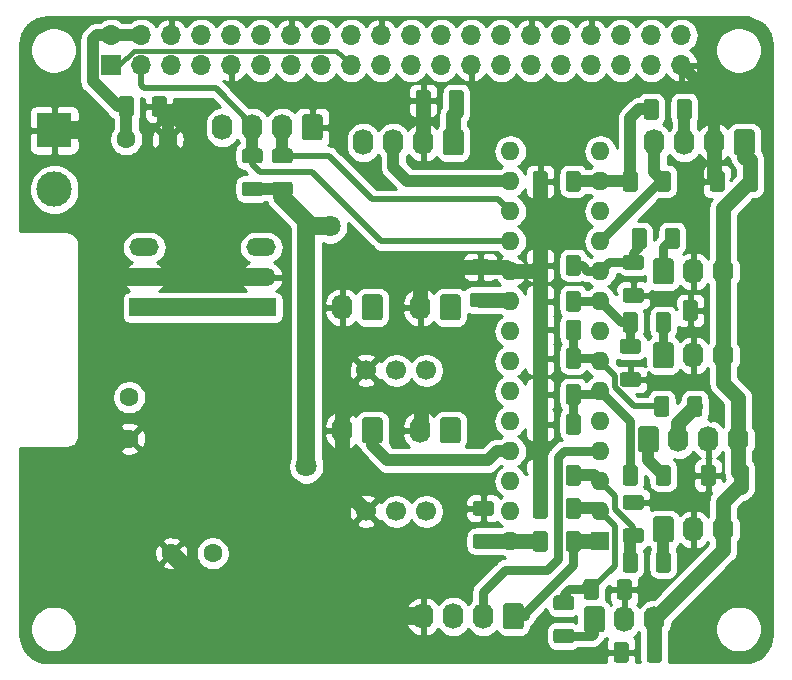
<source format=gbl>
G04 #@! TF.GenerationSoftware,KiCad,Pcbnew,5.1.2-f72e74a~84~ubuntu18.04.1*
G04 #@! TF.CreationDate,2019-08-12T01:15:30+02:00*
G04 #@! TF.ProjectId,RPI_Peripheral_Expander,5250495f-5065-4726-9970-686572616c5f,rev?*
G04 #@! TF.SameCoordinates,Original*
G04 #@! TF.FileFunction,Copper,L2,Bot*
G04 #@! TF.FilePolarity,Positive*
%FSLAX46Y46*%
G04 Gerber Fmt 4.6, Leading zero omitted, Abs format (unit mm)*
G04 Created by KiCad (PCBNEW 5.1.2-f72e74a~84~ubuntu18.04.1) date 2019-08-12 01:15:30*
%MOMM*%
%LPD*%
G04 APERTURE LIST*
%ADD10C,0.150000*%
%ADD11C,1.250000*%
%ADD12O,1.740000X2.200000*%
%ADD13C,1.740000*%
%ADD14R,1.700000X1.700000*%
%ADD15O,1.700000X1.700000*%
%ADD16C,1.600000*%
%ADD17R,3.000000X3.000000*%
%ADD18C,3.000000*%
%ADD19R,2.500000X1.500000*%
%ADD20O,2.500000X1.500000*%
%ADD21C,1.700000*%
%ADD22R,1.600000X1.600000*%
%ADD23O,1.600000X1.600000*%
%ADD24C,1.800000*%
%ADD25C,0.400000*%
%ADD26C,1.250000*%
%ADD27C,1.500000*%
%ADD28C,1.000000*%
%ADD29C,0.750000*%
%ADD30C,0.500000*%
%ADD31C,0.254000*%
G04 APERTURE END LIST*
D10*
G36*
X247897504Y-114836204D02*
G01*
X247921773Y-114839804D01*
X247945571Y-114845765D01*
X247968671Y-114854030D01*
X247990849Y-114864520D01*
X248011893Y-114877133D01*
X248031598Y-114891747D01*
X248049777Y-114908223D01*
X248066253Y-114926402D01*
X248080867Y-114946107D01*
X248093480Y-114967151D01*
X248103970Y-114989329D01*
X248112235Y-115012429D01*
X248118196Y-115036227D01*
X248121796Y-115060496D01*
X248123000Y-115085000D01*
X248123000Y-116335000D01*
X248121796Y-116359504D01*
X248118196Y-116383773D01*
X248112235Y-116407571D01*
X248103970Y-116430671D01*
X248093480Y-116452849D01*
X248080867Y-116473893D01*
X248066253Y-116493598D01*
X248049777Y-116511777D01*
X248031598Y-116528253D01*
X248011893Y-116542867D01*
X247990849Y-116555480D01*
X247968671Y-116565970D01*
X247945571Y-116574235D01*
X247921773Y-116580196D01*
X247897504Y-116583796D01*
X247873000Y-116585000D01*
X247123000Y-116585000D01*
X247098496Y-116583796D01*
X247074227Y-116580196D01*
X247050429Y-116574235D01*
X247027329Y-116565970D01*
X247005151Y-116555480D01*
X246984107Y-116542867D01*
X246964402Y-116528253D01*
X246946223Y-116511777D01*
X246929747Y-116493598D01*
X246915133Y-116473893D01*
X246902520Y-116452849D01*
X246892030Y-116430671D01*
X246883765Y-116407571D01*
X246877804Y-116383773D01*
X246874204Y-116359504D01*
X246873000Y-116335000D01*
X246873000Y-115085000D01*
X246874204Y-115060496D01*
X246877804Y-115036227D01*
X246883765Y-115012429D01*
X246892030Y-114989329D01*
X246902520Y-114967151D01*
X246915133Y-114946107D01*
X246929747Y-114926402D01*
X246946223Y-114908223D01*
X246964402Y-114891747D01*
X246984107Y-114877133D01*
X247005151Y-114864520D01*
X247027329Y-114854030D01*
X247050429Y-114845765D01*
X247074227Y-114839804D01*
X247098496Y-114836204D01*
X247123000Y-114835000D01*
X247873000Y-114835000D01*
X247897504Y-114836204D01*
X247897504Y-114836204D01*
G37*
D11*
X247498000Y-115710000D03*
D10*
G36*
X245097504Y-114836204D02*
G01*
X245121773Y-114839804D01*
X245145571Y-114845765D01*
X245168671Y-114854030D01*
X245190849Y-114864520D01*
X245211893Y-114877133D01*
X245231598Y-114891747D01*
X245249777Y-114908223D01*
X245266253Y-114926402D01*
X245280867Y-114946107D01*
X245293480Y-114967151D01*
X245303970Y-114989329D01*
X245312235Y-115012429D01*
X245318196Y-115036227D01*
X245321796Y-115060496D01*
X245323000Y-115085000D01*
X245323000Y-116335000D01*
X245321796Y-116359504D01*
X245318196Y-116383773D01*
X245312235Y-116407571D01*
X245303970Y-116430671D01*
X245293480Y-116452849D01*
X245280867Y-116473893D01*
X245266253Y-116493598D01*
X245249777Y-116511777D01*
X245231598Y-116528253D01*
X245211893Y-116542867D01*
X245190849Y-116555480D01*
X245168671Y-116565970D01*
X245145571Y-116574235D01*
X245121773Y-116580196D01*
X245097504Y-116583796D01*
X245073000Y-116585000D01*
X244323000Y-116585000D01*
X244298496Y-116583796D01*
X244274227Y-116580196D01*
X244250429Y-116574235D01*
X244227329Y-116565970D01*
X244205151Y-116555480D01*
X244184107Y-116542867D01*
X244164402Y-116528253D01*
X244146223Y-116511777D01*
X244129747Y-116493598D01*
X244115133Y-116473893D01*
X244102520Y-116452849D01*
X244092030Y-116430671D01*
X244083765Y-116407571D01*
X244077804Y-116383773D01*
X244074204Y-116359504D01*
X244073000Y-116335000D01*
X244073000Y-115085000D01*
X244074204Y-115060496D01*
X244077804Y-115036227D01*
X244083765Y-115012429D01*
X244092030Y-114989329D01*
X244102520Y-114967151D01*
X244115133Y-114946107D01*
X244129747Y-114926402D01*
X244146223Y-114908223D01*
X244164402Y-114891747D01*
X244184107Y-114877133D01*
X244205151Y-114864520D01*
X244227329Y-114854030D01*
X244250429Y-114845765D01*
X244274227Y-114839804D01*
X244298496Y-114836204D01*
X244323000Y-114835000D01*
X245073000Y-114835000D01*
X245097504Y-114836204D01*
X245097504Y-114836204D01*
G37*
D11*
X244698000Y-115710000D03*
D12*
X260198000Y-116218000D03*
X257658000Y-116218000D03*
D10*
G36*
X255762505Y-115119204D02*
G01*
X255786773Y-115122804D01*
X255810572Y-115128765D01*
X255833671Y-115137030D01*
X255855850Y-115147520D01*
X255876893Y-115160132D01*
X255896599Y-115174747D01*
X255914777Y-115191223D01*
X255931253Y-115209401D01*
X255945868Y-115229107D01*
X255958480Y-115250150D01*
X255968970Y-115272329D01*
X255977235Y-115295428D01*
X255983196Y-115319227D01*
X255986796Y-115343495D01*
X255988000Y-115367999D01*
X255988000Y-117068001D01*
X255986796Y-117092505D01*
X255983196Y-117116773D01*
X255977235Y-117140572D01*
X255968970Y-117163671D01*
X255958480Y-117185850D01*
X255945868Y-117206893D01*
X255931253Y-117226599D01*
X255914777Y-117244777D01*
X255896599Y-117261253D01*
X255876893Y-117275868D01*
X255855850Y-117288480D01*
X255833671Y-117298970D01*
X255810572Y-117307235D01*
X255786773Y-117313196D01*
X255762505Y-117316796D01*
X255738001Y-117318000D01*
X254497999Y-117318000D01*
X254473495Y-117316796D01*
X254449227Y-117313196D01*
X254425428Y-117307235D01*
X254402329Y-117298970D01*
X254380150Y-117288480D01*
X254359107Y-117275868D01*
X254339401Y-117261253D01*
X254321223Y-117244777D01*
X254304747Y-117226599D01*
X254290132Y-117206893D01*
X254277520Y-117185850D01*
X254267030Y-117163671D01*
X254258765Y-117140572D01*
X254252804Y-117116773D01*
X254249204Y-117092505D01*
X254248000Y-117068001D01*
X254248000Y-115367999D01*
X254249204Y-115343495D01*
X254252804Y-115319227D01*
X254258765Y-115295428D01*
X254267030Y-115272329D01*
X254277520Y-115250150D01*
X254290132Y-115229107D01*
X254304747Y-115209401D01*
X254321223Y-115191223D01*
X254339401Y-115174747D01*
X254359107Y-115160132D01*
X254380150Y-115147520D01*
X254402329Y-115137030D01*
X254425428Y-115128765D01*
X254449227Y-115122804D01*
X254473495Y-115119204D01*
X254497999Y-115118000D01*
X255738001Y-115118000D01*
X255762505Y-115119204D01*
X255762505Y-115119204D01*
G37*
D13*
X255118000Y-116218000D03*
D12*
X234544000Y-119266000D03*
D10*
G36*
X237728505Y-118167204D02*
G01*
X237752773Y-118170804D01*
X237776572Y-118176765D01*
X237799671Y-118185030D01*
X237821850Y-118195520D01*
X237842893Y-118208132D01*
X237862599Y-118222747D01*
X237880777Y-118239223D01*
X237897253Y-118257401D01*
X237911868Y-118277107D01*
X237924480Y-118298150D01*
X237934970Y-118320329D01*
X237943235Y-118343428D01*
X237949196Y-118367227D01*
X237952796Y-118391495D01*
X237954000Y-118415999D01*
X237954000Y-120116001D01*
X237952796Y-120140505D01*
X237949196Y-120164773D01*
X237943235Y-120188572D01*
X237934970Y-120211671D01*
X237924480Y-120233850D01*
X237911868Y-120254893D01*
X237897253Y-120274599D01*
X237880777Y-120292777D01*
X237862599Y-120309253D01*
X237842893Y-120323868D01*
X237821850Y-120336480D01*
X237799671Y-120346970D01*
X237776572Y-120355235D01*
X237752773Y-120361196D01*
X237728505Y-120364796D01*
X237704001Y-120366000D01*
X236463999Y-120366000D01*
X236439495Y-120364796D01*
X236415227Y-120361196D01*
X236391428Y-120355235D01*
X236368329Y-120346970D01*
X236346150Y-120336480D01*
X236325107Y-120323868D01*
X236305401Y-120309253D01*
X236287223Y-120292777D01*
X236270747Y-120274599D01*
X236256132Y-120254893D01*
X236243520Y-120233850D01*
X236233030Y-120211671D01*
X236224765Y-120188572D01*
X236218804Y-120164773D01*
X236215204Y-120140505D01*
X236214000Y-120116001D01*
X236214000Y-118415999D01*
X236215204Y-118391495D01*
X236218804Y-118367227D01*
X236224765Y-118343428D01*
X236233030Y-118320329D01*
X236243520Y-118298150D01*
X236256132Y-118277107D01*
X236270747Y-118257401D01*
X236287223Y-118239223D01*
X236305401Y-118222747D01*
X236325107Y-118208132D01*
X236346150Y-118195520D01*
X236368329Y-118185030D01*
X236391428Y-118176765D01*
X236415227Y-118170804D01*
X236439495Y-118167204D01*
X236463999Y-118166000D01*
X237704001Y-118166000D01*
X237728505Y-118167204D01*
X237728505Y-118167204D01*
G37*
D13*
X237084000Y-119266000D03*
D14*
X208370000Y-98770000D03*
D15*
X208370000Y-96230000D03*
X210910000Y-98770000D03*
X210910000Y-96230000D03*
X213450000Y-98770000D03*
X213450000Y-96230000D03*
X215990000Y-98770000D03*
X215990000Y-96230000D03*
X218530000Y-98770000D03*
X218530000Y-96230000D03*
X221070000Y-98770000D03*
X221070000Y-96230000D03*
X223610000Y-98770000D03*
X223610000Y-96230000D03*
X226150000Y-98770000D03*
X226150000Y-96230000D03*
X228690000Y-98770000D03*
X228690000Y-96230000D03*
X231230000Y-98770000D03*
X231230000Y-96230000D03*
X233770000Y-98770000D03*
X233770000Y-96230000D03*
X236310000Y-98770000D03*
X236310000Y-96230000D03*
X238850000Y-98770000D03*
X238850000Y-96230000D03*
X241390000Y-98770000D03*
X241390000Y-96230000D03*
X243930000Y-98770000D03*
X243930000Y-96230000D03*
X246470000Y-98770000D03*
X246470000Y-96230000D03*
X249010000Y-98770000D03*
X249010000Y-96230000D03*
X251550000Y-98770000D03*
X251550000Y-96230000D03*
X254090000Y-98770000D03*
X254090000Y-96230000D03*
X256630000Y-98770000D03*
X256630000Y-96230000D03*
D16*
X209906000Y-130386000D03*
X209906000Y-126886000D03*
D10*
G36*
X240273504Y-115210204D02*
G01*
X240297773Y-115213804D01*
X240321571Y-115219765D01*
X240344671Y-115228030D01*
X240366849Y-115238520D01*
X240387893Y-115251133D01*
X240407598Y-115265747D01*
X240425777Y-115282223D01*
X240442253Y-115300402D01*
X240456867Y-115320107D01*
X240469480Y-115341151D01*
X240479970Y-115363329D01*
X240488235Y-115386429D01*
X240494196Y-115410227D01*
X240497796Y-115434496D01*
X240499000Y-115459000D01*
X240499000Y-116209000D01*
X240497796Y-116233504D01*
X240494196Y-116257773D01*
X240488235Y-116281571D01*
X240479970Y-116304671D01*
X240469480Y-116326849D01*
X240456867Y-116347893D01*
X240442253Y-116367598D01*
X240425777Y-116385777D01*
X240407598Y-116402253D01*
X240387893Y-116416867D01*
X240366849Y-116429480D01*
X240344671Y-116439970D01*
X240321571Y-116448235D01*
X240297773Y-116454196D01*
X240273504Y-116457796D01*
X240249000Y-116459000D01*
X238999000Y-116459000D01*
X238974496Y-116457796D01*
X238950227Y-116454196D01*
X238926429Y-116448235D01*
X238903329Y-116439970D01*
X238881151Y-116429480D01*
X238860107Y-116416867D01*
X238840402Y-116402253D01*
X238822223Y-116385777D01*
X238805747Y-116367598D01*
X238791133Y-116347893D01*
X238778520Y-116326849D01*
X238768030Y-116304671D01*
X238759765Y-116281571D01*
X238753804Y-116257773D01*
X238750204Y-116233504D01*
X238749000Y-116209000D01*
X238749000Y-115459000D01*
X238750204Y-115434496D01*
X238753804Y-115410227D01*
X238759765Y-115386429D01*
X238768030Y-115363329D01*
X238778520Y-115341151D01*
X238791133Y-115320107D01*
X238805747Y-115300402D01*
X238822223Y-115282223D01*
X238840402Y-115265747D01*
X238860107Y-115251133D01*
X238881151Y-115238520D01*
X238903329Y-115228030D01*
X238926429Y-115219765D01*
X238950227Y-115213804D01*
X238974496Y-115210204D01*
X238999000Y-115209000D01*
X240249000Y-115209000D01*
X240273504Y-115210204D01*
X240273504Y-115210204D01*
G37*
D11*
X239624000Y-115834000D03*
D10*
G36*
X240273504Y-118010204D02*
G01*
X240297773Y-118013804D01*
X240321571Y-118019765D01*
X240344671Y-118028030D01*
X240366849Y-118038520D01*
X240387893Y-118051133D01*
X240407598Y-118065747D01*
X240425777Y-118082223D01*
X240442253Y-118100402D01*
X240456867Y-118120107D01*
X240469480Y-118141151D01*
X240479970Y-118163329D01*
X240488235Y-118186429D01*
X240494196Y-118210227D01*
X240497796Y-118234496D01*
X240499000Y-118259000D01*
X240499000Y-119009000D01*
X240497796Y-119033504D01*
X240494196Y-119057773D01*
X240488235Y-119081571D01*
X240479970Y-119104671D01*
X240469480Y-119126849D01*
X240456867Y-119147893D01*
X240442253Y-119167598D01*
X240425777Y-119185777D01*
X240407598Y-119202253D01*
X240387893Y-119216867D01*
X240366849Y-119229480D01*
X240344671Y-119239970D01*
X240321571Y-119248235D01*
X240297773Y-119254196D01*
X240273504Y-119257796D01*
X240249000Y-119259000D01*
X238999000Y-119259000D01*
X238974496Y-119257796D01*
X238950227Y-119254196D01*
X238926429Y-119248235D01*
X238903329Y-119239970D01*
X238881151Y-119229480D01*
X238860107Y-119216867D01*
X238840402Y-119202253D01*
X238822223Y-119185777D01*
X238805747Y-119167598D01*
X238791133Y-119147893D01*
X238778520Y-119126849D01*
X238768030Y-119104671D01*
X238759765Y-119081571D01*
X238753804Y-119057773D01*
X238750204Y-119033504D01*
X238749000Y-119009000D01*
X238749000Y-118259000D01*
X238750204Y-118234496D01*
X238753804Y-118210227D01*
X238759765Y-118186429D01*
X238768030Y-118163329D01*
X238778520Y-118141151D01*
X238791133Y-118120107D01*
X238805747Y-118100402D01*
X238822223Y-118082223D01*
X238840402Y-118065747D01*
X238860107Y-118051133D01*
X238881151Y-118038520D01*
X238903329Y-118028030D01*
X238926429Y-118019765D01*
X238950227Y-118013804D01*
X238974496Y-118010204D01*
X238999000Y-118009000D01*
X240249000Y-118009000D01*
X240273504Y-118010204D01*
X240273504Y-118010204D01*
G37*
D11*
X239624000Y-118634000D03*
D16*
X213462000Y-140094000D03*
X216962000Y-140094000D03*
D10*
G36*
X235191504Y-100866204D02*
G01*
X235215773Y-100869804D01*
X235239571Y-100875765D01*
X235262671Y-100884030D01*
X235284849Y-100894520D01*
X235305893Y-100907133D01*
X235325598Y-100921747D01*
X235343777Y-100938223D01*
X235360253Y-100956402D01*
X235374867Y-100976107D01*
X235387480Y-100997151D01*
X235397970Y-101019329D01*
X235406235Y-101042429D01*
X235412196Y-101066227D01*
X235415796Y-101090496D01*
X235417000Y-101115000D01*
X235417000Y-102365000D01*
X235415796Y-102389504D01*
X235412196Y-102413773D01*
X235406235Y-102437571D01*
X235397970Y-102460671D01*
X235387480Y-102482849D01*
X235374867Y-102503893D01*
X235360253Y-102523598D01*
X235343777Y-102541777D01*
X235325598Y-102558253D01*
X235305893Y-102572867D01*
X235284849Y-102585480D01*
X235262671Y-102595970D01*
X235239571Y-102604235D01*
X235215773Y-102610196D01*
X235191504Y-102613796D01*
X235167000Y-102615000D01*
X234417000Y-102615000D01*
X234392496Y-102613796D01*
X234368227Y-102610196D01*
X234344429Y-102604235D01*
X234321329Y-102595970D01*
X234299151Y-102585480D01*
X234278107Y-102572867D01*
X234258402Y-102558253D01*
X234240223Y-102541777D01*
X234223747Y-102523598D01*
X234209133Y-102503893D01*
X234196520Y-102482849D01*
X234186030Y-102460671D01*
X234177765Y-102437571D01*
X234171804Y-102413773D01*
X234168204Y-102389504D01*
X234167000Y-102365000D01*
X234167000Y-101115000D01*
X234168204Y-101090496D01*
X234171804Y-101066227D01*
X234177765Y-101042429D01*
X234186030Y-101019329D01*
X234196520Y-100997151D01*
X234209133Y-100976107D01*
X234223747Y-100956402D01*
X234240223Y-100938223D01*
X234258402Y-100921747D01*
X234278107Y-100907133D01*
X234299151Y-100894520D01*
X234321329Y-100884030D01*
X234344429Y-100875765D01*
X234368227Y-100869804D01*
X234392496Y-100866204D01*
X234417000Y-100865000D01*
X235167000Y-100865000D01*
X235191504Y-100866204D01*
X235191504Y-100866204D01*
G37*
D11*
X234792000Y-101740000D03*
D10*
G36*
X237991504Y-100866204D02*
G01*
X238015773Y-100869804D01*
X238039571Y-100875765D01*
X238062671Y-100884030D01*
X238084849Y-100894520D01*
X238105893Y-100907133D01*
X238125598Y-100921747D01*
X238143777Y-100938223D01*
X238160253Y-100956402D01*
X238174867Y-100976107D01*
X238187480Y-100997151D01*
X238197970Y-101019329D01*
X238206235Y-101042429D01*
X238212196Y-101066227D01*
X238215796Y-101090496D01*
X238217000Y-101115000D01*
X238217000Y-102365000D01*
X238215796Y-102389504D01*
X238212196Y-102413773D01*
X238206235Y-102437571D01*
X238197970Y-102460671D01*
X238187480Y-102482849D01*
X238174867Y-102503893D01*
X238160253Y-102523598D01*
X238143777Y-102541777D01*
X238125598Y-102558253D01*
X238105893Y-102572867D01*
X238084849Y-102585480D01*
X238062671Y-102595970D01*
X238039571Y-102604235D01*
X238015773Y-102610196D01*
X237991504Y-102613796D01*
X237967000Y-102615000D01*
X237217000Y-102615000D01*
X237192496Y-102613796D01*
X237168227Y-102610196D01*
X237144429Y-102604235D01*
X237121329Y-102595970D01*
X237099151Y-102585480D01*
X237078107Y-102572867D01*
X237058402Y-102558253D01*
X237040223Y-102541777D01*
X237023747Y-102523598D01*
X237009133Y-102503893D01*
X236996520Y-102482849D01*
X236986030Y-102460671D01*
X236977765Y-102437571D01*
X236971804Y-102413773D01*
X236968204Y-102389504D01*
X236967000Y-102365000D01*
X236967000Y-101115000D01*
X236968204Y-101090496D01*
X236971804Y-101066227D01*
X236977765Y-101042429D01*
X236986030Y-101019329D01*
X236996520Y-100997151D01*
X237009133Y-100976107D01*
X237023747Y-100956402D01*
X237040223Y-100938223D01*
X237058402Y-100921747D01*
X237078107Y-100907133D01*
X237099151Y-100894520D01*
X237121329Y-100884030D01*
X237144429Y-100875765D01*
X237168227Y-100869804D01*
X237192496Y-100866204D01*
X237217000Y-100865000D01*
X237967000Y-100865000D01*
X237991504Y-100866204D01*
X237991504Y-100866204D01*
G37*
D11*
X237592000Y-101740000D03*
D10*
G36*
X247897504Y-107724204D02*
G01*
X247921773Y-107727804D01*
X247945571Y-107733765D01*
X247968671Y-107742030D01*
X247990849Y-107752520D01*
X248011893Y-107765133D01*
X248031598Y-107779747D01*
X248049777Y-107796223D01*
X248066253Y-107814402D01*
X248080867Y-107834107D01*
X248093480Y-107855151D01*
X248103970Y-107877329D01*
X248112235Y-107900429D01*
X248118196Y-107924227D01*
X248121796Y-107948496D01*
X248123000Y-107973000D01*
X248123000Y-109223000D01*
X248121796Y-109247504D01*
X248118196Y-109271773D01*
X248112235Y-109295571D01*
X248103970Y-109318671D01*
X248093480Y-109340849D01*
X248080867Y-109361893D01*
X248066253Y-109381598D01*
X248049777Y-109399777D01*
X248031598Y-109416253D01*
X248011893Y-109430867D01*
X247990849Y-109443480D01*
X247968671Y-109453970D01*
X247945571Y-109462235D01*
X247921773Y-109468196D01*
X247897504Y-109471796D01*
X247873000Y-109473000D01*
X247123000Y-109473000D01*
X247098496Y-109471796D01*
X247074227Y-109468196D01*
X247050429Y-109462235D01*
X247027329Y-109453970D01*
X247005151Y-109443480D01*
X246984107Y-109430867D01*
X246964402Y-109416253D01*
X246946223Y-109399777D01*
X246929747Y-109381598D01*
X246915133Y-109361893D01*
X246902520Y-109340849D01*
X246892030Y-109318671D01*
X246883765Y-109295571D01*
X246877804Y-109271773D01*
X246874204Y-109247504D01*
X246873000Y-109223000D01*
X246873000Y-107973000D01*
X246874204Y-107948496D01*
X246877804Y-107924227D01*
X246883765Y-107900429D01*
X246892030Y-107877329D01*
X246902520Y-107855151D01*
X246915133Y-107834107D01*
X246929747Y-107814402D01*
X246946223Y-107796223D01*
X246964402Y-107779747D01*
X246984107Y-107765133D01*
X247005151Y-107752520D01*
X247027329Y-107742030D01*
X247050429Y-107733765D01*
X247074227Y-107727804D01*
X247098496Y-107724204D01*
X247123000Y-107723000D01*
X247873000Y-107723000D01*
X247897504Y-107724204D01*
X247897504Y-107724204D01*
G37*
D11*
X247498000Y-108598000D03*
D10*
G36*
X245097504Y-107724204D02*
G01*
X245121773Y-107727804D01*
X245145571Y-107733765D01*
X245168671Y-107742030D01*
X245190849Y-107752520D01*
X245211893Y-107765133D01*
X245231598Y-107779747D01*
X245249777Y-107796223D01*
X245266253Y-107814402D01*
X245280867Y-107834107D01*
X245293480Y-107855151D01*
X245303970Y-107877329D01*
X245312235Y-107900429D01*
X245318196Y-107924227D01*
X245321796Y-107948496D01*
X245323000Y-107973000D01*
X245323000Y-109223000D01*
X245321796Y-109247504D01*
X245318196Y-109271773D01*
X245312235Y-109295571D01*
X245303970Y-109318671D01*
X245293480Y-109340849D01*
X245280867Y-109361893D01*
X245266253Y-109381598D01*
X245249777Y-109399777D01*
X245231598Y-109416253D01*
X245211893Y-109430867D01*
X245190849Y-109443480D01*
X245168671Y-109453970D01*
X245145571Y-109462235D01*
X245121773Y-109468196D01*
X245097504Y-109471796D01*
X245073000Y-109473000D01*
X244323000Y-109473000D01*
X244298496Y-109471796D01*
X244274227Y-109468196D01*
X244250429Y-109462235D01*
X244227329Y-109453970D01*
X244205151Y-109443480D01*
X244184107Y-109430867D01*
X244164402Y-109416253D01*
X244146223Y-109399777D01*
X244129747Y-109381598D01*
X244115133Y-109361893D01*
X244102520Y-109340849D01*
X244092030Y-109318671D01*
X244083765Y-109295571D01*
X244077804Y-109271773D01*
X244074204Y-109247504D01*
X244073000Y-109223000D01*
X244073000Y-107973000D01*
X244074204Y-107948496D01*
X244077804Y-107924227D01*
X244083765Y-107900429D01*
X244092030Y-107877329D01*
X244102520Y-107855151D01*
X244115133Y-107834107D01*
X244129747Y-107814402D01*
X244146223Y-107796223D01*
X244164402Y-107779747D01*
X244184107Y-107765133D01*
X244205151Y-107752520D01*
X244227329Y-107742030D01*
X244250429Y-107733765D01*
X244274227Y-107727804D01*
X244298496Y-107724204D01*
X244323000Y-107723000D01*
X245073000Y-107723000D01*
X245097504Y-107724204D01*
X245097504Y-107724204D01*
G37*
D11*
X244698000Y-108598000D03*
D10*
G36*
X240527504Y-138454204D02*
G01*
X240551773Y-138457804D01*
X240575571Y-138463765D01*
X240598671Y-138472030D01*
X240620849Y-138482520D01*
X240641893Y-138495133D01*
X240661598Y-138509747D01*
X240679777Y-138526223D01*
X240696253Y-138544402D01*
X240710867Y-138564107D01*
X240723480Y-138585151D01*
X240733970Y-138607329D01*
X240742235Y-138630429D01*
X240748196Y-138654227D01*
X240751796Y-138678496D01*
X240753000Y-138703000D01*
X240753000Y-139453000D01*
X240751796Y-139477504D01*
X240748196Y-139501773D01*
X240742235Y-139525571D01*
X240733970Y-139548671D01*
X240723480Y-139570849D01*
X240710867Y-139591893D01*
X240696253Y-139611598D01*
X240679777Y-139629777D01*
X240661598Y-139646253D01*
X240641893Y-139660867D01*
X240620849Y-139673480D01*
X240598671Y-139683970D01*
X240575571Y-139692235D01*
X240551773Y-139698196D01*
X240527504Y-139701796D01*
X240503000Y-139703000D01*
X239253000Y-139703000D01*
X239228496Y-139701796D01*
X239204227Y-139698196D01*
X239180429Y-139692235D01*
X239157329Y-139683970D01*
X239135151Y-139673480D01*
X239114107Y-139660867D01*
X239094402Y-139646253D01*
X239076223Y-139629777D01*
X239059747Y-139611598D01*
X239045133Y-139591893D01*
X239032520Y-139570849D01*
X239022030Y-139548671D01*
X239013765Y-139525571D01*
X239007804Y-139501773D01*
X239004204Y-139477504D01*
X239003000Y-139453000D01*
X239003000Y-138703000D01*
X239004204Y-138678496D01*
X239007804Y-138654227D01*
X239013765Y-138630429D01*
X239022030Y-138607329D01*
X239032520Y-138585151D01*
X239045133Y-138564107D01*
X239059747Y-138544402D01*
X239076223Y-138526223D01*
X239094402Y-138509747D01*
X239114107Y-138495133D01*
X239135151Y-138482520D01*
X239157329Y-138472030D01*
X239180429Y-138463765D01*
X239204227Y-138457804D01*
X239228496Y-138454204D01*
X239253000Y-138453000D01*
X240503000Y-138453000D01*
X240527504Y-138454204D01*
X240527504Y-138454204D01*
G37*
D11*
X239878000Y-139078000D03*
D10*
G36*
X240527504Y-135654204D02*
G01*
X240551773Y-135657804D01*
X240575571Y-135663765D01*
X240598671Y-135672030D01*
X240620849Y-135682520D01*
X240641893Y-135695133D01*
X240661598Y-135709747D01*
X240679777Y-135726223D01*
X240696253Y-135744402D01*
X240710867Y-135764107D01*
X240723480Y-135785151D01*
X240733970Y-135807329D01*
X240742235Y-135830429D01*
X240748196Y-135854227D01*
X240751796Y-135878496D01*
X240753000Y-135903000D01*
X240753000Y-136653000D01*
X240751796Y-136677504D01*
X240748196Y-136701773D01*
X240742235Y-136725571D01*
X240733970Y-136748671D01*
X240723480Y-136770849D01*
X240710867Y-136791893D01*
X240696253Y-136811598D01*
X240679777Y-136829777D01*
X240661598Y-136846253D01*
X240641893Y-136860867D01*
X240620849Y-136873480D01*
X240598671Y-136883970D01*
X240575571Y-136892235D01*
X240551773Y-136898196D01*
X240527504Y-136901796D01*
X240503000Y-136903000D01*
X239253000Y-136903000D01*
X239228496Y-136901796D01*
X239204227Y-136898196D01*
X239180429Y-136892235D01*
X239157329Y-136883970D01*
X239135151Y-136873480D01*
X239114107Y-136860867D01*
X239094402Y-136846253D01*
X239076223Y-136829777D01*
X239059747Y-136811598D01*
X239045133Y-136791893D01*
X239032520Y-136770849D01*
X239022030Y-136748671D01*
X239013765Y-136725571D01*
X239007804Y-136701773D01*
X239004204Y-136677504D01*
X239003000Y-136653000D01*
X239003000Y-135903000D01*
X239004204Y-135878496D01*
X239007804Y-135854227D01*
X239013765Y-135830429D01*
X239022030Y-135807329D01*
X239032520Y-135785151D01*
X239045133Y-135764107D01*
X239059747Y-135744402D01*
X239076223Y-135726223D01*
X239094402Y-135709747D01*
X239114107Y-135695133D01*
X239135151Y-135682520D01*
X239157329Y-135672030D01*
X239180429Y-135663765D01*
X239204227Y-135657804D01*
X239228496Y-135654204D01*
X239253000Y-135653000D01*
X240503000Y-135653000D01*
X240527504Y-135654204D01*
X240527504Y-135654204D01*
G37*
D11*
X239878000Y-136278000D03*
D10*
G36*
X254755504Y-147602204D02*
G01*
X254779773Y-147605804D01*
X254803571Y-147611765D01*
X254826671Y-147620030D01*
X254848849Y-147630520D01*
X254869893Y-147643133D01*
X254889598Y-147657747D01*
X254907777Y-147674223D01*
X254924253Y-147692402D01*
X254938867Y-147712107D01*
X254951480Y-147733151D01*
X254961970Y-147755329D01*
X254970235Y-147778429D01*
X254976196Y-147802227D01*
X254979796Y-147826496D01*
X254981000Y-147851000D01*
X254981000Y-149101000D01*
X254979796Y-149125504D01*
X254976196Y-149149773D01*
X254970235Y-149173571D01*
X254961970Y-149196671D01*
X254951480Y-149218849D01*
X254938867Y-149239893D01*
X254924253Y-149259598D01*
X254907777Y-149277777D01*
X254889598Y-149294253D01*
X254869893Y-149308867D01*
X254848849Y-149321480D01*
X254826671Y-149331970D01*
X254803571Y-149340235D01*
X254779773Y-149346196D01*
X254755504Y-149349796D01*
X254731000Y-149351000D01*
X253981000Y-149351000D01*
X253956496Y-149349796D01*
X253932227Y-149346196D01*
X253908429Y-149340235D01*
X253885329Y-149331970D01*
X253863151Y-149321480D01*
X253842107Y-149308867D01*
X253822402Y-149294253D01*
X253804223Y-149277777D01*
X253787747Y-149259598D01*
X253773133Y-149239893D01*
X253760520Y-149218849D01*
X253750030Y-149196671D01*
X253741765Y-149173571D01*
X253735804Y-149149773D01*
X253732204Y-149125504D01*
X253731000Y-149101000D01*
X253731000Y-147851000D01*
X253732204Y-147826496D01*
X253735804Y-147802227D01*
X253741765Y-147778429D01*
X253750030Y-147755329D01*
X253760520Y-147733151D01*
X253773133Y-147712107D01*
X253787747Y-147692402D01*
X253804223Y-147674223D01*
X253822402Y-147657747D01*
X253842107Y-147643133D01*
X253863151Y-147630520D01*
X253885329Y-147620030D01*
X253908429Y-147611765D01*
X253932227Y-147605804D01*
X253956496Y-147602204D01*
X253981000Y-147601000D01*
X254731000Y-147601000D01*
X254755504Y-147602204D01*
X254755504Y-147602204D01*
G37*
D11*
X254356000Y-148476000D03*
D10*
G36*
X251955504Y-147602204D02*
G01*
X251979773Y-147605804D01*
X252003571Y-147611765D01*
X252026671Y-147620030D01*
X252048849Y-147630520D01*
X252069893Y-147643133D01*
X252089598Y-147657747D01*
X252107777Y-147674223D01*
X252124253Y-147692402D01*
X252138867Y-147712107D01*
X252151480Y-147733151D01*
X252161970Y-147755329D01*
X252170235Y-147778429D01*
X252176196Y-147802227D01*
X252179796Y-147826496D01*
X252181000Y-147851000D01*
X252181000Y-149101000D01*
X252179796Y-149125504D01*
X252176196Y-149149773D01*
X252170235Y-149173571D01*
X252161970Y-149196671D01*
X252151480Y-149218849D01*
X252138867Y-149239893D01*
X252124253Y-149259598D01*
X252107777Y-149277777D01*
X252089598Y-149294253D01*
X252069893Y-149308867D01*
X252048849Y-149321480D01*
X252026671Y-149331970D01*
X252003571Y-149340235D01*
X251979773Y-149346196D01*
X251955504Y-149349796D01*
X251931000Y-149351000D01*
X251181000Y-149351000D01*
X251156496Y-149349796D01*
X251132227Y-149346196D01*
X251108429Y-149340235D01*
X251085329Y-149331970D01*
X251063151Y-149321480D01*
X251042107Y-149308867D01*
X251022402Y-149294253D01*
X251004223Y-149277777D01*
X250987747Y-149259598D01*
X250973133Y-149239893D01*
X250960520Y-149218849D01*
X250950030Y-149196671D01*
X250941765Y-149173571D01*
X250935804Y-149149773D01*
X250932204Y-149125504D01*
X250931000Y-149101000D01*
X250931000Y-147851000D01*
X250932204Y-147826496D01*
X250935804Y-147802227D01*
X250941765Y-147778429D01*
X250950030Y-147755329D01*
X250960520Y-147733151D01*
X250973133Y-147712107D01*
X250987747Y-147692402D01*
X251004223Y-147674223D01*
X251022402Y-147657747D01*
X251042107Y-147643133D01*
X251063151Y-147630520D01*
X251085329Y-147620030D01*
X251108429Y-147611765D01*
X251132227Y-147605804D01*
X251156496Y-147602204D01*
X251181000Y-147601000D01*
X251931000Y-147601000D01*
X251955504Y-147602204D01*
X251955504Y-147602204D01*
G37*
D11*
X251556000Y-148476000D03*
D10*
G36*
X245097504Y-135410204D02*
G01*
X245121773Y-135413804D01*
X245145571Y-135419765D01*
X245168671Y-135428030D01*
X245190849Y-135438520D01*
X245211893Y-135451133D01*
X245231598Y-135465747D01*
X245249777Y-135482223D01*
X245266253Y-135500402D01*
X245280867Y-135520107D01*
X245293480Y-135541151D01*
X245303970Y-135563329D01*
X245312235Y-135586429D01*
X245318196Y-135610227D01*
X245321796Y-135634496D01*
X245323000Y-135659000D01*
X245323000Y-136909000D01*
X245321796Y-136933504D01*
X245318196Y-136957773D01*
X245312235Y-136981571D01*
X245303970Y-137004671D01*
X245293480Y-137026849D01*
X245280867Y-137047893D01*
X245266253Y-137067598D01*
X245249777Y-137085777D01*
X245231598Y-137102253D01*
X245211893Y-137116867D01*
X245190849Y-137129480D01*
X245168671Y-137139970D01*
X245145571Y-137148235D01*
X245121773Y-137154196D01*
X245097504Y-137157796D01*
X245073000Y-137159000D01*
X244323000Y-137159000D01*
X244298496Y-137157796D01*
X244274227Y-137154196D01*
X244250429Y-137148235D01*
X244227329Y-137139970D01*
X244205151Y-137129480D01*
X244184107Y-137116867D01*
X244164402Y-137102253D01*
X244146223Y-137085777D01*
X244129747Y-137067598D01*
X244115133Y-137047893D01*
X244102520Y-137026849D01*
X244092030Y-137004671D01*
X244083765Y-136981571D01*
X244077804Y-136957773D01*
X244074204Y-136933504D01*
X244073000Y-136909000D01*
X244073000Y-135659000D01*
X244074204Y-135634496D01*
X244077804Y-135610227D01*
X244083765Y-135586429D01*
X244092030Y-135563329D01*
X244102520Y-135541151D01*
X244115133Y-135520107D01*
X244129747Y-135500402D01*
X244146223Y-135482223D01*
X244164402Y-135465747D01*
X244184107Y-135451133D01*
X244205151Y-135438520D01*
X244227329Y-135428030D01*
X244250429Y-135419765D01*
X244274227Y-135413804D01*
X244298496Y-135410204D01*
X244323000Y-135409000D01*
X245073000Y-135409000D01*
X245097504Y-135410204D01*
X245097504Y-135410204D01*
G37*
D11*
X244698000Y-136284000D03*
D10*
G36*
X247897504Y-135410204D02*
G01*
X247921773Y-135413804D01*
X247945571Y-135419765D01*
X247968671Y-135428030D01*
X247990849Y-135438520D01*
X248011893Y-135451133D01*
X248031598Y-135465747D01*
X248049777Y-135482223D01*
X248066253Y-135500402D01*
X248080867Y-135520107D01*
X248093480Y-135541151D01*
X248103970Y-135563329D01*
X248112235Y-135586429D01*
X248118196Y-135610227D01*
X248121796Y-135634496D01*
X248123000Y-135659000D01*
X248123000Y-136909000D01*
X248121796Y-136933504D01*
X248118196Y-136957773D01*
X248112235Y-136981571D01*
X248103970Y-137004671D01*
X248093480Y-137026849D01*
X248080867Y-137047893D01*
X248066253Y-137067598D01*
X248049777Y-137085777D01*
X248031598Y-137102253D01*
X248011893Y-137116867D01*
X247990849Y-137129480D01*
X247968671Y-137139970D01*
X247945571Y-137148235D01*
X247921773Y-137154196D01*
X247897504Y-137157796D01*
X247873000Y-137159000D01*
X247123000Y-137159000D01*
X247098496Y-137157796D01*
X247074227Y-137154196D01*
X247050429Y-137148235D01*
X247027329Y-137139970D01*
X247005151Y-137129480D01*
X246984107Y-137116867D01*
X246964402Y-137102253D01*
X246946223Y-137085777D01*
X246929747Y-137067598D01*
X246915133Y-137047893D01*
X246902520Y-137026849D01*
X246892030Y-137004671D01*
X246883765Y-136981571D01*
X246877804Y-136957773D01*
X246874204Y-136933504D01*
X246873000Y-136909000D01*
X246873000Y-135659000D01*
X246874204Y-135634496D01*
X246877804Y-135610227D01*
X246883765Y-135586429D01*
X246892030Y-135563329D01*
X246902520Y-135541151D01*
X246915133Y-135520107D01*
X246929747Y-135500402D01*
X246946223Y-135482223D01*
X246964402Y-135465747D01*
X246984107Y-135451133D01*
X247005151Y-135438520D01*
X247027329Y-135428030D01*
X247050429Y-135419765D01*
X247074227Y-135413804D01*
X247098496Y-135410204D01*
X247123000Y-135409000D01*
X247873000Y-135409000D01*
X247897504Y-135410204D01*
X247897504Y-135410204D01*
G37*
D11*
X247498000Y-136284000D03*
D10*
G36*
X247897504Y-132616204D02*
G01*
X247921773Y-132619804D01*
X247945571Y-132625765D01*
X247968671Y-132634030D01*
X247990849Y-132644520D01*
X248011893Y-132657133D01*
X248031598Y-132671747D01*
X248049777Y-132688223D01*
X248066253Y-132706402D01*
X248080867Y-132726107D01*
X248093480Y-132747151D01*
X248103970Y-132769329D01*
X248112235Y-132792429D01*
X248118196Y-132816227D01*
X248121796Y-132840496D01*
X248123000Y-132865000D01*
X248123000Y-134115000D01*
X248121796Y-134139504D01*
X248118196Y-134163773D01*
X248112235Y-134187571D01*
X248103970Y-134210671D01*
X248093480Y-134232849D01*
X248080867Y-134253893D01*
X248066253Y-134273598D01*
X248049777Y-134291777D01*
X248031598Y-134308253D01*
X248011893Y-134322867D01*
X247990849Y-134335480D01*
X247968671Y-134345970D01*
X247945571Y-134354235D01*
X247921773Y-134360196D01*
X247897504Y-134363796D01*
X247873000Y-134365000D01*
X247123000Y-134365000D01*
X247098496Y-134363796D01*
X247074227Y-134360196D01*
X247050429Y-134354235D01*
X247027329Y-134345970D01*
X247005151Y-134335480D01*
X246984107Y-134322867D01*
X246964402Y-134308253D01*
X246946223Y-134291777D01*
X246929747Y-134273598D01*
X246915133Y-134253893D01*
X246902520Y-134232849D01*
X246892030Y-134210671D01*
X246883765Y-134187571D01*
X246877804Y-134163773D01*
X246874204Y-134139504D01*
X246873000Y-134115000D01*
X246873000Y-132865000D01*
X246874204Y-132840496D01*
X246877804Y-132816227D01*
X246883765Y-132792429D01*
X246892030Y-132769329D01*
X246902520Y-132747151D01*
X246915133Y-132726107D01*
X246929747Y-132706402D01*
X246946223Y-132688223D01*
X246964402Y-132671747D01*
X246984107Y-132657133D01*
X247005151Y-132644520D01*
X247027329Y-132634030D01*
X247050429Y-132625765D01*
X247074227Y-132619804D01*
X247098496Y-132616204D01*
X247123000Y-132615000D01*
X247873000Y-132615000D01*
X247897504Y-132616204D01*
X247897504Y-132616204D01*
G37*
D11*
X247498000Y-133490000D03*
D10*
G36*
X245097504Y-132616204D02*
G01*
X245121773Y-132619804D01*
X245145571Y-132625765D01*
X245168671Y-132634030D01*
X245190849Y-132644520D01*
X245211893Y-132657133D01*
X245231598Y-132671747D01*
X245249777Y-132688223D01*
X245266253Y-132706402D01*
X245280867Y-132726107D01*
X245293480Y-132747151D01*
X245303970Y-132769329D01*
X245312235Y-132792429D01*
X245318196Y-132816227D01*
X245321796Y-132840496D01*
X245323000Y-132865000D01*
X245323000Y-134115000D01*
X245321796Y-134139504D01*
X245318196Y-134163773D01*
X245312235Y-134187571D01*
X245303970Y-134210671D01*
X245293480Y-134232849D01*
X245280867Y-134253893D01*
X245266253Y-134273598D01*
X245249777Y-134291777D01*
X245231598Y-134308253D01*
X245211893Y-134322867D01*
X245190849Y-134335480D01*
X245168671Y-134345970D01*
X245145571Y-134354235D01*
X245121773Y-134360196D01*
X245097504Y-134363796D01*
X245073000Y-134365000D01*
X244323000Y-134365000D01*
X244298496Y-134363796D01*
X244274227Y-134360196D01*
X244250429Y-134354235D01*
X244227329Y-134345970D01*
X244205151Y-134335480D01*
X244184107Y-134322867D01*
X244164402Y-134308253D01*
X244146223Y-134291777D01*
X244129747Y-134273598D01*
X244115133Y-134253893D01*
X244102520Y-134232849D01*
X244092030Y-134210671D01*
X244083765Y-134187571D01*
X244077804Y-134163773D01*
X244074204Y-134139504D01*
X244073000Y-134115000D01*
X244073000Y-132865000D01*
X244074204Y-132840496D01*
X244077804Y-132816227D01*
X244083765Y-132792429D01*
X244092030Y-132769329D01*
X244102520Y-132747151D01*
X244115133Y-132726107D01*
X244129747Y-132706402D01*
X244146223Y-132688223D01*
X244164402Y-132671747D01*
X244184107Y-132657133D01*
X244205151Y-132644520D01*
X244227329Y-132634030D01*
X244250429Y-132625765D01*
X244274227Y-132619804D01*
X244298496Y-132616204D01*
X244323000Y-132615000D01*
X245073000Y-132615000D01*
X245097504Y-132616204D01*
X245097504Y-132616204D01*
G37*
D11*
X244698000Y-133490000D03*
D10*
G36*
X247897504Y-117884204D02*
G01*
X247921773Y-117887804D01*
X247945571Y-117893765D01*
X247968671Y-117902030D01*
X247990849Y-117912520D01*
X248011893Y-117925133D01*
X248031598Y-117939747D01*
X248049777Y-117956223D01*
X248066253Y-117974402D01*
X248080867Y-117994107D01*
X248093480Y-118015151D01*
X248103970Y-118037329D01*
X248112235Y-118060429D01*
X248118196Y-118084227D01*
X248121796Y-118108496D01*
X248123000Y-118133000D01*
X248123000Y-119383000D01*
X248121796Y-119407504D01*
X248118196Y-119431773D01*
X248112235Y-119455571D01*
X248103970Y-119478671D01*
X248093480Y-119500849D01*
X248080867Y-119521893D01*
X248066253Y-119541598D01*
X248049777Y-119559777D01*
X248031598Y-119576253D01*
X248011893Y-119590867D01*
X247990849Y-119603480D01*
X247968671Y-119613970D01*
X247945571Y-119622235D01*
X247921773Y-119628196D01*
X247897504Y-119631796D01*
X247873000Y-119633000D01*
X247123000Y-119633000D01*
X247098496Y-119631796D01*
X247074227Y-119628196D01*
X247050429Y-119622235D01*
X247027329Y-119613970D01*
X247005151Y-119603480D01*
X246984107Y-119590867D01*
X246964402Y-119576253D01*
X246946223Y-119559777D01*
X246929747Y-119541598D01*
X246915133Y-119521893D01*
X246902520Y-119500849D01*
X246892030Y-119478671D01*
X246883765Y-119455571D01*
X246877804Y-119431773D01*
X246874204Y-119407504D01*
X246873000Y-119383000D01*
X246873000Y-118133000D01*
X246874204Y-118108496D01*
X246877804Y-118084227D01*
X246883765Y-118060429D01*
X246892030Y-118037329D01*
X246902520Y-118015151D01*
X246915133Y-117994107D01*
X246929747Y-117974402D01*
X246946223Y-117956223D01*
X246964402Y-117939747D01*
X246984107Y-117925133D01*
X247005151Y-117912520D01*
X247027329Y-117902030D01*
X247050429Y-117893765D01*
X247074227Y-117887804D01*
X247098496Y-117884204D01*
X247123000Y-117883000D01*
X247873000Y-117883000D01*
X247897504Y-117884204D01*
X247897504Y-117884204D01*
G37*
D11*
X247498000Y-118758000D03*
D10*
G36*
X245097504Y-117884204D02*
G01*
X245121773Y-117887804D01*
X245145571Y-117893765D01*
X245168671Y-117902030D01*
X245190849Y-117912520D01*
X245211893Y-117925133D01*
X245231598Y-117939747D01*
X245249777Y-117956223D01*
X245266253Y-117974402D01*
X245280867Y-117994107D01*
X245293480Y-118015151D01*
X245303970Y-118037329D01*
X245312235Y-118060429D01*
X245318196Y-118084227D01*
X245321796Y-118108496D01*
X245323000Y-118133000D01*
X245323000Y-119383000D01*
X245321796Y-119407504D01*
X245318196Y-119431773D01*
X245312235Y-119455571D01*
X245303970Y-119478671D01*
X245293480Y-119500849D01*
X245280867Y-119521893D01*
X245266253Y-119541598D01*
X245249777Y-119559777D01*
X245231598Y-119576253D01*
X245211893Y-119590867D01*
X245190849Y-119603480D01*
X245168671Y-119613970D01*
X245145571Y-119622235D01*
X245121773Y-119628196D01*
X245097504Y-119631796D01*
X245073000Y-119633000D01*
X244323000Y-119633000D01*
X244298496Y-119631796D01*
X244274227Y-119628196D01*
X244250429Y-119622235D01*
X244227329Y-119613970D01*
X244205151Y-119603480D01*
X244184107Y-119590867D01*
X244164402Y-119576253D01*
X244146223Y-119559777D01*
X244129747Y-119541598D01*
X244115133Y-119521893D01*
X244102520Y-119500849D01*
X244092030Y-119478671D01*
X244083765Y-119455571D01*
X244077804Y-119431773D01*
X244074204Y-119407504D01*
X244073000Y-119383000D01*
X244073000Y-118133000D01*
X244074204Y-118108496D01*
X244077804Y-118084227D01*
X244083765Y-118060429D01*
X244092030Y-118037329D01*
X244102520Y-118015151D01*
X244115133Y-117994107D01*
X244129747Y-117974402D01*
X244146223Y-117956223D01*
X244164402Y-117939747D01*
X244184107Y-117925133D01*
X244205151Y-117912520D01*
X244227329Y-117902030D01*
X244250429Y-117893765D01*
X244274227Y-117887804D01*
X244298496Y-117884204D01*
X244323000Y-117883000D01*
X245073000Y-117883000D01*
X245097504Y-117884204D01*
X245097504Y-117884204D01*
G37*
D11*
X244698000Y-118758000D03*
D10*
G36*
X257803504Y-118646204D02*
G01*
X257827773Y-118649804D01*
X257851571Y-118655765D01*
X257874671Y-118664030D01*
X257896849Y-118674520D01*
X257917893Y-118687133D01*
X257937598Y-118701747D01*
X257955777Y-118718223D01*
X257972253Y-118736402D01*
X257986867Y-118756107D01*
X257999480Y-118777151D01*
X258009970Y-118799329D01*
X258018235Y-118822429D01*
X258024196Y-118846227D01*
X258027796Y-118870496D01*
X258029000Y-118895000D01*
X258029000Y-120145000D01*
X258027796Y-120169504D01*
X258024196Y-120193773D01*
X258018235Y-120217571D01*
X258009970Y-120240671D01*
X257999480Y-120262849D01*
X257986867Y-120283893D01*
X257972253Y-120303598D01*
X257955777Y-120321777D01*
X257937598Y-120338253D01*
X257917893Y-120352867D01*
X257896849Y-120365480D01*
X257874671Y-120375970D01*
X257851571Y-120384235D01*
X257827773Y-120390196D01*
X257803504Y-120393796D01*
X257779000Y-120395000D01*
X257029000Y-120395000D01*
X257004496Y-120393796D01*
X256980227Y-120390196D01*
X256956429Y-120384235D01*
X256933329Y-120375970D01*
X256911151Y-120365480D01*
X256890107Y-120352867D01*
X256870402Y-120338253D01*
X256852223Y-120321777D01*
X256835747Y-120303598D01*
X256821133Y-120283893D01*
X256808520Y-120262849D01*
X256798030Y-120240671D01*
X256789765Y-120217571D01*
X256783804Y-120193773D01*
X256780204Y-120169504D01*
X256779000Y-120145000D01*
X256779000Y-118895000D01*
X256780204Y-118870496D01*
X256783804Y-118846227D01*
X256789765Y-118822429D01*
X256798030Y-118799329D01*
X256808520Y-118777151D01*
X256821133Y-118756107D01*
X256835747Y-118736402D01*
X256852223Y-118718223D01*
X256870402Y-118701747D01*
X256890107Y-118687133D01*
X256911151Y-118674520D01*
X256933329Y-118664030D01*
X256956429Y-118655765D01*
X256980227Y-118649804D01*
X257004496Y-118646204D01*
X257029000Y-118645000D01*
X257779000Y-118645000D01*
X257803504Y-118646204D01*
X257803504Y-118646204D01*
G37*
D11*
X257404000Y-119520000D03*
D10*
G36*
X260603504Y-118646204D02*
G01*
X260627773Y-118649804D01*
X260651571Y-118655765D01*
X260674671Y-118664030D01*
X260696849Y-118674520D01*
X260717893Y-118687133D01*
X260737598Y-118701747D01*
X260755777Y-118718223D01*
X260772253Y-118736402D01*
X260786867Y-118756107D01*
X260799480Y-118777151D01*
X260809970Y-118799329D01*
X260818235Y-118822429D01*
X260824196Y-118846227D01*
X260827796Y-118870496D01*
X260829000Y-118895000D01*
X260829000Y-120145000D01*
X260827796Y-120169504D01*
X260824196Y-120193773D01*
X260818235Y-120217571D01*
X260809970Y-120240671D01*
X260799480Y-120262849D01*
X260786867Y-120283893D01*
X260772253Y-120303598D01*
X260755777Y-120321777D01*
X260737598Y-120338253D01*
X260717893Y-120352867D01*
X260696849Y-120365480D01*
X260674671Y-120375970D01*
X260651571Y-120384235D01*
X260627773Y-120390196D01*
X260603504Y-120393796D01*
X260579000Y-120395000D01*
X259829000Y-120395000D01*
X259804496Y-120393796D01*
X259780227Y-120390196D01*
X259756429Y-120384235D01*
X259733329Y-120375970D01*
X259711151Y-120365480D01*
X259690107Y-120352867D01*
X259670402Y-120338253D01*
X259652223Y-120321777D01*
X259635747Y-120303598D01*
X259621133Y-120283893D01*
X259608520Y-120262849D01*
X259598030Y-120240671D01*
X259589765Y-120217571D01*
X259583804Y-120193773D01*
X259580204Y-120169504D01*
X259579000Y-120145000D01*
X259579000Y-118895000D01*
X259580204Y-118870496D01*
X259583804Y-118846227D01*
X259589765Y-118822429D01*
X259598030Y-118799329D01*
X259608520Y-118777151D01*
X259621133Y-118756107D01*
X259635747Y-118736402D01*
X259652223Y-118718223D01*
X259670402Y-118701747D01*
X259690107Y-118687133D01*
X259711151Y-118674520D01*
X259733329Y-118664030D01*
X259756429Y-118655765D01*
X259780227Y-118649804D01*
X259804496Y-118646204D01*
X259829000Y-118645000D01*
X260579000Y-118645000D01*
X260603504Y-118646204D01*
X260603504Y-118646204D01*
G37*
D11*
X260204000Y-119520000D03*
D10*
G36*
X245097504Y-125758204D02*
G01*
X245121773Y-125761804D01*
X245145571Y-125767765D01*
X245168671Y-125776030D01*
X245190849Y-125786520D01*
X245211893Y-125799133D01*
X245231598Y-125813747D01*
X245249777Y-125830223D01*
X245266253Y-125848402D01*
X245280867Y-125868107D01*
X245293480Y-125889151D01*
X245303970Y-125911329D01*
X245312235Y-125934429D01*
X245318196Y-125958227D01*
X245321796Y-125982496D01*
X245323000Y-126007000D01*
X245323000Y-127257000D01*
X245321796Y-127281504D01*
X245318196Y-127305773D01*
X245312235Y-127329571D01*
X245303970Y-127352671D01*
X245293480Y-127374849D01*
X245280867Y-127395893D01*
X245266253Y-127415598D01*
X245249777Y-127433777D01*
X245231598Y-127450253D01*
X245211893Y-127464867D01*
X245190849Y-127477480D01*
X245168671Y-127487970D01*
X245145571Y-127496235D01*
X245121773Y-127502196D01*
X245097504Y-127505796D01*
X245073000Y-127507000D01*
X244323000Y-127507000D01*
X244298496Y-127505796D01*
X244274227Y-127502196D01*
X244250429Y-127496235D01*
X244227329Y-127487970D01*
X244205151Y-127477480D01*
X244184107Y-127464867D01*
X244164402Y-127450253D01*
X244146223Y-127433777D01*
X244129747Y-127415598D01*
X244115133Y-127395893D01*
X244102520Y-127374849D01*
X244092030Y-127352671D01*
X244083765Y-127329571D01*
X244077804Y-127305773D01*
X244074204Y-127281504D01*
X244073000Y-127257000D01*
X244073000Y-126007000D01*
X244074204Y-125982496D01*
X244077804Y-125958227D01*
X244083765Y-125934429D01*
X244092030Y-125911329D01*
X244102520Y-125889151D01*
X244115133Y-125868107D01*
X244129747Y-125848402D01*
X244146223Y-125830223D01*
X244164402Y-125813747D01*
X244184107Y-125799133D01*
X244205151Y-125786520D01*
X244227329Y-125776030D01*
X244250429Y-125767765D01*
X244274227Y-125761804D01*
X244298496Y-125758204D01*
X244323000Y-125757000D01*
X245073000Y-125757000D01*
X245097504Y-125758204D01*
X245097504Y-125758204D01*
G37*
D11*
X244698000Y-126632000D03*
D10*
G36*
X247897504Y-125758204D02*
G01*
X247921773Y-125761804D01*
X247945571Y-125767765D01*
X247968671Y-125776030D01*
X247990849Y-125786520D01*
X248011893Y-125799133D01*
X248031598Y-125813747D01*
X248049777Y-125830223D01*
X248066253Y-125848402D01*
X248080867Y-125868107D01*
X248093480Y-125889151D01*
X248103970Y-125911329D01*
X248112235Y-125934429D01*
X248118196Y-125958227D01*
X248121796Y-125982496D01*
X248123000Y-126007000D01*
X248123000Y-127257000D01*
X248121796Y-127281504D01*
X248118196Y-127305773D01*
X248112235Y-127329571D01*
X248103970Y-127352671D01*
X248093480Y-127374849D01*
X248080867Y-127395893D01*
X248066253Y-127415598D01*
X248049777Y-127433777D01*
X248031598Y-127450253D01*
X248011893Y-127464867D01*
X247990849Y-127477480D01*
X247968671Y-127487970D01*
X247945571Y-127496235D01*
X247921773Y-127502196D01*
X247897504Y-127505796D01*
X247873000Y-127507000D01*
X247123000Y-127507000D01*
X247098496Y-127505796D01*
X247074227Y-127502196D01*
X247050429Y-127496235D01*
X247027329Y-127487970D01*
X247005151Y-127477480D01*
X246984107Y-127464867D01*
X246964402Y-127450253D01*
X246946223Y-127433777D01*
X246929747Y-127415598D01*
X246915133Y-127395893D01*
X246902520Y-127374849D01*
X246892030Y-127352671D01*
X246883765Y-127329571D01*
X246877804Y-127305773D01*
X246874204Y-127281504D01*
X246873000Y-127257000D01*
X246873000Y-126007000D01*
X246874204Y-125982496D01*
X246877804Y-125958227D01*
X246883765Y-125934429D01*
X246892030Y-125911329D01*
X246902520Y-125889151D01*
X246915133Y-125868107D01*
X246929747Y-125848402D01*
X246946223Y-125830223D01*
X246964402Y-125813747D01*
X246984107Y-125799133D01*
X247005151Y-125786520D01*
X247027329Y-125776030D01*
X247050429Y-125767765D01*
X247074227Y-125761804D01*
X247098496Y-125758204D01*
X247123000Y-125757000D01*
X247873000Y-125757000D01*
X247897504Y-125758204D01*
X247897504Y-125758204D01*
G37*
D11*
X247498000Y-126632000D03*
D10*
G36*
X247897504Y-122710204D02*
G01*
X247921773Y-122713804D01*
X247945571Y-122719765D01*
X247968671Y-122728030D01*
X247990849Y-122738520D01*
X248011893Y-122751133D01*
X248031598Y-122765747D01*
X248049777Y-122782223D01*
X248066253Y-122800402D01*
X248080867Y-122820107D01*
X248093480Y-122841151D01*
X248103970Y-122863329D01*
X248112235Y-122886429D01*
X248118196Y-122910227D01*
X248121796Y-122934496D01*
X248123000Y-122959000D01*
X248123000Y-124209000D01*
X248121796Y-124233504D01*
X248118196Y-124257773D01*
X248112235Y-124281571D01*
X248103970Y-124304671D01*
X248093480Y-124326849D01*
X248080867Y-124347893D01*
X248066253Y-124367598D01*
X248049777Y-124385777D01*
X248031598Y-124402253D01*
X248011893Y-124416867D01*
X247990849Y-124429480D01*
X247968671Y-124439970D01*
X247945571Y-124448235D01*
X247921773Y-124454196D01*
X247897504Y-124457796D01*
X247873000Y-124459000D01*
X247123000Y-124459000D01*
X247098496Y-124457796D01*
X247074227Y-124454196D01*
X247050429Y-124448235D01*
X247027329Y-124439970D01*
X247005151Y-124429480D01*
X246984107Y-124416867D01*
X246964402Y-124402253D01*
X246946223Y-124385777D01*
X246929747Y-124367598D01*
X246915133Y-124347893D01*
X246902520Y-124326849D01*
X246892030Y-124304671D01*
X246883765Y-124281571D01*
X246877804Y-124257773D01*
X246874204Y-124233504D01*
X246873000Y-124209000D01*
X246873000Y-122959000D01*
X246874204Y-122934496D01*
X246877804Y-122910227D01*
X246883765Y-122886429D01*
X246892030Y-122863329D01*
X246902520Y-122841151D01*
X246915133Y-122820107D01*
X246929747Y-122800402D01*
X246946223Y-122782223D01*
X246964402Y-122765747D01*
X246984107Y-122751133D01*
X247005151Y-122738520D01*
X247027329Y-122728030D01*
X247050429Y-122719765D01*
X247074227Y-122713804D01*
X247098496Y-122710204D01*
X247123000Y-122709000D01*
X247873000Y-122709000D01*
X247897504Y-122710204D01*
X247897504Y-122710204D01*
G37*
D11*
X247498000Y-123584000D03*
D10*
G36*
X245097504Y-122710204D02*
G01*
X245121773Y-122713804D01*
X245145571Y-122719765D01*
X245168671Y-122728030D01*
X245190849Y-122738520D01*
X245211893Y-122751133D01*
X245231598Y-122765747D01*
X245249777Y-122782223D01*
X245266253Y-122800402D01*
X245280867Y-122820107D01*
X245293480Y-122841151D01*
X245303970Y-122863329D01*
X245312235Y-122886429D01*
X245318196Y-122910227D01*
X245321796Y-122934496D01*
X245323000Y-122959000D01*
X245323000Y-124209000D01*
X245321796Y-124233504D01*
X245318196Y-124257773D01*
X245312235Y-124281571D01*
X245303970Y-124304671D01*
X245293480Y-124326849D01*
X245280867Y-124347893D01*
X245266253Y-124367598D01*
X245249777Y-124385777D01*
X245231598Y-124402253D01*
X245211893Y-124416867D01*
X245190849Y-124429480D01*
X245168671Y-124439970D01*
X245145571Y-124448235D01*
X245121773Y-124454196D01*
X245097504Y-124457796D01*
X245073000Y-124459000D01*
X244323000Y-124459000D01*
X244298496Y-124457796D01*
X244274227Y-124454196D01*
X244250429Y-124448235D01*
X244227329Y-124439970D01*
X244205151Y-124429480D01*
X244184107Y-124416867D01*
X244164402Y-124402253D01*
X244146223Y-124385777D01*
X244129747Y-124367598D01*
X244115133Y-124347893D01*
X244102520Y-124326849D01*
X244092030Y-124304671D01*
X244083765Y-124281571D01*
X244077804Y-124257773D01*
X244074204Y-124233504D01*
X244073000Y-124209000D01*
X244073000Y-122959000D01*
X244074204Y-122934496D01*
X244077804Y-122910227D01*
X244083765Y-122886429D01*
X244092030Y-122863329D01*
X244102520Y-122841151D01*
X244115133Y-122820107D01*
X244129747Y-122800402D01*
X244146223Y-122782223D01*
X244164402Y-122765747D01*
X244184107Y-122751133D01*
X244205151Y-122738520D01*
X244227329Y-122728030D01*
X244250429Y-122719765D01*
X244274227Y-122713804D01*
X244298496Y-122710204D01*
X244323000Y-122709000D01*
X245073000Y-122709000D01*
X245097504Y-122710204D01*
X245097504Y-122710204D01*
G37*
D11*
X244698000Y-123584000D03*
D10*
G36*
X212851504Y-101374204D02*
G01*
X212875773Y-101377804D01*
X212899571Y-101383765D01*
X212922671Y-101392030D01*
X212944849Y-101402520D01*
X212965893Y-101415133D01*
X212985598Y-101429747D01*
X213003777Y-101446223D01*
X213020253Y-101464402D01*
X213034867Y-101484107D01*
X213047480Y-101505151D01*
X213057970Y-101527329D01*
X213066235Y-101550429D01*
X213072196Y-101574227D01*
X213075796Y-101598496D01*
X213077000Y-101623000D01*
X213077000Y-102873000D01*
X213075796Y-102897504D01*
X213072196Y-102921773D01*
X213066235Y-102945571D01*
X213057970Y-102968671D01*
X213047480Y-102990849D01*
X213034867Y-103011893D01*
X213020253Y-103031598D01*
X213003777Y-103049777D01*
X212985598Y-103066253D01*
X212965893Y-103080867D01*
X212944849Y-103093480D01*
X212922671Y-103103970D01*
X212899571Y-103112235D01*
X212875773Y-103118196D01*
X212851504Y-103121796D01*
X212827000Y-103123000D01*
X212077000Y-103123000D01*
X212052496Y-103121796D01*
X212028227Y-103118196D01*
X212004429Y-103112235D01*
X211981329Y-103103970D01*
X211959151Y-103093480D01*
X211938107Y-103080867D01*
X211918402Y-103066253D01*
X211900223Y-103049777D01*
X211883747Y-103031598D01*
X211869133Y-103011893D01*
X211856520Y-102990849D01*
X211846030Y-102968671D01*
X211837765Y-102945571D01*
X211831804Y-102921773D01*
X211828204Y-102897504D01*
X211827000Y-102873000D01*
X211827000Y-101623000D01*
X211828204Y-101598496D01*
X211831804Y-101574227D01*
X211837765Y-101550429D01*
X211846030Y-101527329D01*
X211856520Y-101505151D01*
X211869133Y-101484107D01*
X211883747Y-101464402D01*
X211900223Y-101446223D01*
X211918402Y-101429747D01*
X211938107Y-101415133D01*
X211959151Y-101402520D01*
X211981329Y-101392030D01*
X212004429Y-101383765D01*
X212028227Y-101377804D01*
X212052496Y-101374204D01*
X212077000Y-101373000D01*
X212827000Y-101373000D01*
X212851504Y-101374204D01*
X212851504Y-101374204D01*
G37*
D11*
X212452000Y-102248000D03*
D10*
G36*
X210051504Y-101374204D02*
G01*
X210075773Y-101377804D01*
X210099571Y-101383765D01*
X210122671Y-101392030D01*
X210144849Y-101402520D01*
X210165893Y-101415133D01*
X210185598Y-101429747D01*
X210203777Y-101446223D01*
X210220253Y-101464402D01*
X210234867Y-101484107D01*
X210247480Y-101505151D01*
X210257970Y-101527329D01*
X210266235Y-101550429D01*
X210272196Y-101574227D01*
X210275796Y-101598496D01*
X210277000Y-101623000D01*
X210277000Y-102873000D01*
X210275796Y-102897504D01*
X210272196Y-102921773D01*
X210266235Y-102945571D01*
X210257970Y-102968671D01*
X210247480Y-102990849D01*
X210234867Y-103011893D01*
X210220253Y-103031598D01*
X210203777Y-103049777D01*
X210185598Y-103066253D01*
X210165893Y-103080867D01*
X210144849Y-103093480D01*
X210122671Y-103103970D01*
X210099571Y-103112235D01*
X210075773Y-103118196D01*
X210051504Y-103121796D01*
X210027000Y-103123000D01*
X209277000Y-103123000D01*
X209252496Y-103121796D01*
X209228227Y-103118196D01*
X209204429Y-103112235D01*
X209181329Y-103103970D01*
X209159151Y-103093480D01*
X209138107Y-103080867D01*
X209118402Y-103066253D01*
X209100223Y-103049777D01*
X209083747Y-103031598D01*
X209069133Y-103011893D01*
X209056520Y-102990849D01*
X209046030Y-102968671D01*
X209037765Y-102945571D01*
X209031804Y-102921773D01*
X209028204Y-102897504D01*
X209027000Y-102873000D01*
X209027000Y-101623000D01*
X209028204Y-101598496D01*
X209031804Y-101574227D01*
X209037765Y-101550429D01*
X209046030Y-101527329D01*
X209056520Y-101505151D01*
X209069133Y-101484107D01*
X209083747Y-101464402D01*
X209100223Y-101446223D01*
X209118402Y-101429747D01*
X209138107Y-101415133D01*
X209159151Y-101402520D01*
X209181329Y-101392030D01*
X209204429Y-101383765D01*
X209228227Y-101377804D01*
X209252496Y-101374204D01*
X209277000Y-101373000D01*
X210027000Y-101373000D01*
X210051504Y-101374204D01*
X210051504Y-101374204D01*
G37*
D11*
X209652000Y-102248000D03*
D10*
G36*
X259327504Y-132616204D02*
G01*
X259351773Y-132619804D01*
X259375571Y-132625765D01*
X259398671Y-132634030D01*
X259420849Y-132644520D01*
X259441893Y-132657133D01*
X259461598Y-132671747D01*
X259479777Y-132688223D01*
X259496253Y-132706402D01*
X259510867Y-132726107D01*
X259523480Y-132747151D01*
X259533970Y-132769329D01*
X259542235Y-132792429D01*
X259548196Y-132816227D01*
X259551796Y-132840496D01*
X259553000Y-132865000D01*
X259553000Y-134115000D01*
X259551796Y-134139504D01*
X259548196Y-134163773D01*
X259542235Y-134187571D01*
X259533970Y-134210671D01*
X259523480Y-134232849D01*
X259510867Y-134253893D01*
X259496253Y-134273598D01*
X259479777Y-134291777D01*
X259461598Y-134308253D01*
X259441893Y-134322867D01*
X259420849Y-134335480D01*
X259398671Y-134345970D01*
X259375571Y-134354235D01*
X259351773Y-134360196D01*
X259327504Y-134363796D01*
X259303000Y-134365000D01*
X258553000Y-134365000D01*
X258528496Y-134363796D01*
X258504227Y-134360196D01*
X258480429Y-134354235D01*
X258457329Y-134345970D01*
X258435151Y-134335480D01*
X258414107Y-134322867D01*
X258394402Y-134308253D01*
X258376223Y-134291777D01*
X258359747Y-134273598D01*
X258345133Y-134253893D01*
X258332520Y-134232849D01*
X258322030Y-134210671D01*
X258313765Y-134187571D01*
X258307804Y-134163773D01*
X258304204Y-134139504D01*
X258303000Y-134115000D01*
X258303000Y-132865000D01*
X258304204Y-132840496D01*
X258307804Y-132816227D01*
X258313765Y-132792429D01*
X258322030Y-132769329D01*
X258332520Y-132747151D01*
X258345133Y-132726107D01*
X258359747Y-132706402D01*
X258376223Y-132688223D01*
X258394402Y-132671747D01*
X258414107Y-132657133D01*
X258435151Y-132644520D01*
X258457329Y-132634030D01*
X258480429Y-132625765D01*
X258504227Y-132619804D01*
X258528496Y-132616204D01*
X258553000Y-132615000D01*
X259303000Y-132615000D01*
X259327504Y-132616204D01*
X259327504Y-132616204D01*
G37*
D11*
X258928000Y-133490000D03*
D10*
G36*
X262127504Y-132616204D02*
G01*
X262151773Y-132619804D01*
X262175571Y-132625765D01*
X262198671Y-132634030D01*
X262220849Y-132644520D01*
X262241893Y-132657133D01*
X262261598Y-132671747D01*
X262279777Y-132688223D01*
X262296253Y-132706402D01*
X262310867Y-132726107D01*
X262323480Y-132747151D01*
X262333970Y-132769329D01*
X262342235Y-132792429D01*
X262348196Y-132816227D01*
X262351796Y-132840496D01*
X262353000Y-132865000D01*
X262353000Y-134115000D01*
X262351796Y-134139504D01*
X262348196Y-134163773D01*
X262342235Y-134187571D01*
X262333970Y-134210671D01*
X262323480Y-134232849D01*
X262310867Y-134253893D01*
X262296253Y-134273598D01*
X262279777Y-134291777D01*
X262261598Y-134308253D01*
X262241893Y-134322867D01*
X262220849Y-134335480D01*
X262198671Y-134345970D01*
X262175571Y-134354235D01*
X262151773Y-134360196D01*
X262127504Y-134363796D01*
X262103000Y-134365000D01*
X261353000Y-134365000D01*
X261328496Y-134363796D01*
X261304227Y-134360196D01*
X261280429Y-134354235D01*
X261257329Y-134345970D01*
X261235151Y-134335480D01*
X261214107Y-134322867D01*
X261194402Y-134308253D01*
X261176223Y-134291777D01*
X261159747Y-134273598D01*
X261145133Y-134253893D01*
X261132520Y-134232849D01*
X261122030Y-134210671D01*
X261113765Y-134187571D01*
X261107804Y-134163773D01*
X261104204Y-134139504D01*
X261103000Y-134115000D01*
X261103000Y-132865000D01*
X261104204Y-132840496D01*
X261107804Y-132816227D01*
X261113765Y-132792429D01*
X261122030Y-132769329D01*
X261132520Y-132747151D01*
X261145133Y-132726107D01*
X261159747Y-132706402D01*
X261176223Y-132688223D01*
X261194402Y-132671747D01*
X261214107Y-132657133D01*
X261235151Y-132644520D01*
X261257329Y-132634030D01*
X261280429Y-132625765D01*
X261304227Y-132619804D01*
X261328496Y-132616204D01*
X261353000Y-132615000D01*
X262103000Y-132615000D01*
X262127504Y-132616204D01*
X262127504Y-132616204D01*
G37*
D11*
X261728000Y-133490000D03*
D17*
X203556000Y-104280000D03*
D18*
X203556000Y-109280000D03*
D12*
X254356000Y-105296000D03*
X256896000Y-105296000D03*
X259436000Y-105296000D03*
D10*
G36*
X262620505Y-104197204D02*
G01*
X262644773Y-104200804D01*
X262668572Y-104206765D01*
X262691671Y-104215030D01*
X262713850Y-104225520D01*
X262734893Y-104238132D01*
X262754599Y-104252747D01*
X262772777Y-104269223D01*
X262789253Y-104287401D01*
X262803868Y-104307107D01*
X262816480Y-104328150D01*
X262826970Y-104350329D01*
X262835235Y-104373428D01*
X262841196Y-104397227D01*
X262844796Y-104421495D01*
X262846000Y-104445999D01*
X262846000Y-106146001D01*
X262844796Y-106170505D01*
X262841196Y-106194773D01*
X262835235Y-106218572D01*
X262826970Y-106241671D01*
X262816480Y-106263850D01*
X262803868Y-106284893D01*
X262789253Y-106304599D01*
X262772777Y-106322777D01*
X262754599Y-106339253D01*
X262734893Y-106353868D01*
X262713850Y-106366480D01*
X262691671Y-106376970D01*
X262668572Y-106385235D01*
X262644773Y-106391196D01*
X262620505Y-106394796D01*
X262596001Y-106396000D01*
X261355999Y-106396000D01*
X261331495Y-106394796D01*
X261307227Y-106391196D01*
X261283428Y-106385235D01*
X261260329Y-106376970D01*
X261238150Y-106366480D01*
X261217107Y-106353868D01*
X261197401Y-106339253D01*
X261179223Y-106322777D01*
X261162747Y-106304599D01*
X261148132Y-106284893D01*
X261135520Y-106263850D01*
X261125030Y-106241671D01*
X261116765Y-106218572D01*
X261110804Y-106194773D01*
X261107204Y-106170505D01*
X261106000Y-106146001D01*
X261106000Y-104445999D01*
X261107204Y-104421495D01*
X261110804Y-104397227D01*
X261116765Y-104373428D01*
X261125030Y-104350329D01*
X261135520Y-104328150D01*
X261148132Y-104307107D01*
X261162747Y-104287401D01*
X261179223Y-104269223D01*
X261197401Y-104252747D01*
X261217107Y-104238132D01*
X261238150Y-104225520D01*
X261260329Y-104215030D01*
X261283428Y-104206765D01*
X261307227Y-104200804D01*
X261331495Y-104197204D01*
X261355999Y-104196000D01*
X262596001Y-104196000D01*
X262620505Y-104197204D01*
X262620505Y-104197204D01*
G37*
D13*
X261976000Y-105296000D03*
D10*
G36*
X237982505Y-104197204D02*
G01*
X238006773Y-104200804D01*
X238030572Y-104206765D01*
X238053671Y-104215030D01*
X238075850Y-104225520D01*
X238096893Y-104238132D01*
X238116599Y-104252747D01*
X238134777Y-104269223D01*
X238151253Y-104287401D01*
X238165868Y-104307107D01*
X238178480Y-104328150D01*
X238188970Y-104350329D01*
X238197235Y-104373428D01*
X238203196Y-104397227D01*
X238206796Y-104421495D01*
X238208000Y-104445999D01*
X238208000Y-106146001D01*
X238206796Y-106170505D01*
X238203196Y-106194773D01*
X238197235Y-106218572D01*
X238188970Y-106241671D01*
X238178480Y-106263850D01*
X238165868Y-106284893D01*
X238151253Y-106304599D01*
X238134777Y-106322777D01*
X238116599Y-106339253D01*
X238096893Y-106353868D01*
X238075850Y-106366480D01*
X238053671Y-106376970D01*
X238030572Y-106385235D01*
X238006773Y-106391196D01*
X237982505Y-106394796D01*
X237958001Y-106396000D01*
X236717999Y-106396000D01*
X236693495Y-106394796D01*
X236669227Y-106391196D01*
X236645428Y-106385235D01*
X236622329Y-106376970D01*
X236600150Y-106366480D01*
X236579107Y-106353868D01*
X236559401Y-106339253D01*
X236541223Y-106322777D01*
X236524747Y-106304599D01*
X236510132Y-106284893D01*
X236497520Y-106263850D01*
X236487030Y-106241671D01*
X236478765Y-106218572D01*
X236472804Y-106194773D01*
X236469204Y-106170505D01*
X236468000Y-106146001D01*
X236468000Y-104445999D01*
X236469204Y-104421495D01*
X236472804Y-104397227D01*
X236478765Y-104373428D01*
X236487030Y-104350329D01*
X236497520Y-104328150D01*
X236510132Y-104307107D01*
X236524747Y-104287401D01*
X236541223Y-104269223D01*
X236559401Y-104252747D01*
X236579107Y-104238132D01*
X236600150Y-104225520D01*
X236622329Y-104215030D01*
X236645428Y-104206765D01*
X236669227Y-104200804D01*
X236693495Y-104197204D01*
X236717999Y-104196000D01*
X237958001Y-104196000D01*
X237982505Y-104197204D01*
X237982505Y-104197204D01*
G37*
D13*
X237338000Y-105296000D03*
D12*
X234798000Y-105296000D03*
X232258000Y-105296000D03*
X229718000Y-105296000D03*
D10*
G36*
X243062505Y-144329204D02*
G01*
X243086773Y-144332804D01*
X243110572Y-144338765D01*
X243133671Y-144347030D01*
X243155850Y-144357520D01*
X243176893Y-144370132D01*
X243196599Y-144384747D01*
X243214777Y-144401223D01*
X243231253Y-144419401D01*
X243245868Y-144439107D01*
X243258480Y-144460150D01*
X243268970Y-144482329D01*
X243277235Y-144505428D01*
X243283196Y-144529227D01*
X243286796Y-144553495D01*
X243288000Y-144577999D01*
X243288000Y-146278001D01*
X243286796Y-146302505D01*
X243283196Y-146326773D01*
X243277235Y-146350572D01*
X243268970Y-146373671D01*
X243258480Y-146395850D01*
X243245868Y-146416893D01*
X243231253Y-146436599D01*
X243214777Y-146454777D01*
X243196599Y-146471253D01*
X243176893Y-146485868D01*
X243155850Y-146498480D01*
X243133671Y-146508970D01*
X243110572Y-146517235D01*
X243086773Y-146523196D01*
X243062505Y-146526796D01*
X243038001Y-146528000D01*
X241797999Y-146528000D01*
X241773495Y-146526796D01*
X241749227Y-146523196D01*
X241725428Y-146517235D01*
X241702329Y-146508970D01*
X241680150Y-146498480D01*
X241659107Y-146485868D01*
X241639401Y-146471253D01*
X241621223Y-146454777D01*
X241604747Y-146436599D01*
X241590132Y-146416893D01*
X241577520Y-146395850D01*
X241567030Y-146373671D01*
X241558765Y-146350572D01*
X241552804Y-146326773D01*
X241549204Y-146302505D01*
X241548000Y-146278001D01*
X241548000Y-144577999D01*
X241549204Y-144553495D01*
X241552804Y-144529227D01*
X241558765Y-144505428D01*
X241567030Y-144482329D01*
X241577520Y-144460150D01*
X241590132Y-144439107D01*
X241604747Y-144419401D01*
X241621223Y-144401223D01*
X241639401Y-144384747D01*
X241659107Y-144370132D01*
X241680150Y-144357520D01*
X241702329Y-144347030D01*
X241725428Y-144338765D01*
X241749227Y-144332804D01*
X241773495Y-144329204D01*
X241797999Y-144328000D01*
X243038001Y-144328000D01*
X243062505Y-144329204D01*
X243062505Y-144329204D01*
G37*
D13*
X242418000Y-145428000D03*
D12*
X239878000Y-145428000D03*
X237338000Y-145428000D03*
X234798000Y-145428000D03*
X234544000Y-129680000D03*
D10*
G36*
X237728505Y-128581204D02*
G01*
X237752773Y-128584804D01*
X237776572Y-128590765D01*
X237799671Y-128599030D01*
X237821850Y-128609520D01*
X237842893Y-128622132D01*
X237862599Y-128636747D01*
X237880777Y-128653223D01*
X237897253Y-128671401D01*
X237911868Y-128691107D01*
X237924480Y-128712150D01*
X237934970Y-128734329D01*
X237943235Y-128757428D01*
X237949196Y-128781227D01*
X237952796Y-128805495D01*
X237954000Y-128829999D01*
X237954000Y-130530001D01*
X237952796Y-130554505D01*
X237949196Y-130578773D01*
X237943235Y-130602572D01*
X237934970Y-130625671D01*
X237924480Y-130647850D01*
X237911868Y-130668893D01*
X237897253Y-130688599D01*
X237880777Y-130706777D01*
X237862599Y-130723253D01*
X237842893Y-130737868D01*
X237821850Y-130750480D01*
X237799671Y-130760970D01*
X237776572Y-130769235D01*
X237752773Y-130775196D01*
X237728505Y-130778796D01*
X237704001Y-130780000D01*
X236463999Y-130780000D01*
X236439495Y-130778796D01*
X236415227Y-130775196D01*
X236391428Y-130769235D01*
X236368329Y-130760970D01*
X236346150Y-130750480D01*
X236325107Y-130737868D01*
X236305401Y-130723253D01*
X236287223Y-130706777D01*
X236270747Y-130688599D01*
X236256132Y-130668893D01*
X236243520Y-130647850D01*
X236233030Y-130625671D01*
X236224765Y-130602572D01*
X236218804Y-130578773D01*
X236215204Y-130554505D01*
X236214000Y-130530001D01*
X236214000Y-128829999D01*
X236215204Y-128805495D01*
X236218804Y-128781227D01*
X236224765Y-128757428D01*
X236233030Y-128734329D01*
X236243520Y-128712150D01*
X236256132Y-128691107D01*
X236270747Y-128671401D01*
X236287223Y-128653223D01*
X236305401Y-128636747D01*
X236325107Y-128622132D01*
X236346150Y-128609520D01*
X236368329Y-128599030D01*
X236391428Y-128590765D01*
X236415227Y-128584804D01*
X236439495Y-128581204D01*
X236463999Y-128580000D01*
X237704001Y-128580000D01*
X237728505Y-128581204D01*
X237728505Y-128581204D01*
G37*
D13*
X237084000Y-129680000D03*
D10*
G36*
X231124505Y-128581204D02*
G01*
X231148773Y-128584804D01*
X231172572Y-128590765D01*
X231195671Y-128599030D01*
X231217850Y-128609520D01*
X231238893Y-128622132D01*
X231258599Y-128636747D01*
X231276777Y-128653223D01*
X231293253Y-128671401D01*
X231307868Y-128691107D01*
X231320480Y-128712150D01*
X231330970Y-128734329D01*
X231339235Y-128757428D01*
X231345196Y-128781227D01*
X231348796Y-128805495D01*
X231350000Y-128829999D01*
X231350000Y-130530001D01*
X231348796Y-130554505D01*
X231345196Y-130578773D01*
X231339235Y-130602572D01*
X231330970Y-130625671D01*
X231320480Y-130647850D01*
X231307868Y-130668893D01*
X231293253Y-130688599D01*
X231276777Y-130706777D01*
X231258599Y-130723253D01*
X231238893Y-130737868D01*
X231217850Y-130750480D01*
X231195671Y-130760970D01*
X231172572Y-130769235D01*
X231148773Y-130775196D01*
X231124505Y-130778796D01*
X231100001Y-130780000D01*
X229859999Y-130780000D01*
X229835495Y-130778796D01*
X229811227Y-130775196D01*
X229787428Y-130769235D01*
X229764329Y-130760970D01*
X229742150Y-130750480D01*
X229721107Y-130737868D01*
X229701401Y-130723253D01*
X229683223Y-130706777D01*
X229666747Y-130688599D01*
X229652132Y-130668893D01*
X229639520Y-130647850D01*
X229629030Y-130625671D01*
X229620765Y-130602572D01*
X229614804Y-130578773D01*
X229611204Y-130554505D01*
X229610000Y-130530001D01*
X229610000Y-128829999D01*
X229611204Y-128805495D01*
X229614804Y-128781227D01*
X229620765Y-128757428D01*
X229629030Y-128734329D01*
X229639520Y-128712150D01*
X229652132Y-128691107D01*
X229666747Y-128671401D01*
X229683223Y-128653223D01*
X229701401Y-128636747D01*
X229721107Y-128622132D01*
X229742150Y-128609520D01*
X229764329Y-128599030D01*
X229787428Y-128590765D01*
X229811227Y-128584804D01*
X229835495Y-128581204D01*
X229859999Y-128580000D01*
X231100001Y-128580000D01*
X231124505Y-128581204D01*
X231124505Y-128581204D01*
G37*
D13*
X230480000Y-129680000D03*
D12*
X227940000Y-129680000D03*
D10*
G36*
X255523504Y-107724204D02*
G01*
X255547773Y-107727804D01*
X255571571Y-107733765D01*
X255594671Y-107742030D01*
X255616849Y-107752520D01*
X255637893Y-107765133D01*
X255657598Y-107779747D01*
X255675777Y-107796223D01*
X255692253Y-107814402D01*
X255706867Y-107834107D01*
X255719480Y-107855151D01*
X255729970Y-107877329D01*
X255738235Y-107900429D01*
X255744196Y-107924227D01*
X255747796Y-107948496D01*
X255749000Y-107973000D01*
X255749000Y-109223000D01*
X255747796Y-109247504D01*
X255744196Y-109271773D01*
X255738235Y-109295571D01*
X255729970Y-109318671D01*
X255719480Y-109340849D01*
X255706867Y-109361893D01*
X255692253Y-109381598D01*
X255675777Y-109399777D01*
X255657598Y-109416253D01*
X255637893Y-109430867D01*
X255616849Y-109443480D01*
X255594671Y-109453970D01*
X255571571Y-109462235D01*
X255547773Y-109468196D01*
X255523504Y-109471796D01*
X255499000Y-109473000D01*
X254749000Y-109473000D01*
X254724496Y-109471796D01*
X254700227Y-109468196D01*
X254676429Y-109462235D01*
X254653329Y-109453970D01*
X254631151Y-109443480D01*
X254610107Y-109430867D01*
X254590402Y-109416253D01*
X254572223Y-109399777D01*
X254555747Y-109381598D01*
X254541133Y-109361893D01*
X254528520Y-109340849D01*
X254518030Y-109318671D01*
X254509765Y-109295571D01*
X254503804Y-109271773D01*
X254500204Y-109247504D01*
X254499000Y-109223000D01*
X254499000Y-107973000D01*
X254500204Y-107948496D01*
X254503804Y-107924227D01*
X254509765Y-107900429D01*
X254518030Y-107877329D01*
X254528520Y-107855151D01*
X254541133Y-107834107D01*
X254555747Y-107814402D01*
X254572223Y-107796223D01*
X254590402Y-107779747D01*
X254610107Y-107765133D01*
X254631151Y-107752520D01*
X254653329Y-107742030D01*
X254676429Y-107733765D01*
X254700227Y-107727804D01*
X254724496Y-107724204D01*
X254749000Y-107723000D01*
X255499000Y-107723000D01*
X255523504Y-107724204D01*
X255523504Y-107724204D01*
G37*
D11*
X255124000Y-108598000D03*
D10*
G36*
X252723504Y-107724204D02*
G01*
X252747773Y-107727804D01*
X252771571Y-107733765D01*
X252794671Y-107742030D01*
X252816849Y-107752520D01*
X252837893Y-107765133D01*
X252857598Y-107779747D01*
X252875777Y-107796223D01*
X252892253Y-107814402D01*
X252906867Y-107834107D01*
X252919480Y-107855151D01*
X252929970Y-107877329D01*
X252938235Y-107900429D01*
X252944196Y-107924227D01*
X252947796Y-107948496D01*
X252949000Y-107973000D01*
X252949000Y-109223000D01*
X252947796Y-109247504D01*
X252944196Y-109271773D01*
X252938235Y-109295571D01*
X252929970Y-109318671D01*
X252919480Y-109340849D01*
X252906867Y-109361893D01*
X252892253Y-109381598D01*
X252875777Y-109399777D01*
X252857598Y-109416253D01*
X252837893Y-109430867D01*
X252816849Y-109443480D01*
X252794671Y-109453970D01*
X252771571Y-109462235D01*
X252747773Y-109468196D01*
X252723504Y-109471796D01*
X252699000Y-109473000D01*
X251949000Y-109473000D01*
X251924496Y-109471796D01*
X251900227Y-109468196D01*
X251876429Y-109462235D01*
X251853329Y-109453970D01*
X251831151Y-109443480D01*
X251810107Y-109430867D01*
X251790402Y-109416253D01*
X251772223Y-109399777D01*
X251755747Y-109381598D01*
X251741133Y-109361893D01*
X251728520Y-109340849D01*
X251718030Y-109318671D01*
X251709765Y-109295571D01*
X251703804Y-109271773D01*
X251700204Y-109247504D01*
X251699000Y-109223000D01*
X251699000Y-107973000D01*
X251700204Y-107948496D01*
X251703804Y-107924227D01*
X251709765Y-107900429D01*
X251718030Y-107877329D01*
X251728520Y-107855151D01*
X251741133Y-107834107D01*
X251755747Y-107814402D01*
X251772223Y-107796223D01*
X251790402Y-107779747D01*
X251810107Y-107765133D01*
X251831151Y-107752520D01*
X251853329Y-107742030D01*
X251876429Y-107733765D01*
X251900227Y-107727804D01*
X251924496Y-107724204D01*
X251949000Y-107723000D01*
X252699000Y-107723000D01*
X252723504Y-107724204D01*
X252723504Y-107724204D01*
G37*
D11*
X252324000Y-108598000D03*
D10*
G36*
X257295504Y-101628204D02*
G01*
X257319773Y-101631804D01*
X257343571Y-101637765D01*
X257366671Y-101646030D01*
X257388849Y-101656520D01*
X257409893Y-101669133D01*
X257429598Y-101683747D01*
X257447777Y-101700223D01*
X257464253Y-101718402D01*
X257478867Y-101738107D01*
X257491480Y-101759151D01*
X257501970Y-101781329D01*
X257510235Y-101804429D01*
X257516196Y-101828227D01*
X257519796Y-101852496D01*
X257521000Y-101877000D01*
X257521000Y-103127000D01*
X257519796Y-103151504D01*
X257516196Y-103175773D01*
X257510235Y-103199571D01*
X257501970Y-103222671D01*
X257491480Y-103244849D01*
X257478867Y-103265893D01*
X257464253Y-103285598D01*
X257447777Y-103303777D01*
X257429598Y-103320253D01*
X257409893Y-103334867D01*
X257388849Y-103347480D01*
X257366671Y-103357970D01*
X257343571Y-103366235D01*
X257319773Y-103372196D01*
X257295504Y-103375796D01*
X257271000Y-103377000D01*
X256521000Y-103377000D01*
X256496496Y-103375796D01*
X256472227Y-103372196D01*
X256448429Y-103366235D01*
X256425329Y-103357970D01*
X256403151Y-103347480D01*
X256382107Y-103334867D01*
X256362402Y-103320253D01*
X256344223Y-103303777D01*
X256327747Y-103285598D01*
X256313133Y-103265893D01*
X256300520Y-103244849D01*
X256290030Y-103222671D01*
X256281765Y-103199571D01*
X256275804Y-103175773D01*
X256272204Y-103151504D01*
X256271000Y-103127000D01*
X256271000Y-101877000D01*
X256272204Y-101852496D01*
X256275804Y-101828227D01*
X256281765Y-101804429D01*
X256290030Y-101781329D01*
X256300520Y-101759151D01*
X256313133Y-101738107D01*
X256327747Y-101718402D01*
X256344223Y-101700223D01*
X256362402Y-101683747D01*
X256382107Y-101669133D01*
X256403151Y-101656520D01*
X256425329Y-101646030D01*
X256448429Y-101637765D01*
X256472227Y-101631804D01*
X256496496Y-101628204D01*
X256521000Y-101627000D01*
X257271000Y-101627000D01*
X257295504Y-101628204D01*
X257295504Y-101628204D01*
G37*
D11*
X256896000Y-102502000D03*
D10*
G36*
X254495504Y-101628204D02*
G01*
X254519773Y-101631804D01*
X254543571Y-101637765D01*
X254566671Y-101646030D01*
X254588849Y-101656520D01*
X254609893Y-101669133D01*
X254629598Y-101683747D01*
X254647777Y-101700223D01*
X254664253Y-101718402D01*
X254678867Y-101738107D01*
X254691480Y-101759151D01*
X254701970Y-101781329D01*
X254710235Y-101804429D01*
X254716196Y-101828227D01*
X254719796Y-101852496D01*
X254721000Y-101877000D01*
X254721000Y-103127000D01*
X254719796Y-103151504D01*
X254716196Y-103175773D01*
X254710235Y-103199571D01*
X254701970Y-103222671D01*
X254691480Y-103244849D01*
X254678867Y-103265893D01*
X254664253Y-103285598D01*
X254647777Y-103303777D01*
X254629598Y-103320253D01*
X254609893Y-103334867D01*
X254588849Y-103347480D01*
X254566671Y-103357970D01*
X254543571Y-103366235D01*
X254519773Y-103372196D01*
X254495504Y-103375796D01*
X254471000Y-103377000D01*
X253721000Y-103377000D01*
X253696496Y-103375796D01*
X253672227Y-103372196D01*
X253648429Y-103366235D01*
X253625329Y-103357970D01*
X253603151Y-103347480D01*
X253582107Y-103334867D01*
X253562402Y-103320253D01*
X253544223Y-103303777D01*
X253527747Y-103285598D01*
X253513133Y-103265893D01*
X253500520Y-103244849D01*
X253490030Y-103222671D01*
X253481765Y-103199571D01*
X253475804Y-103175773D01*
X253472204Y-103151504D01*
X253471000Y-103127000D01*
X253471000Y-101877000D01*
X253472204Y-101852496D01*
X253475804Y-101828227D01*
X253481765Y-101804429D01*
X253490030Y-101781329D01*
X253500520Y-101759151D01*
X253513133Y-101738107D01*
X253527747Y-101718402D01*
X253544223Y-101700223D01*
X253562402Y-101683747D01*
X253582107Y-101669133D01*
X253603151Y-101656520D01*
X253625329Y-101646030D01*
X253648429Y-101637765D01*
X253672227Y-101631804D01*
X253696496Y-101628204D01*
X253721000Y-101627000D01*
X254471000Y-101627000D01*
X254495504Y-101628204D01*
X254495504Y-101628204D01*
G37*
D11*
X254096000Y-102502000D03*
D10*
G36*
X247897504Y-138204204D02*
G01*
X247921773Y-138207804D01*
X247945571Y-138213765D01*
X247968671Y-138222030D01*
X247990849Y-138232520D01*
X248011893Y-138245133D01*
X248031598Y-138259747D01*
X248049777Y-138276223D01*
X248066253Y-138294402D01*
X248080867Y-138314107D01*
X248093480Y-138335151D01*
X248103970Y-138357329D01*
X248112235Y-138380429D01*
X248118196Y-138404227D01*
X248121796Y-138428496D01*
X248123000Y-138453000D01*
X248123000Y-139703000D01*
X248121796Y-139727504D01*
X248118196Y-139751773D01*
X248112235Y-139775571D01*
X248103970Y-139798671D01*
X248093480Y-139820849D01*
X248080867Y-139841893D01*
X248066253Y-139861598D01*
X248049777Y-139879777D01*
X248031598Y-139896253D01*
X248011893Y-139910867D01*
X247990849Y-139923480D01*
X247968671Y-139933970D01*
X247945571Y-139942235D01*
X247921773Y-139948196D01*
X247897504Y-139951796D01*
X247873000Y-139953000D01*
X247123000Y-139953000D01*
X247098496Y-139951796D01*
X247074227Y-139948196D01*
X247050429Y-139942235D01*
X247027329Y-139933970D01*
X247005151Y-139923480D01*
X246984107Y-139910867D01*
X246964402Y-139896253D01*
X246946223Y-139879777D01*
X246929747Y-139861598D01*
X246915133Y-139841893D01*
X246902520Y-139820849D01*
X246892030Y-139798671D01*
X246883765Y-139775571D01*
X246877804Y-139751773D01*
X246874204Y-139727504D01*
X246873000Y-139703000D01*
X246873000Y-138453000D01*
X246874204Y-138428496D01*
X246877804Y-138404227D01*
X246883765Y-138380429D01*
X246892030Y-138357329D01*
X246902520Y-138335151D01*
X246915133Y-138314107D01*
X246929747Y-138294402D01*
X246946223Y-138276223D01*
X246964402Y-138259747D01*
X246984107Y-138245133D01*
X247005151Y-138232520D01*
X247027329Y-138222030D01*
X247050429Y-138213765D01*
X247074227Y-138207804D01*
X247098496Y-138204204D01*
X247123000Y-138203000D01*
X247873000Y-138203000D01*
X247897504Y-138204204D01*
X247897504Y-138204204D01*
G37*
D11*
X247498000Y-139078000D03*
D10*
G36*
X245097504Y-138204204D02*
G01*
X245121773Y-138207804D01*
X245145571Y-138213765D01*
X245168671Y-138222030D01*
X245190849Y-138232520D01*
X245211893Y-138245133D01*
X245231598Y-138259747D01*
X245249777Y-138276223D01*
X245266253Y-138294402D01*
X245280867Y-138314107D01*
X245293480Y-138335151D01*
X245303970Y-138357329D01*
X245312235Y-138380429D01*
X245318196Y-138404227D01*
X245321796Y-138428496D01*
X245323000Y-138453000D01*
X245323000Y-139703000D01*
X245321796Y-139727504D01*
X245318196Y-139751773D01*
X245312235Y-139775571D01*
X245303970Y-139798671D01*
X245293480Y-139820849D01*
X245280867Y-139841893D01*
X245266253Y-139861598D01*
X245249777Y-139879777D01*
X245231598Y-139896253D01*
X245211893Y-139910867D01*
X245190849Y-139923480D01*
X245168671Y-139933970D01*
X245145571Y-139942235D01*
X245121773Y-139948196D01*
X245097504Y-139951796D01*
X245073000Y-139953000D01*
X244323000Y-139953000D01*
X244298496Y-139951796D01*
X244274227Y-139948196D01*
X244250429Y-139942235D01*
X244227329Y-139933970D01*
X244205151Y-139923480D01*
X244184107Y-139910867D01*
X244164402Y-139896253D01*
X244146223Y-139879777D01*
X244129747Y-139861598D01*
X244115133Y-139841893D01*
X244102520Y-139820849D01*
X244092030Y-139798671D01*
X244083765Y-139775571D01*
X244077804Y-139751773D01*
X244074204Y-139727504D01*
X244073000Y-139703000D01*
X244073000Y-138453000D01*
X244074204Y-138428496D01*
X244077804Y-138404227D01*
X244083765Y-138380429D01*
X244092030Y-138357329D01*
X244102520Y-138335151D01*
X244115133Y-138314107D01*
X244129747Y-138294402D01*
X244146223Y-138276223D01*
X244164402Y-138259747D01*
X244184107Y-138245133D01*
X244205151Y-138232520D01*
X244227329Y-138222030D01*
X244250429Y-138213765D01*
X244274227Y-138207804D01*
X244298496Y-138204204D01*
X244323000Y-138203000D01*
X245073000Y-138203000D01*
X245097504Y-138204204D01*
X245097504Y-138204204D01*
G37*
D11*
X244698000Y-139078000D03*
D10*
G36*
X247334704Y-146458204D02*
G01*
X247358973Y-146461804D01*
X247382771Y-146467765D01*
X247405871Y-146476030D01*
X247428049Y-146486520D01*
X247449093Y-146499133D01*
X247468798Y-146513747D01*
X247486977Y-146530223D01*
X247503453Y-146548402D01*
X247518067Y-146568107D01*
X247530680Y-146589151D01*
X247541170Y-146611329D01*
X247549435Y-146634429D01*
X247555396Y-146658227D01*
X247558996Y-146682496D01*
X247560200Y-146707000D01*
X247560200Y-147457000D01*
X247558996Y-147481504D01*
X247555396Y-147505773D01*
X247549435Y-147529571D01*
X247541170Y-147552671D01*
X247530680Y-147574849D01*
X247518067Y-147595893D01*
X247503453Y-147615598D01*
X247486977Y-147633777D01*
X247468798Y-147650253D01*
X247449093Y-147664867D01*
X247428049Y-147677480D01*
X247405871Y-147687970D01*
X247382771Y-147696235D01*
X247358973Y-147702196D01*
X247334704Y-147705796D01*
X247310200Y-147707000D01*
X246060200Y-147707000D01*
X246035696Y-147705796D01*
X246011427Y-147702196D01*
X245987629Y-147696235D01*
X245964529Y-147687970D01*
X245942351Y-147677480D01*
X245921307Y-147664867D01*
X245901602Y-147650253D01*
X245883423Y-147633777D01*
X245866947Y-147615598D01*
X245852333Y-147595893D01*
X245839720Y-147574849D01*
X245829230Y-147552671D01*
X245820965Y-147529571D01*
X245815004Y-147505773D01*
X245811404Y-147481504D01*
X245810200Y-147457000D01*
X245810200Y-146707000D01*
X245811404Y-146682496D01*
X245815004Y-146658227D01*
X245820965Y-146634429D01*
X245829230Y-146611329D01*
X245839720Y-146589151D01*
X245852333Y-146568107D01*
X245866947Y-146548402D01*
X245883423Y-146530223D01*
X245901602Y-146513747D01*
X245921307Y-146499133D01*
X245942351Y-146486520D01*
X245964529Y-146476030D01*
X245987629Y-146467765D01*
X246011427Y-146461804D01*
X246035696Y-146458204D01*
X246060200Y-146457000D01*
X247310200Y-146457000D01*
X247334704Y-146458204D01*
X247334704Y-146458204D01*
G37*
D11*
X246685200Y-147082000D03*
D10*
G36*
X247334704Y-143658204D02*
G01*
X247358973Y-143661804D01*
X247382771Y-143667765D01*
X247405871Y-143676030D01*
X247428049Y-143686520D01*
X247449093Y-143699133D01*
X247468798Y-143713747D01*
X247486977Y-143730223D01*
X247503453Y-143748402D01*
X247518067Y-143768107D01*
X247530680Y-143789151D01*
X247541170Y-143811329D01*
X247549435Y-143834429D01*
X247555396Y-143858227D01*
X247558996Y-143882496D01*
X247560200Y-143907000D01*
X247560200Y-144657000D01*
X247558996Y-144681504D01*
X247555396Y-144705773D01*
X247549435Y-144729571D01*
X247541170Y-144752671D01*
X247530680Y-144774849D01*
X247518067Y-144795893D01*
X247503453Y-144815598D01*
X247486977Y-144833777D01*
X247468798Y-144850253D01*
X247449093Y-144864867D01*
X247428049Y-144877480D01*
X247405871Y-144887970D01*
X247382771Y-144896235D01*
X247358973Y-144902196D01*
X247334704Y-144905796D01*
X247310200Y-144907000D01*
X246060200Y-144907000D01*
X246035696Y-144905796D01*
X246011427Y-144902196D01*
X245987629Y-144896235D01*
X245964529Y-144887970D01*
X245942351Y-144877480D01*
X245921307Y-144864867D01*
X245901602Y-144850253D01*
X245883423Y-144833777D01*
X245866947Y-144815598D01*
X245852333Y-144795893D01*
X245839720Y-144774849D01*
X245829230Y-144752671D01*
X245820965Y-144729571D01*
X245815004Y-144705773D01*
X245811404Y-144681504D01*
X245810200Y-144657000D01*
X245810200Y-143907000D01*
X245811404Y-143882496D01*
X245815004Y-143858227D01*
X245820965Y-143834429D01*
X245829230Y-143811329D01*
X245839720Y-143789151D01*
X245852333Y-143768107D01*
X245866947Y-143748402D01*
X245883423Y-143730223D01*
X245901602Y-143713747D01*
X245921307Y-143699133D01*
X245942351Y-143686520D01*
X245964529Y-143676030D01*
X245987629Y-143667765D01*
X246011427Y-143661804D01*
X246035696Y-143658204D01*
X246060200Y-143657000D01*
X247310200Y-143657000D01*
X247334704Y-143658204D01*
X247334704Y-143658204D01*
G37*
D11*
X246685200Y-144282000D03*
D10*
G36*
X252221504Y-142268204D02*
G01*
X252245773Y-142271804D01*
X252269571Y-142277765D01*
X252292671Y-142286030D01*
X252314849Y-142296520D01*
X252335893Y-142309133D01*
X252355598Y-142323747D01*
X252373777Y-142340223D01*
X252390253Y-142358402D01*
X252404867Y-142378107D01*
X252417480Y-142399151D01*
X252427970Y-142421329D01*
X252436235Y-142444429D01*
X252442196Y-142468227D01*
X252445796Y-142492496D01*
X252447000Y-142517000D01*
X252447000Y-143767000D01*
X252445796Y-143791504D01*
X252442196Y-143815773D01*
X252436235Y-143839571D01*
X252427970Y-143862671D01*
X252417480Y-143884849D01*
X252404867Y-143905893D01*
X252390253Y-143925598D01*
X252373777Y-143943777D01*
X252355598Y-143960253D01*
X252335893Y-143974867D01*
X252314849Y-143987480D01*
X252292671Y-143997970D01*
X252269571Y-144006235D01*
X252245773Y-144012196D01*
X252221504Y-144015796D01*
X252197000Y-144017000D01*
X251447000Y-144017000D01*
X251422496Y-144015796D01*
X251398227Y-144012196D01*
X251374429Y-144006235D01*
X251351329Y-143997970D01*
X251329151Y-143987480D01*
X251308107Y-143974867D01*
X251288402Y-143960253D01*
X251270223Y-143943777D01*
X251253747Y-143925598D01*
X251239133Y-143905893D01*
X251226520Y-143884849D01*
X251216030Y-143862671D01*
X251207765Y-143839571D01*
X251201804Y-143815773D01*
X251198204Y-143791504D01*
X251197000Y-143767000D01*
X251197000Y-142517000D01*
X251198204Y-142492496D01*
X251201804Y-142468227D01*
X251207765Y-142444429D01*
X251216030Y-142421329D01*
X251226520Y-142399151D01*
X251239133Y-142378107D01*
X251253747Y-142358402D01*
X251270223Y-142340223D01*
X251288402Y-142323747D01*
X251308107Y-142309133D01*
X251329151Y-142296520D01*
X251351329Y-142286030D01*
X251374429Y-142277765D01*
X251398227Y-142271804D01*
X251422496Y-142268204D01*
X251447000Y-142267000D01*
X252197000Y-142267000D01*
X252221504Y-142268204D01*
X252221504Y-142268204D01*
G37*
D11*
X251822000Y-143142000D03*
D10*
G36*
X249421504Y-142268204D02*
G01*
X249445773Y-142271804D01*
X249469571Y-142277765D01*
X249492671Y-142286030D01*
X249514849Y-142296520D01*
X249535893Y-142309133D01*
X249555598Y-142323747D01*
X249573777Y-142340223D01*
X249590253Y-142358402D01*
X249604867Y-142378107D01*
X249617480Y-142399151D01*
X249627970Y-142421329D01*
X249636235Y-142444429D01*
X249642196Y-142468227D01*
X249645796Y-142492496D01*
X249647000Y-142517000D01*
X249647000Y-143767000D01*
X249645796Y-143791504D01*
X249642196Y-143815773D01*
X249636235Y-143839571D01*
X249627970Y-143862671D01*
X249617480Y-143884849D01*
X249604867Y-143905893D01*
X249590253Y-143925598D01*
X249573777Y-143943777D01*
X249555598Y-143960253D01*
X249535893Y-143974867D01*
X249514849Y-143987480D01*
X249492671Y-143997970D01*
X249469571Y-144006235D01*
X249445773Y-144012196D01*
X249421504Y-144015796D01*
X249397000Y-144017000D01*
X248647000Y-144017000D01*
X248622496Y-144015796D01*
X248598227Y-144012196D01*
X248574429Y-144006235D01*
X248551329Y-143997970D01*
X248529151Y-143987480D01*
X248508107Y-143974867D01*
X248488402Y-143960253D01*
X248470223Y-143943777D01*
X248453747Y-143925598D01*
X248439133Y-143905893D01*
X248426520Y-143884849D01*
X248416030Y-143862671D01*
X248407765Y-143839571D01*
X248401804Y-143815773D01*
X248398204Y-143791504D01*
X248397000Y-143767000D01*
X248397000Y-142517000D01*
X248398204Y-142492496D01*
X248401804Y-142468227D01*
X248407765Y-142444429D01*
X248416030Y-142421329D01*
X248426520Y-142399151D01*
X248439133Y-142378107D01*
X248453747Y-142358402D01*
X248470223Y-142340223D01*
X248488402Y-142323747D01*
X248508107Y-142309133D01*
X248529151Y-142296520D01*
X248551329Y-142286030D01*
X248574429Y-142277765D01*
X248598227Y-142271804D01*
X248622496Y-142268204D01*
X248647000Y-142267000D01*
X249397000Y-142267000D01*
X249421504Y-142268204D01*
X249421504Y-142268204D01*
G37*
D11*
X249022000Y-143142000D03*
D10*
G36*
X252717504Y-139982204D02*
G01*
X252741773Y-139985804D01*
X252765571Y-139991765D01*
X252788671Y-140000030D01*
X252810849Y-140010520D01*
X252831893Y-140023133D01*
X252851598Y-140037747D01*
X252869777Y-140054223D01*
X252886253Y-140072402D01*
X252900867Y-140092107D01*
X252913480Y-140113151D01*
X252923970Y-140135329D01*
X252932235Y-140158429D01*
X252938196Y-140182227D01*
X252941796Y-140206496D01*
X252943000Y-140231000D01*
X252943000Y-141481000D01*
X252941796Y-141505504D01*
X252938196Y-141529773D01*
X252932235Y-141553571D01*
X252923970Y-141576671D01*
X252913480Y-141598849D01*
X252900867Y-141619893D01*
X252886253Y-141639598D01*
X252869777Y-141657777D01*
X252851598Y-141674253D01*
X252831893Y-141688867D01*
X252810849Y-141701480D01*
X252788671Y-141711970D01*
X252765571Y-141720235D01*
X252741773Y-141726196D01*
X252717504Y-141729796D01*
X252693000Y-141731000D01*
X251943000Y-141731000D01*
X251918496Y-141729796D01*
X251894227Y-141726196D01*
X251870429Y-141720235D01*
X251847329Y-141711970D01*
X251825151Y-141701480D01*
X251804107Y-141688867D01*
X251784402Y-141674253D01*
X251766223Y-141657777D01*
X251749747Y-141639598D01*
X251735133Y-141619893D01*
X251722520Y-141598849D01*
X251712030Y-141576671D01*
X251703765Y-141553571D01*
X251697804Y-141529773D01*
X251694204Y-141505504D01*
X251693000Y-141481000D01*
X251693000Y-140231000D01*
X251694204Y-140206496D01*
X251697804Y-140182227D01*
X251703765Y-140158429D01*
X251712030Y-140135329D01*
X251722520Y-140113151D01*
X251735133Y-140092107D01*
X251749747Y-140072402D01*
X251766223Y-140054223D01*
X251784402Y-140037747D01*
X251804107Y-140023133D01*
X251825151Y-140010520D01*
X251847329Y-140000030D01*
X251870429Y-139991765D01*
X251894227Y-139985804D01*
X251918496Y-139982204D01*
X251943000Y-139981000D01*
X252693000Y-139981000D01*
X252717504Y-139982204D01*
X252717504Y-139982204D01*
G37*
D11*
X252318000Y-140856000D03*
D10*
G36*
X255517504Y-139982204D02*
G01*
X255541773Y-139985804D01*
X255565571Y-139991765D01*
X255588671Y-140000030D01*
X255610849Y-140010520D01*
X255631893Y-140023133D01*
X255651598Y-140037747D01*
X255669777Y-140054223D01*
X255686253Y-140072402D01*
X255700867Y-140092107D01*
X255713480Y-140113151D01*
X255723970Y-140135329D01*
X255732235Y-140158429D01*
X255738196Y-140182227D01*
X255741796Y-140206496D01*
X255743000Y-140231000D01*
X255743000Y-141481000D01*
X255741796Y-141505504D01*
X255738196Y-141529773D01*
X255732235Y-141553571D01*
X255723970Y-141576671D01*
X255713480Y-141598849D01*
X255700867Y-141619893D01*
X255686253Y-141639598D01*
X255669777Y-141657777D01*
X255651598Y-141674253D01*
X255631893Y-141688867D01*
X255610849Y-141701480D01*
X255588671Y-141711970D01*
X255565571Y-141720235D01*
X255541773Y-141726196D01*
X255517504Y-141729796D01*
X255493000Y-141731000D01*
X254743000Y-141731000D01*
X254718496Y-141729796D01*
X254694227Y-141726196D01*
X254670429Y-141720235D01*
X254647329Y-141711970D01*
X254625151Y-141701480D01*
X254604107Y-141688867D01*
X254584402Y-141674253D01*
X254566223Y-141657777D01*
X254549747Y-141639598D01*
X254535133Y-141619893D01*
X254522520Y-141598849D01*
X254512030Y-141576671D01*
X254503765Y-141553571D01*
X254497804Y-141529773D01*
X254494204Y-141505504D01*
X254493000Y-141481000D01*
X254493000Y-140231000D01*
X254494204Y-140206496D01*
X254497804Y-140182227D01*
X254503765Y-140158429D01*
X254512030Y-140135329D01*
X254522520Y-140113151D01*
X254535133Y-140092107D01*
X254549747Y-140072402D01*
X254566223Y-140054223D01*
X254584402Y-140037747D01*
X254604107Y-140023133D01*
X254625151Y-140010520D01*
X254647329Y-140000030D01*
X254670429Y-139991765D01*
X254694227Y-139985804D01*
X254718496Y-139982204D01*
X254743000Y-139981000D01*
X255493000Y-139981000D01*
X255517504Y-139982204D01*
X255517504Y-139982204D01*
G37*
D11*
X255118000Y-140856000D03*
D10*
G36*
X253227504Y-137952204D02*
G01*
X253251773Y-137955804D01*
X253275571Y-137961765D01*
X253298671Y-137970030D01*
X253320849Y-137980520D01*
X253341893Y-137993133D01*
X253361598Y-138007747D01*
X253379777Y-138024223D01*
X253396253Y-138042402D01*
X253410867Y-138062107D01*
X253423480Y-138083151D01*
X253433970Y-138105329D01*
X253442235Y-138128429D01*
X253448196Y-138152227D01*
X253451796Y-138176496D01*
X253453000Y-138201000D01*
X253453000Y-138951000D01*
X253451796Y-138975504D01*
X253448196Y-138999773D01*
X253442235Y-139023571D01*
X253433970Y-139046671D01*
X253423480Y-139068849D01*
X253410867Y-139089893D01*
X253396253Y-139109598D01*
X253379777Y-139127777D01*
X253361598Y-139144253D01*
X253341893Y-139158867D01*
X253320849Y-139171480D01*
X253298671Y-139181970D01*
X253275571Y-139190235D01*
X253251773Y-139196196D01*
X253227504Y-139199796D01*
X253203000Y-139201000D01*
X251953000Y-139201000D01*
X251928496Y-139199796D01*
X251904227Y-139196196D01*
X251880429Y-139190235D01*
X251857329Y-139181970D01*
X251835151Y-139171480D01*
X251814107Y-139158867D01*
X251794402Y-139144253D01*
X251776223Y-139127777D01*
X251759747Y-139109598D01*
X251745133Y-139089893D01*
X251732520Y-139068849D01*
X251722030Y-139046671D01*
X251713765Y-139023571D01*
X251707804Y-138999773D01*
X251704204Y-138975504D01*
X251703000Y-138951000D01*
X251703000Y-138201000D01*
X251704204Y-138176496D01*
X251707804Y-138152227D01*
X251713765Y-138128429D01*
X251722030Y-138105329D01*
X251732520Y-138083151D01*
X251745133Y-138062107D01*
X251759747Y-138042402D01*
X251776223Y-138024223D01*
X251794402Y-138007747D01*
X251814107Y-137993133D01*
X251835151Y-137980520D01*
X251857329Y-137970030D01*
X251880429Y-137961765D01*
X251904227Y-137955804D01*
X251928496Y-137952204D01*
X251953000Y-137951000D01*
X253203000Y-137951000D01*
X253227504Y-137952204D01*
X253227504Y-137952204D01*
G37*
D11*
X252578000Y-138576000D03*
D10*
G36*
X253227504Y-135152204D02*
G01*
X253251773Y-135155804D01*
X253275571Y-135161765D01*
X253298671Y-135170030D01*
X253320849Y-135180520D01*
X253341893Y-135193133D01*
X253361598Y-135207747D01*
X253379777Y-135224223D01*
X253396253Y-135242402D01*
X253410867Y-135262107D01*
X253423480Y-135283151D01*
X253433970Y-135305329D01*
X253442235Y-135328429D01*
X253448196Y-135352227D01*
X253451796Y-135376496D01*
X253453000Y-135401000D01*
X253453000Y-136151000D01*
X253451796Y-136175504D01*
X253448196Y-136199773D01*
X253442235Y-136223571D01*
X253433970Y-136246671D01*
X253423480Y-136268849D01*
X253410867Y-136289893D01*
X253396253Y-136309598D01*
X253379777Y-136327777D01*
X253361598Y-136344253D01*
X253341893Y-136358867D01*
X253320849Y-136371480D01*
X253298671Y-136381970D01*
X253275571Y-136390235D01*
X253251773Y-136396196D01*
X253227504Y-136399796D01*
X253203000Y-136401000D01*
X251953000Y-136401000D01*
X251928496Y-136399796D01*
X251904227Y-136396196D01*
X251880429Y-136390235D01*
X251857329Y-136381970D01*
X251835151Y-136371480D01*
X251814107Y-136358867D01*
X251794402Y-136344253D01*
X251776223Y-136327777D01*
X251759747Y-136309598D01*
X251745133Y-136289893D01*
X251732520Y-136268849D01*
X251722030Y-136246671D01*
X251713765Y-136223571D01*
X251707804Y-136199773D01*
X251704204Y-136175504D01*
X251703000Y-136151000D01*
X251703000Y-135401000D01*
X251704204Y-135376496D01*
X251707804Y-135352227D01*
X251713765Y-135328429D01*
X251722030Y-135305329D01*
X251732520Y-135283151D01*
X251745133Y-135262107D01*
X251759747Y-135242402D01*
X251776223Y-135224223D01*
X251794402Y-135207747D01*
X251814107Y-135193133D01*
X251835151Y-135180520D01*
X251857329Y-135170030D01*
X251880429Y-135161765D01*
X251904227Y-135155804D01*
X251928496Y-135152204D01*
X251953000Y-135151000D01*
X253203000Y-135151000D01*
X253227504Y-135152204D01*
X253227504Y-135152204D01*
G37*
D11*
X252578000Y-135776000D03*
D10*
G36*
X223509504Y-105812204D02*
G01*
X223533773Y-105815804D01*
X223557571Y-105821765D01*
X223580671Y-105830030D01*
X223602849Y-105840520D01*
X223623893Y-105853133D01*
X223643598Y-105867747D01*
X223661777Y-105884223D01*
X223678253Y-105902402D01*
X223692867Y-105922107D01*
X223705480Y-105943151D01*
X223715970Y-105965329D01*
X223724235Y-105988429D01*
X223730196Y-106012227D01*
X223733796Y-106036496D01*
X223735000Y-106061000D01*
X223735000Y-106811000D01*
X223733796Y-106835504D01*
X223730196Y-106859773D01*
X223724235Y-106883571D01*
X223715970Y-106906671D01*
X223705480Y-106928849D01*
X223692867Y-106949893D01*
X223678253Y-106969598D01*
X223661777Y-106987777D01*
X223643598Y-107004253D01*
X223623893Y-107018867D01*
X223602849Y-107031480D01*
X223580671Y-107041970D01*
X223557571Y-107050235D01*
X223533773Y-107056196D01*
X223509504Y-107059796D01*
X223485000Y-107061000D01*
X222235000Y-107061000D01*
X222210496Y-107059796D01*
X222186227Y-107056196D01*
X222162429Y-107050235D01*
X222139329Y-107041970D01*
X222117151Y-107031480D01*
X222096107Y-107018867D01*
X222076402Y-107004253D01*
X222058223Y-106987777D01*
X222041747Y-106969598D01*
X222027133Y-106949893D01*
X222014520Y-106928849D01*
X222004030Y-106906671D01*
X221995765Y-106883571D01*
X221989804Y-106859773D01*
X221986204Y-106835504D01*
X221985000Y-106811000D01*
X221985000Y-106061000D01*
X221986204Y-106036496D01*
X221989804Y-106012227D01*
X221995765Y-105988429D01*
X222004030Y-105965329D01*
X222014520Y-105943151D01*
X222027133Y-105922107D01*
X222041747Y-105902402D01*
X222058223Y-105884223D01*
X222076402Y-105867747D01*
X222096107Y-105853133D01*
X222117151Y-105840520D01*
X222139329Y-105830030D01*
X222162429Y-105821765D01*
X222186227Y-105815804D01*
X222210496Y-105812204D01*
X222235000Y-105811000D01*
X223485000Y-105811000D01*
X223509504Y-105812204D01*
X223509504Y-105812204D01*
G37*
D11*
X222860000Y-106436000D03*
D10*
G36*
X223509504Y-108612204D02*
G01*
X223533773Y-108615804D01*
X223557571Y-108621765D01*
X223580671Y-108630030D01*
X223602849Y-108640520D01*
X223623893Y-108653133D01*
X223643598Y-108667747D01*
X223661777Y-108684223D01*
X223678253Y-108702402D01*
X223692867Y-108722107D01*
X223705480Y-108743151D01*
X223715970Y-108765329D01*
X223724235Y-108788429D01*
X223730196Y-108812227D01*
X223733796Y-108836496D01*
X223735000Y-108861000D01*
X223735000Y-109611000D01*
X223733796Y-109635504D01*
X223730196Y-109659773D01*
X223724235Y-109683571D01*
X223715970Y-109706671D01*
X223705480Y-109728849D01*
X223692867Y-109749893D01*
X223678253Y-109769598D01*
X223661777Y-109787777D01*
X223643598Y-109804253D01*
X223623893Y-109818867D01*
X223602849Y-109831480D01*
X223580671Y-109841970D01*
X223557571Y-109850235D01*
X223533773Y-109856196D01*
X223509504Y-109859796D01*
X223485000Y-109861000D01*
X222235000Y-109861000D01*
X222210496Y-109859796D01*
X222186227Y-109856196D01*
X222162429Y-109850235D01*
X222139329Y-109841970D01*
X222117151Y-109831480D01*
X222096107Y-109818867D01*
X222076402Y-109804253D01*
X222058223Y-109787777D01*
X222041747Y-109769598D01*
X222027133Y-109749893D01*
X222014520Y-109728849D01*
X222004030Y-109706671D01*
X221995765Y-109683571D01*
X221989804Y-109659773D01*
X221986204Y-109635504D01*
X221985000Y-109611000D01*
X221985000Y-108861000D01*
X221986204Y-108836496D01*
X221989804Y-108812227D01*
X221995765Y-108788429D01*
X222004030Y-108765329D01*
X222014520Y-108743151D01*
X222027133Y-108722107D01*
X222041747Y-108702402D01*
X222058223Y-108684223D01*
X222076402Y-108667747D01*
X222096107Y-108653133D01*
X222117151Y-108640520D01*
X222139329Y-108630030D01*
X222162429Y-108621765D01*
X222186227Y-108615804D01*
X222210496Y-108612204D01*
X222235000Y-108611000D01*
X223485000Y-108611000D01*
X223509504Y-108612204D01*
X223509504Y-108612204D01*
G37*
D11*
X222860000Y-109236000D03*
D10*
G36*
X252717504Y-119662204D02*
G01*
X252741773Y-119665804D01*
X252765571Y-119671765D01*
X252788671Y-119680030D01*
X252810849Y-119690520D01*
X252831893Y-119703133D01*
X252851598Y-119717747D01*
X252869777Y-119734223D01*
X252886253Y-119752402D01*
X252900867Y-119772107D01*
X252913480Y-119793151D01*
X252923970Y-119815329D01*
X252932235Y-119838429D01*
X252938196Y-119862227D01*
X252941796Y-119886496D01*
X252943000Y-119911000D01*
X252943000Y-121161000D01*
X252941796Y-121185504D01*
X252938196Y-121209773D01*
X252932235Y-121233571D01*
X252923970Y-121256671D01*
X252913480Y-121278849D01*
X252900867Y-121299893D01*
X252886253Y-121319598D01*
X252869777Y-121337777D01*
X252851598Y-121354253D01*
X252831893Y-121368867D01*
X252810849Y-121381480D01*
X252788671Y-121391970D01*
X252765571Y-121400235D01*
X252741773Y-121406196D01*
X252717504Y-121409796D01*
X252693000Y-121411000D01*
X251943000Y-121411000D01*
X251918496Y-121409796D01*
X251894227Y-121406196D01*
X251870429Y-121400235D01*
X251847329Y-121391970D01*
X251825151Y-121381480D01*
X251804107Y-121368867D01*
X251784402Y-121354253D01*
X251766223Y-121337777D01*
X251749747Y-121319598D01*
X251735133Y-121299893D01*
X251722520Y-121278849D01*
X251712030Y-121256671D01*
X251703765Y-121233571D01*
X251697804Y-121209773D01*
X251694204Y-121185504D01*
X251693000Y-121161000D01*
X251693000Y-119911000D01*
X251694204Y-119886496D01*
X251697804Y-119862227D01*
X251703765Y-119838429D01*
X251712030Y-119815329D01*
X251722520Y-119793151D01*
X251735133Y-119772107D01*
X251749747Y-119752402D01*
X251766223Y-119734223D01*
X251784402Y-119717747D01*
X251804107Y-119703133D01*
X251825151Y-119690520D01*
X251847329Y-119680030D01*
X251870429Y-119671765D01*
X251894227Y-119665804D01*
X251918496Y-119662204D01*
X251943000Y-119661000D01*
X252693000Y-119661000D01*
X252717504Y-119662204D01*
X252717504Y-119662204D01*
G37*
D11*
X252318000Y-120536000D03*
D10*
G36*
X255517504Y-119662204D02*
G01*
X255541773Y-119665804D01*
X255565571Y-119671765D01*
X255588671Y-119680030D01*
X255610849Y-119690520D01*
X255631893Y-119703133D01*
X255651598Y-119717747D01*
X255669777Y-119734223D01*
X255686253Y-119752402D01*
X255700867Y-119772107D01*
X255713480Y-119793151D01*
X255723970Y-119815329D01*
X255732235Y-119838429D01*
X255738196Y-119862227D01*
X255741796Y-119886496D01*
X255743000Y-119911000D01*
X255743000Y-121161000D01*
X255741796Y-121185504D01*
X255738196Y-121209773D01*
X255732235Y-121233571D01*
X255723970Y-121256671D01*
X255713480Y-121278849D01*
X255700867Y-121299893D01*
X255686253Y-121319598D01*
X255669777Y-121337777D01*
X255651598Y-121354253D01*
X255631893Y-121368867D01*
X255610849Y-121381480D01*
X255588671Y-121391970D01*
X255565571Y-121400235D01*
X255541773Y-121406196D01*
X255517504Y-121409796D01*
X255493000Y-121411000D01*
X254743000Y-121411000D01*
X254718496Y-121409796D01*
X254694227Y-121406196D01*
X254670429Y-121400235D01*
X254647329Y-121391970D01*
X254625151Y-121381480D01*
X254604107Y-121368867D01*
X254584402Y-121354253D01*
X254566223Y-121337777D01*
X254549747Y-121319598D01*
X254535133Y-121299893D01*
X254522520Y-121278849D01*
X254512030Y-121256671D01*
X254503765Y-121233571D01*
X254497804Y-121209773D01*
X254494204Y-121185504D01*
X254493000Y-121161000D01*
X254493000Y-119911000D01*
X254494204Y-119886496D01*
X254497804Y-119862227D01*
X254503765Y-119838429D01*
X254512030Y-119815329D01*
X254522520Y-119793151D01*
X254535133Y-119772107D01*
X254549747Y-119752402D01*
X254566223Y-119734223D01*
X254584402Y-119717747D01*
X254604107Y-119703133D01*
X254625151Y-119690520D01*
X254647329Y-119680030D01*
X254670429Y-119671765D01*
X254694227Y-119665804D01*
X254718496Y-119662204D01*
X254743000Y-119661000D01*
X255493000Y-119661000D01*
X255517504Y-119662204D01*
X255517504Y-119662204D01*
G37*
D11*
X255118000Y-120536000D03*
D10*
G36*
X252973504Y-124744204D02*
G01*
X252997773Y-124747804D01*
X253021571Y-124753765D01*
X253044671Y-124762030D01*
X253066849Y-124772520D01*
X253087893Y-124785133D01*
X253107598Y-124799747D01*
X253125777Y-124816223D01*
X253142253Y-124834402D01*
X253156867Y-124854107D01*
X253169480Y-124875151D01*
X253179970Y-124897329D01*
X253188235Y-124920429D01*
X253194196Y-124944227D01*
X253197796Y-124968496D01*
X253199000Y-124993000D01*
X253199000Y-125743000D01*
X253197796Y-125767504D01*
X253194196Y-125791773D01*
X253188235Y-125815571D01*
X253179970Y-125838671D01*
X253169480Y-125860849D01*
X253156867Y-125881893D01*
X253142253Y-125901598D01*
X253125777Y-125919777D01*
X253107598Y-125936253D01*
X253087893Y-125950867D01*
X253066849Y-125963480D01*
X253044671Y-125973970D01*
X253021571Y-125982235D01*
X252997773Y-125988196D01*
X252973504Y-125991796D01*
X252949000Y-125993000D01*
X251699000Y-125993000D01*
X251674496Y-125991796D01*
X251650227Y-125988196D01*
X251626429Y-125982235D01*
X251603329Y-125973970D01*
X251581151Y-125963480D01*
X251560107Y-125950867D01*
X251540402Y-125936253D01*
X251522223Y-125919777D01*
X251505747Y-125901598D01*
X251491133Y-125881893D01*
X251478520Y-125860849D01*
X251468030Y-125838671D01*
X251459765Y-125815571D01*
X251453804Y-125791773D01*
X251450204Y-125767504D01*
X251449000Y-125743000D01*
X251449000Y-124993000D01*
X251450204Y-124968496D01*
X251453804Y-124944227D01*
X251459765Y-124920429D01*
X251468030Y-124897329D01*
X251478520Y-124875151D01*
X251491133Y-124854107D01*
X251505747Y-124834402D01*
X251522223Y-124816223D01*
X251540402Y-124799747D01*
X251560107Y-124785133D01*
X251581151Y-124772520D01*
X251603329Y-124762030D01*
X251626429Y-124753765D01*
X251650227Y-124747804D01*
X251674496Y-124744204D01*
X251699000Y-124743000D01*
X252949000Y-124743000D01*
X252973504Y-124744204D01*
X252973504Y-124744204D01*
G37*
D11*
X252324000Y-125368000D03*
D10*
G36*
X252973504Y-121944204D02*
G01*
X252997773Y-121947804D01*
X253021571Y-121953765D01*
X253044671Y-121962030D01*
X253066849Y-121972520D01*
X253087893Y-121985133D01*
X253107598Y-121999747D01*
X253125777Y-122016223D01*
X253142253Y-122034402D01*
X253156867Y-122054107D01*
X253169480Y-122075151D01*
X253179970Y-122097329D01*
X253188235Y-122120429D01*
X253194196Y-122144227D01*
X253197796Y-122168496D01*
X253199000Y-122193000D01*
X253199000Y-122943000D01*
X253197796Y-122967504D01*
X253194196Y-122991773D01*
X253188235Y-123015571D01*
X253179970Y-123038671D01*
X253169480Y-123060849D01*
X253156867Y-123081893D01*
X253142253Y-123101598D01*
X253125777Y-123119777D01*
X253107598Y-123136253D01*
X253087893Y-123150867D01*
X253066849Y-123163480D01*
X253044671Y-123173970D01*
X253021571Y-123182235D01*
X252997773Y-123188196D01*
X252973504Y-123191796D01*
X252949000Y-123193000D01*
X251699000Y-123193000D01*
X251674496Y-123191796D01*
X251650227Y-123188196D01*
X251626429Y-123182235D01*
X251603329Y-123173970D01*
X251581151Y-123163480D01*
X251560107Y-123150867D01*
X251540402Y-123136253D01*
X251522223Y-123119777D01*
X251505747Y-123101598D01*
X251491133Y-123081893D01*
X251478520Y-123060849D01*
X251468030Y-123038671D01*
X251459765Y-123015571D01*
X251453804Y-122991773D01*
X251450204Y-122967504D01*
X251449000Y-122943000D01*
X251449000Y-122193000D01*
X251450204Y-122168496D01*
X251453804Y-122144227D01*
X251459765Y-122120429D01*
X251468030Y-122097329D01*
X251478520Y-122075151D01*
X251491133Y-122054107D01*
X251505747Y-122034402D01*
X251522223Y-122016223D01*
X251540402Y-121999747D01*
X251560107Y-121985133D01*
X251581151Y-121972520D01*
X251603329Y-121962030D01*
X251626429Y-121953765D01*
X251650227Y-121947804D01*
X251674496Y-121944204D01*
X251699000Y-121943000D01*
X252949000Y-121943000D01*
X252973504Y-121944204D01*
X252973504Y-121944204D01*
G37*
D11*
X252324000Y-122568000D03*
D10*
G36*
X220969504Y-108612204D02*
G01*
X220993773Y-108615804D01*
X221017571Y-108621765D01*
X221040671Y-108630030D01*
X221062849Y-108640520D01*
X221083893Y-108653133D01*
X221103598Y-108667747D01*
X221121777Y-108684223D01*
X221138253Y-108702402D01*
X221152867Y-108722107D01*
X221165480Y-108743151D01*
X221175970Y-108765329D01*
X221184235Y-108788429D01*
X221190196Y-108812227D01*
X221193796Y-108836496D01*
X221195000Y-108861000D01*
X221195000Y-109611000D01*
X221193796Y-109635504D01*
X221190196Y-109659773D01*
X221184235Y-109683571D01*
X221175970Y-109706671D01*
X221165480Y-109728849D01*
X221152867Y-109749893D01*
X221138253Y-109769598D01*
X221121777Y-109787777D01*
X221103598Y-109804253D01*
X221083893Y-109818867D01*
X221062849Y-109831480D01*
X221040671Y-109841970D01*
X221017571Y-109850235D01*
X220993773Y-109856196D01*
X220969504Y-109859796D01*
X220945000Y-109861000D01*
X219695000Y-109861000D01*
X219670496Y-109859796D01*
X219646227Y-109856196D01*
X219622429Y-109850235D01*
X219599329Y-109841970D01*
X219577151Y-109831480D01*
X219556107Y-109818867D01*
X219536402Y-109804253D01*
X219518223Y-109787777D01*
X219501747Y-109769598D01*
X219487133Y-109749893D01*
X219474520Y-109728849D01*
X219464030Y-109706671D01*
X219455765Y-109683571D01*
X219449804Y-109659773D01*
X219446204Y-109635504D01*
X219445000Y-109611000D01*
X219445000Y-108861000D01*
X219446204Y-108836496D01*
X219449804Y-108812227D01*
X219455765Y-108788429D01*
X219464030Y-108765329D01*
X219474520Y-108743151D01*
X219487133Y-108722107D01*
X219501747Y-108702402D01*
X219518223Y-108684223D01*
X219536402Y-108667747D01*
X219556107Y-108653133D01*
X219577151Y-108640520D01*
X219599329Y-108630030D01*
X219622429Y-108621765D01*
X219646227Y-108615804D01*
X219670496Y-108612204D01*
X219695000Y-108611000D01*
X220945000Y-108611000D01*
X220969504Y-108612204D01*
X220969504Y-108612204D01*
G37*
D11*
X220320000Y-109236000D03*
D10*
G36*
X220969504Y-105812204D02*
G01*
X220993773Y-105815804D01*
X221017571Y-105821765D01*
X221040671Y-105830030D01*
X221062849Y-105840520D01*
X221083893Y-105853133D01*
X221103598Y-105867747D01*
X221121777Y-105884223D01*
X221138253Y-105902402D01*
X221152867Y-105922107D01*
X221165480Y-105943151D01*
X221175970Y-105965329D01*
X221184235Y-105988429D01*
X221190196Y-106012227D01*
X221193796Y-106036496D01*
X221195000Y-106061000D01*
X221195000Y-106811000D01*
X221193796Y-106835504D01*
X221190196Y-106859773D01*
X221184235Y-106883571D01*
X221175970Y-106906671D01*
X221165480Y-106928849D01*
X221152867Y-106949893D01*
X221138253Y-106969598D01*
X221121777Y-106987777D01*
X221103598Y-107004253D01*
X221083893Y-107018867D01*
X221062849Y-107031480D01*
X221040671Y-107041970D01*
X221017571Y-107050235D01*
X220993773Y-107056196D01*
X220969504Y-107059796D01*
X220945000Y-107061000D01*
X219695000Y-107061000D01*
X219670496Y-107059796D01*
X219646227Y-107056196D01*
X219622429Y-107050235D01*
X219599329Y-107041970D01*
X219577151Y-107031480D01*
X219556107Y-107018867D01*
X219536402Y-107004253D01*
X219518223Y-106987777D01*
X219501747Y-106969598D01*
X219487133Y-106949893D01*
X219474520Y-106928849D01*
X219464030Y-106906671D01*
X219455765Y-106883571D01*
X219449804Y-106859773D01*
X219446204Y-106835504D01*
X219445000Y-106811000D01*
X219445000Y-106061000D01*
X219446204Y-106036496D01*
X219449804Y-106012227D01*
X219455765Y-105988429D01*
X219464030Y-105965329D01*
X219474520Y-105943151D01*
X219487133Y-105922107D01*
X219501747Y-105902402D01*
X219518223Y-105884223D01*
X219536402Y-105867747D01*
X219556107Y-105853133D01*
X219577151Y-105840520D01*
X219599329Y-105830030D01*
X219622429Y-105821765D01*
X219646227Y-105815804D01*
X219670496Y-105812204D01*
X219695000Y-105811000D01*
X220945000Y-105811000D01*
X220969504Y-105812204D01*
X220969504Y-105812204D01*
G37*
D11*
X220320000Y-106436000D03*
D10*
G36*
X256279504Y-112550204D02*
G01*
X256303773Y-112553804D01*
X256327571Y-112559765D01*
X256350671Y-112568030D01*
X256372849Y-112578520D01*
X256393893Y-112591133D01*
X256413598Y-112605747D01*
X256431777Y-112622223D01*
X256448253Y-112640402D01*
X256462867Y-112660107D01*
X256475480Y-112681151D01*
X256485970Y-112703329D01*
X256494235Y-112726429D01*
X256500196Y-112750227D01*
X256503796Y-112774496D01*
X256505000Y-112799000D01*
X256505000Y-114049000D01*
X256503796Y-114073504D01*
X256500196Y-114097773D01*
X256494235Y-114121571D01*
X256485970Y-114144671D01*
X256475480Y-114166849D01*
X256462867Y-114187893D01*
X256448253Y-114207598D01*
X256431777Y-114225777D01*
X256413598Y-114242253D01*
X256393893Y-114256867D01*
X256372849Y-114269480D01*
X256350671Y-114279970D01*
X256327571Y-114288235D01*
X256303773Y-114294196D01*
X256279504Y-114297796D01*
X256255000Y-114299000D01*
X255505000Y-114299000D01*
X255480496Y-114297796D01*
X255456227Y-114294196D01*
X255432429Y-114288235D01*
X255409329Y-114279970D01*
X255387151Y-114269480D01*
X255366107Y-114256867D01*
X255346402Y-114242253D01*
X255328223Y-114225777D01*
X255311747Y-114207598D01*
X255297133Y-114187893D01*
X255284520Y-114166849D01*
X255274030Y-114144671D01*
X255265765Y-114121571D01*
X255259804Y-114097773D01*
X255256204Y-114073504D01*
X255255000Y-114049000D01*
X255255000Y-112799000D01*
X255256204Y-112774496D01*
X255259804Y-112750227D01*
X255265765Y-112726429D01*
X255274030Y-112703329D01*
X255284520Y-112681151D01*
X255297133Y-112660107D01*
X255311747Y-112640402D01*
X255328223Y-112622223D01*
X255346402Y-112605747D01*
X255366107Y-112591133D01*
X255387151Y-112578520D01*
X255409329Y-112568030D01*
X255432429Y-112559765D01*
X255456227Y-112553804D01*
X255480496Y-112550204D01*
X255505000Y-112549000D01*
X256255000Y-112549000D01*
X256279504Y-112550204D01*
X256279504Y-112550204D01*
G37*
D11*
X255880000Y-113424000D03*
D10*
G36*
X253479504Y-112550204D02*
G01*
X253503773Y-112553804D01*
X253527571Y-112559765D01*
X253550671Y-112568030D01*
X253572849Y-112578520D01*
X253593893Y-112591133D01*
X253613598Y-112605747D01*
X253631777Y-112622223D01*
X253648253Y-112640402D01*
X253662867Y-112660107D01*
X253675480Y-112681151D01*
X253685970Y-112703329D01*
X253694235Y-112726429D01*
X253700196Y-112750227D01*
X253703796Y-112774496D01*
X253705000Y-112799000D01*
X253705000Y-114049000D01*
X253703796Y-114073504D01*
X253700196Y-114097773D01*
X253694235Y-114121571D01*
X253685970Y-114144671D01*
X253675480Y-114166849D01*
X253662867Y-114187893D01*
X253648253Y-114207598D01*
X253631777Y-114225777D01*
X253613598Y-114242253D01*
X253593893Y-114256867D01*
X253572849Y-114269480D01*
X253550671Y-114279970D01*
X253527571Y-114288235D01*
X253503773Y-114294196D01*
X253479504Y-114297796D01*
X253455000Y-114299000D01*
X252705000Y-114299000D01*
X252680496Y-114297796D01*
X252656227Y-114294196D01*
X252632429Y-114288235D01*
X252609329Y-114279970D01*
X252587151Y-114269480D01*
X252566107Y-114256867D01*
X252546402Y-114242253D01*
X252528223Y-114225777D01*
X252511747Y-114207598D01*
X252497133Y-114187893D01*
X252484520Y-114166849D01*
X252474030Y-114144671D01*
X252465765Y-114121571D01*
X252459804Y-114097773D01*
X252456204Y-114073504D01*
X252455000Y-114049000D01*
X252455000Y-112799000D01*
X252456204Y-112774496D01*
X252459804Y-112750227D01*
X252465765Y-112726429D01*
X252474030Y-112703329D01*
X252484520Y-112681151D01*
X252497133Y-112660107D01*
X252511747Y-112640402D01*
X252528223Y-112622223D01*
X252546402Y-112605747D01*
X252566107Y-112591133D01*
X252587151Y-112578520D01*
X252609329Y-112568030D01*
X252632429Y-112559765D01*
X252656227Y-112553804D01*
X252680496Y-112550204D01*
X252705000Y-112549000D01*
X253455000Y-112549000D01*
X253479504Y-112550204D01*
X253479504Y-112550204D01*
G37*
D11*
X253080000Y-113424000D03*
D10*
G36*
X253227504Y-117626204D02*
G01*
X253251773Y-117629804D01*
X253275571Y-117635765D01*
X253298671Y-117644030D01*
X253320849Y-117654520D01*
X253341893Y-117667133D01*
X253361598Y-117681747D01*
X253379777Y-117698223D01*
X253396253Y-117716402D01*
X253410867Y-117736107D01*
X253423480Y-117757151D01*
X253433970Y-117779329D01*
X253442235Y-117802429D01*
X253448196Y-117826227D01*
X253451796Y-117850496D01*
X253453000Y-117875000D01*
X253453000Y-118625000D01*
X253451796Y-118649504D01*
X253448196Y-118673773D01*
X253442235Y-118697571D01*
X253433970Y-118720671D01*
X253423480Y-118742849D01*
X253410867Y-118763893D01*
X253396253Y-118783598D01*
X253379777Y-118801777D01*
X253361598Y-118818253D01*
X253341893Y-118832867D01*
X253320849Y-118845480D01*
X253298671Y-118855970D01*
X253275571Y-118864235D01*
X253251773Y-118870196D01*
X253227504Y-118873796D01*
X253203000Y-118875000D01*
X251953000Y-118875000D01*
X251928496Y-118873796D01*
X251904227Y-118870196D01*
X251880429Y-118864235D01*
X251857329Y-118855970D01*
X251835151Y-118845480D01*
X251814107Y-118832867D01*
X251794402Y-118818253D01*
X251776223Y-118801777D01*
X251759747Y-118783598D01*
X251745133Y-118763893D01*
X251732520Y-118742849D01*
X251722030Y-118720671D01*
X251713765Y-118697571D01*
X251707804Y-118673773D01*
X251704204Y-118649504D01*
X251703000Y-118625000D01*
X251703000Y-117875000D01*
X251704204Y-117850496D01*
X251707804Y-117826227D01*
X251713765Y-117802429D01*
X251722030Y-117779329D01*
X251732520Y-117757151D01*
X251745133Y-117736107D01*
X251759747Y-117716402D01*
X251776223Y-117698223D01*
X251794402Y-117681747D01*
X251814107Y-117667133D01*
X251835151Y-117654520D01*
X251857329Y-117644030D01*
X251880429Y-117635765D01*
X251904227Y-117629804D01*
X251928496Y-117626204D01*
X251953000Y-117625000D01*
X253203000Y-117625000D01*
X253227504Y-117626204D01*
X253227504Y-117626204D01*
G37*
D11*
X252578000Y-118250000D03*
D10*
G36*
X253227504Y-114826204D02*
G01*
X253251773Y-114829804D01*
X253275571Y-114835765D01*
X253298671Y-114844030D01*
X253320849Y-114854520D01*
X253341893Y-114867133D01*
X253361598Y-114881747D01*
X253379777Y-114898223D01*
X253396253Y-114916402D01*
X253410867Y-114936107D01*
X253423480Y-114957151D01*
X253433970Y-114979329D01*
X253442235Y-115002429D01*
X253448196Y-115026227D01*
X253451796Y-115050496D01*
X253453000Y-115075000D01*
X253453000Y-115825000D01*
X253451796Y-115849504D01*
X253448196Y-115873773D01*
X253442235Y-115897571D01*
X253433970Y-115920671D01*
X253423480Y-115942849D01*
X253410867Y-115963893D01*
X253396253Y-115983598D01*
X253379777Y-116001777D01*
X253361598Y-116018253D01*
X253341893Y-116032867D01*
X253320849Y-116045480D01*
X253298671Y-116055970D01*
X253275571Y-116064235D01*
X253251773Y-116070196D01*
X253227504Y-116073796D01*
X253203000Y-116075000D01*
X251953000Y-116075000D01*
X251928496Y-116073796D01*
X251904227Y-116070196D01*
X251880429Y-116064235D01*
X251857329Y-116055970D01*
X251835151Y-116045480D01*
X251814107Y-116032867D01*
X251794402Y-116018253D01*
X251776223Y-116001777D01*
X251759747Y-115983598D01*
X251745133Y-115963893D01*
X251732520Y-115942849D01*
X251722030Y-115920671D01*
X251713765Y-115897571D01*
X251707804Y-115873773D01*
X251704204Y-115849504D01*
X251703000Y-115825000D01*
X251703000Y-115075000D01*
X251704204Y-115050496D01*
X251707804Y-115026227D01*
X251713765Y-115002429D01*
X251722030Y-114979329D01*
X251732520Y-114957151D01*
X251745133Y-114936107D01*
X251759747Y-114916402D01*
X251776223Y-114898223D01*
X251794402Y-114881747D01*
X251814107Y-114867133D01*
X251835151Y-114854520D01*
X251857329Y-114844030D01*
X251880429Y-114835765D01*
X251904227Y-114829804D01*
X251928496Y-114826204D01*
X251953000Y-114825000D01*
X253203000Y-114825000D01*
X253227504Y-114826204D01*
X253227504Y-114826204D01*
G37*
D11*
X252578000Y-115450000D03*
D10*
G36*
X255523504Y-132616204D02*
G01*
X255547773Y-132619804D01*
X255571571Y-132625765D01*
X255594671Y-132634030D01*
X255616849Y-132644520D01*
X255637893Y-132657133D01*
X255657598Y-132671747D01*
X255675777Y-132688223D01*
X255692253Y-132706402D01*
X255706867Y-132726107D01*
X255719480Y-132747151D01*
X255729970Y-132769329D01*
X255738235Y-132792429D01*
X255744196Y-132816227D01*
X255747796Y-132840496D01*
X255749000Y-132865000D01*
X255749000Y-134115000D01*
X255747796Y-134139504D01*
X255744196Y-134163773D01*
X255738235Y-134187571D01*
X255729970Y-134210671D01*
X255719480Y-134232849D01*
X255706867Y-134253893D01*
X255692253Y-134273598D01*
X255675777Y-134291777D01*
X255657598Y-134308253D01*
X255637893Y-134322867D01*
X255616849Y-134335480D01*
X255594671Y-134345970D01*
X255571571Y-134354235D01*
X255547773Y-134360196D01*
X255523504Y-134363796D01*
X255499000Y-134365000D01*
X254749000Y-134365000D01*
X254724496Y-134363796D01*
X254700227Y-134360196D01*
X254676429Y-134354235D01*
X254653329Y-134345970D01*
X254631151Y-134335480D01*
X254610107Y-134322867D01*
X254590402Y-134308253D01*
X254572223Y-134291777D01*
X254555747Y-134273598D01*
X254541133Y-134253893D01*
X254528520Y-134232849D01*
X254518030Y-134210671D01*
X254509765Y-134187571D01*
X254503804Y-134163773D01*
X254500204Y-134139504D01*
X254499000Y-134115000D01*
X254499000Y-132865000D01*
X254500204Y-132840496D01*
X254503804Y-132816227D01*
X254509765Y-132792429D01*
X254518030Y-132769329D01*
X254528520Y-132747151D01*
X254541133Y-132726107D01*
X254555747Y-132706402D01*
X254572223Y-132688223D01*
X254590402Y-132671747D01*
X254610107Y-132657133D01*
X254631151Y-132644520D01*
X254653329Y-132634030D01*
X254676429Y-132625765D01*
X254700227Y-132619804D01*
X254724496Y-132616204D01*
X254749000Y-132615000D01*
X255499000Y-132615000D01*
X255523504Y-132616204D01*
X255523504Y-132616204D01*
G37*
D11*
X255124000Y-133490000D03*
D10*
G36*
X252723504Y-132616204D02*
G01*
X252747773Y-132619804D01*
X252771571Y-132625765D01*
X252794671Y-132634030D01*
X252816849Y-132644520D01*
X252837893Y-132657133D01*
X252857598Y-132671747D01*
X252875777Y-132688223D01*
X252892253Y-132706402D01*
X252906867Y-132726107D01*
X252919480Y-132747151D01*
X252929970Y-132769329D01*
X252938235Y-132792429D01*
X252944196Y-132816227D01*
X252947796Y-132840496D01*
X252949000Y-132865000D01*
X252949000Y-134115000D01*
X252947796Y-134139504D01*
X252944196Y-134163773D01*
X252938235Y-134187571D01*
X252929970Y-134210671D01*
X252919480Y-134232849D01*
X252906867Y-134253893D01*
X252892253Y-134273598D01*
X252875777Y-134291777D01*
X252857598Y-134308253D01*
X252837893Y-134322867D01*
X252816849Y-134335480D01*
X252794671Y-134345970D01*
X252771571Y-134354235D01*
X252747773Y-134360196D01*
X252723504Y-134363796D01*
X252699000Y-134365000D01*
X251949000Y-134365000D01*
X251924496Y-134363796D01*
X251900227Y-134360196D01*
X251876429Y-134354235D01*
X251853329Y-134345970D01*
X251831151Y-134335480D01*
X251810107Y-134322867D01*
X251790402Y-134308253D01*
X251772223Y-134291777D01*
X251755747Y-134273598D01*
X251741133Y-134253893D01*
X251728520Y-134232849D01*
X251718030Y-134210671D01*
X251709765Y-134187571D01*
X251703804Y-134163773D01*
X251700204Y-134139504D01*
X251699000Y-134115000D01*
X251699000Y-132865000D01*
X251700204Y-132840496D01*
X251703804Y-132816227D01*
X251709765Y-132792429D01*
X251718030Y-132769329D01*
X251728520Y-132747151D01*
X251741133Y-132726107D01*
X251755747Y-132706402D01*
X251772223Y-132688223D01*
X251790402Y-132671747D01*
X251810107Y-132657133D01*
X251831151Y-132644520D01*
X251853329Y-132634030D01*
X251876429Y-132625765D01*
X251900227Y-132619804D01*
X251924496Y-132616204D01*
X251949000Y-132615000D01*
X252699000Y-132615000D01*
X252723504Y-132616204D01*
X252723504Y-132616204D01*
G37*
D11*
X252324000Y-133490000D03*
D10*
G36*
X245097504Y-128298204D02*
G01*
X245121773Y-128301804D01*
X245145571Y-128307765D01*
X245168671Y-128316030D01*
X245190849Y-128326520D01*
X245211893Y-128339133D01*
X245231598Y-128353747D01*
X245249777Y-128370223D01*
X245266253Y-128388402D01*
X245280867Y-128408107D01*
X245293480Y-128429151D01*
X245303970Y-128451329D01*
X245312235Y-128474429D01*
X245318196Y-128498227D01*
X245321796Y-128522496D01*
X245323000Y-128547000D01*
X245323000Y-129797000D01*
X245321796Y-129821504D01*
X245318196Y-129845773D01*
X245312235Y-129869571D01*
X245303970Y-129892671D01*
X245293480Y-129914849D01*
X245280867Y-129935893D01*
X245266253Y-129955598D01*
X245249777Y-129973777D01*
X245231598Y-129990253D01*
X245211893Y-130004867D01*
X245190849Y-130017480D01*
X245168671Y-130027970D01*
X245145571Y-130036235D01*
X245121773Y-130042196D01*
X245097504Y-130045796D01*
X245073000Y-130047000D01*
X244323000Y-130047000D01*
X244298496Y-130045796D01*
X244274227Y-130042196D01*
X244250429Y-130036235D01*
X244227329Y-130027970D01*
X244205151Y-130017480D01*
X244184107Y-130004867D01*
X244164402Y-129990253D01*
X244146223Y-129973777D01*
X244129747Y-129955598D01*
X244115133Y-129935893D01*
X244102520Y-129914849D01*
X244092030Y-129892671D01*
X244083765Y-129869571D01*
X244077804Y-129845773D01*
X244074204Y-129821504D01*
X244073000Y-129797000D01*
X244073000Y-128547000D01*
X244074204Y-128522496D01*
X244077804Y-128498227D01*
X244083765Y-128474429D01*
X244092030Y-128451329D01*
X244102520Y-128429151D01*
X244115133Y-128408107D01*
X244129747Y-128388402D01*
X244146223Y-128370223D01*
X244164402Y-128353747D01*
X244184107Y-128339133D01*
X244205151Y-128326520D01*
X244227329Y-128316030D01*
X244250429Y-128307765D01*
X244274227Y-128301804D01*
X244298496Y-128298204D01*
X244323000Y-128297000D01*
X245073000Y-128297000D01*
X245097504Y-128298204D01*
X245097504Y-128298204D01*
G37*
D11*
X244698000Y-129172000D03*
D10*
G36*
X247897504Y-128298204D02*
G01*
X247921773Y-128301804D01*
X247945571Y-128307765D01*
X247968671Y-128316030D01*
X247990849Y-128326520D01*
X248011893Y-128339133D01*
X248031598Y-128353747D01*
X248049777Y-128370223D01*
X248066253Y-128388402D01*
X248080867Y-128408107D01*
X248093480Y-128429151D01*
X248103970Y-128451329D01*
X248112235Y-128474429D01*
X248118196Y-128498227D01*
X248121796Y-128522496D01*
X248123000Y-128547000D01*
X248123000Y-129797000D01*
X248121796Y-129821504D01*
X248118196Y-129845773D01*
X248112235Y-129869571D01*
X248103970Y-129892671D01*
X248093480Y-129914849D01*
X248080867Y-129935893D01*
X248066253Y-129955598D01*
X248049777Y-129973777D01*
X248031598Y-129990253D01*
X248011893Y-130004867D01*
X247990849Y-130017480D01*
X247968671Y-130027970D01*
X247945571Y-130036235D01*
X247921773Y-130042196D01*
X247897504Y-130045796D01*
X247873000Y-130047000D01*
X247123000Y-130047000D01*
X247098496Y-130045796D01*
X247074227Y-130042196D01*
X247050429Y-130036235D01*
X247027329Y-130027970D01*
X247005151Y-130017480D01*
X246984107Y-130004867D01*
X246964402Y-129990253D01*
X246946223Y-129973777D01*
X246929747Y-129955598D01*
X246915133Y-129935893D01*
X246902520Y-129914849D01*
X246892030Y-129892671D01*
X246883765Y-129869571D01*
X246877804Y-129845773D01*
X246874204Y-129821504D01*
X246873000Y-129797000D01*
X246873000Y-128547000D01*
X246874204Y-128522496D01*
X246877804Y-128498227D01*
X246883765Y-128474429D01*
X246892030Y-128451329D01*
X246902520Y-128429151D01*
X246915133Y-128408107D01*
X246929747Y-128388402D01*
X246946223Y-128370223D01*
X246964402Y-128353747D01*
X246984107Y-128339133D01*
X247005151Y-128326520D01*
X247027329Y-128316030D01*
X247050429Y-128307765D01*
X247074227Y-128301804D01*
X247098496Y-128298204D01*
X247123000Y-128297000D01*
X247873000Y-128297000D01*
X247897504Y-128298204D01*
X247897504Y-128298204D01*
G37*
D11*
X247498000Y-129172000D03*
D10*
G36*
X258184504Y-126774204D02*
G01*
X258208773Y-126777804D01*
X258232571Y-126783765D01*
X258255671Y-126792030D01*
X258277849Y-126802520D01*
X258298893Y-126815133D01*
X258318598Y-126829747D01*
X258336777Y-126846223D01*
X258353253Y-126864402D01*
X258367867Y-126884107D01*
X258380480Y-126905151D01*
X258390970Y-126927329D01*
X258399235Y-126950429D01*
X258405196Y-126974227D01*
X258408796Y-126998496D01*
X258410000Y-127023000D01*
X258410000Y-128273000D01*
X258408796Y-128297504D01*
X258405196Y-128321773D01*
X258399235Y-128345571D01*
X258390970Y-128368671D01*
X258380480Y-128390849D01*
X258367867Y-128411893D01*
X258353253Y-128431598D01*
X258336777Y-128449777D01*
X258318598Y-128466253D01*
X258298893Y-128480867D01*
X258277849Y-128493480D01*
X258255671Y-128503970D01*
X258232571Y-128512235D01*
X258208773Y-128518196D01*
X258184504Y-128521796D01*
X258160000Y-128523000D01*
X257410000Y-128523000D01*
X257385496Y-128521796D01*
X257361227Y-128518196D01*
X257337429Y-128512235D01*
X257314329Y-128503970D01*
X257292151Y-128493480D01*
X257271107Y-128480867D01*
X257251402Y-128466253D01*
X257233223Y-128449777D01*
X257216747Y-128431598D01*
X257202133Y-128411893D01*
X257189520Y-128390849D01*
X257179030Y-128368671D01*
X257170765Y-128345571D01*
X257164804Y-128321773D01*
X257161204Y-128297504D01*
X257160000Y-128273000D01*
X257160000Y-127023000D01*
X257161204Y-126998496D01*
X257164804Y-126974227D01*
X257170765Y-126950429D01*
X257179030Y-126927329D01*
X257189520Y-126905151D01*
X257202133Y-126884107D01*
X257216747Y-126864402D01*
X257233223Y-126846223D01*
X257251402Y-126829747D01*
X257271107Y-126815133D01*
X257292151Y-126802520D01*
X257314329Y-126792030D01*
X257337429Y-126783765D01*
X257361227Y-126777804D01*
X257385496Y-126774204D01*
X257410000Y-126773000D01*
X258160000Y-126773000D01*
X258184504Y-126774204D01*
X258184504Y-126774204D01*
G37*
D11*
X257785000Y-127648000D03*
D10*
G36*
X255384504Y-126774204D02*
G01*
X255408773Y-126777804D01*
X255432571Y-126783765D01*
X255455671Y-126792030D01*
X255477849Y-126802520D01*
X255498893Y-126815133D01*
X255518598Y-126829747D01*
X255536777Y-126846223D01*
X255553253Y-126864402D01*
X255567867Y-126884107D01*
X255580480Y-126905151D01*
X255590970Y-126927329D01*
X255599235Y-126950429D01*
X255605196Y-126974227D01*
X255608796Y-126998496D01*
X255610000Y-127023000D01*
X255610000Y-128273000D01*
X255608796Y-128297504D01*
X255605196Y-128321773D01*
X255599235Y-128345571D01*
X255590970Y-128368671D01*
X255580480Y-128390849D01*
X255567867Y-128411893D01*
X255553253Y-128431598D01*
X255536777Y-128449777D01*
X255518598Y-128466253D01*
X255498893Y-128480867D01*
X255477849Y-128493480D01*
X255455671Y-128503970D01*
X255432571Y-128512235D01*
X255408773Y-128518196D01*
X255384504Y-128521796D01*
X255360000Y-128523000D01*
X254610000Y-128523000D01*
X254585496Y-128521796D01*
X254561227Y-128518196D01*
X254537429Y-128512235D01*
X254514329Y-128503970D01*
X254492151Y-128493480D01*
X254471107Y-128480867D01*
X254451402Y-128466253D01*
X254433223Y-128449777D01*
X254416747Y-128431598D01*
X254402133Y-128411893D01*
X254389520Y-128390849D01*
X254379030Y-128368671D01*
X254370765Y-128345571D01*
X254364804Y-128321773D01*
X254361204Y-128297504D01*
X254360000Y-128273000D01*
X254360000Y-127023000D01*
X254361204Y-126998496D01*
X254364804Y-126974227D01*
X254370765Y-126950429D01*
X254379030Y-126927329D01*
X254389520Y-126905151D01*
X254402133Y-126884107D01*
X254416747Y-126864402D01*
X254433223Y-126846223D01*
X254451402Y-126829747D01*
X254471107Y-126815133D01*
X254492151Y-126802520D01*
X254514329Y-126792030D01*
X254537429Y-126783765D01*
X254561227Y-126777804D01*
X254585496Y-126774204D01*
X254610000Y-126773000D01*
X255360000Y-126773000D01*
X255384504Y-126774204D01*
X255384504Y-126774204D01*
G37*
D11*
X254985000Y-127648000D03*
D10*
G36*
X245103504Y-120297204D02*
G01*
X245127773Y-120300804D01*
X245151571Y-120306765D01*
X245174671Y-120315030D01*
X245196849Y-120325520D01*
X245217893Y-120338133D01*
X245237598Y-120352747D01*
X245255777Y-120369223D01*
X245272253Y-120387402D01*
X245286867Y-120407107D01*
X245299480Y-120428151D01*
X245309970Y-120450329D01*
X245318235Y-120473429D01*
X245324196Y-120497227D01*
X245327796Y-120521496D01*
X245329000Y-120546000D01*
X245329000Y-121796000D01*
X245327796Y-121820504D01*
X245324196Y-121844773D01*
X245318235Y-121868571D01*
X245309970Y-121891671D01*
X245299480Y-121913849D01*
X245286867Y-121934893D01*
X245272253Y-121954598D01*
X245255777Y-121972777D01*
X245237598Y-121989253D01*
X245217893Y-122003867D01*
X245196849Y-122016480D01*
X245174671Y-122026970D01*
X245151571Y-122035235D01*
X245127773Y-122041196D01*
X245103504Y-122044796D01*
X245079000Y-122046000D01*
X244329000Y-122046000D01*
X244304496Y-122044796D01*
X244280227Y-122041196D01*
X244256429Y-122035235D01*
X244233329Y-122026970D01*
X244211151Y-122016480D01*
X244190107Y-122003867D01*
X244170402Y-121989253D01*
X244152223Y-121972777D01*
X244135747Y-121954598D01*
X244121133Y-121934893D01*
X244108520Y-121913849D01*
X244098030Y-121891671D01*
X244089765Y-121868571D01*
X244083804Y-121844773D01*
X244080204Y-121820504D01*
X244079000Y-121796000D01*
X244079000Y-120546000D01*
X244080204Y-120521496D01*
X244083804Y-120497227D01*
X244089765Y-120473429D01*
X244098030Y-120450329D01*
X244108520Y-120428151D01*
X244121133Y-120407107D01*
X244135747Y-120387402D01*
X244152223Y-120369223D01*
X244170402Y-120352747D01*
X244190107Y-120338133D01*
X244211151Y-120325520D01*
X244233329Y-120315030D01*
X244256429Y-120306765D01*
X244280227Y-120300804D01*
X244304496Y-120297204D01*
X244329000Y-120296000D01*
X245079000Y-120296000D01*
X245103504Y-120297204D01*
X245103504Y-120297204D01*
G37*
D11*
X244704000Y-121171000D03*
D10*
G36*
X247903504Y-120297204D02*
G01*
X247927773Y-120300804D01*
X247951571Y-120306765D01*
X247974671Y-120315030D01*
X247996849Y-120325520D01*
X248017893Y-120338133D01*
X248037598Y-120352747D01*
X248055777Y-120369223D01*
X248072253Y-120387402D01*
X248086867Y-120407107D01*
X248099480Y-120428151D01*
X248109970Y-120450329D01*
X248118235Y-120473429D01*
X248124196Y-120497227D01*
X248127796Y-120521496D01*
X248129000Y-120546000D01*
X248129000Y-121796000D01*
X248127796Y-121820504D01*
X248124196Y-121844773D01*
X248118235Y-121868571D01*
X248109970Y-121891671D01*
X248099480Y-121913849D01*
X248086867Y-121934893D01*
X248072253Y-121954598D01*
X248055777Y-121972777D01*
X248037598Y-121989253D01*
X248017893Y-122003867D01*
X247996849Y-122016480D01*
X247974671Y-122026970D01*
X247951571Y-122035235D01*
X247927773Y-122041196D01*
X247903504Y-122044796D01*
X247879000Y-122046000D01*
X247129000Y-122046000D01*
X247104496Y-122044796D01*
X247080227Y-122041196D01*
X247056429Y-122035235D01*
X247033329Y-122026970D01*
X247011151Y-122016480D01*
X246990107Y-122003867D01*
X246970402Y-121989253D01*
X246952223Y-121972777D01*
X246935747Y-121954598D01*
X246921133Y-121934893D01*
X246908520Y-121913849D01*
X246898030Y-121891671D01*
X246889765Y-121868571D01*
X246883804Y-121844773D01*
X246880204Y-121820504D01*
X246879000Y-121796000D01*
X246879000Y-120546000D01*
X246880204Y-120521496D01*
X246883804Y-120497227D01*
X246889765Y-120473429D01*
X246898030Y-120450329D01*
X246908520Y-120428151D01*
X246921133Y-120407107D01*
X246935747Y-120387402D01*
X246952223Y-120369223D01*
X246970402Y-120352747D01*
X246990107Y-120338133D01*
X247011151Y-120325520D01*
X247033329Y-120315030D01*
X247056429Y-120306765D01*
X247080227Y-120300804D01*
X247104496Y-120297204D01*
X247129000Y-120296000D01*
X247879000Y-120296000D01*
X247903504Y-120297204D01*
X247903504Y-120297204D01*
G37*
D11*
X247504000Y-121171000D03*
D19*
X221082000Y-119266000D03*
D20*
X221082000Y-116726000D03*
X221082000Y-114186000D03*
D10*
G36*
X260083504Y-107724204D02*
G01*
X260107773Y-107727804D01*
X260131571Y-107733765D01*
X260154671Y-107742030D01*
X260176849Y-107752520D01*
X260197893Y-107765133D01*
X260217598Y-107779747D01*
X260235777Y-107796223D01*
X260252253Y-107814402D01*
X260266867Y-107834107D01*
X260279480Y-107855151D01*
X260289970Y-107877329D01*
X260298235Y-107900429D01*
X260304196Y-107924227D01*
X260307796Y-107948496D01*
X260309000Y-107973000D01*
X260309000Y-109223000D01*
X260307796Y-109247504D01*
X260304196Y-109271773D01*
X260298235Y-109295571D01*
X260289970Y-109318671D01*
X260279480Y-109340849D01*
X260266867Y-109361893D01*
X260252253Y-109381598D01*
X260235777Y-109399777D01*
X260217598Y-109416253D01*
X260197893Y-109430867D01*
X260176849Y-109443480D01*
X260154671Y-109453970D01*
X260131571Y-109462235D01*
X260107773Y-109468196D01*
X260083504Y-109471796D01*
X260059000Y-109473000D01*
X259309000Y-109473000D01*
X259284496Y-109471796D01*
X259260227Y-109468196D01*
X259236429Y-109462235D01*
X259213329Y-109453970D01*
X259191151Y-109443480D01*
X259170107Y-109430867D01*
X259150402Y-109416253D01*
X259132223Y-109399777D01*
X259115747Y-109381598D01*
X259101133Y-109361893D01*
X259088520Y-109340849D01*
X259078030Y-109318671D01*
X259069765Y-109295571D01*
X259063804Y-109271773D01*
X259060204Y-109247504D01*
X259059000Y-109223000D01*
X259059000Y-107973000D01*
X259060204Y-107948496D01*
X259063804Y-107924227D01*
X259069765Y-107900429D01*
X259078030Y-107877329D01*
X259088520Y-107855151D01*
X259101133Y-107834107D01*
X259115747Y-107814402D01*
X259132223Y-107796223D01*
X259150402Y-107779747D01*
X259170107Y-107765133D01*
X259191151Y-107752520D01*
X259213329Y-107742030D01*
X259236429Y-107733765D01*
X259260227Y-107727804D01*
X259284496Y-107724204D01*
X259309000Y-107723000D01*
X260059000Y-107723000D01*
X260083504Y-107724204D01*
X260083504Y-107724204D01*
G37*
D11*
X259684000Y-108598000D03*
D10*
G36*
X262883504Y-107724204D02*
G01*
X262907773Y-107727804D01*
X262931571Y-107733765D01*
X262954671Y-107742030D01*
X262976849Y-107752520D01*
X262997893Y-107765133D01*
X263017598Y-107779747D01*
X263035777Y-107796223D01*
X263052253Y-107814402D01*
X263066867Y-107834107D01*
X263079480Y-107855151D01*
X263089970Y-107877329D01*
X263098235Y-107900429D01*
X263104196Y-107924227D01*
X263107796Y-107948496D01*
X263109000Y-107973000D01*
X263109000Y-109223000D01*
X263107796Y-109247504D01*
X263104196Y-109271773D01*
X263098235Y-109295571D01*
X263089970Y-109318671D01*
X263079480Y-109340849D01*
X263066867Y-109361893D01*
X263052253Y-109381598D01*
X263035777Y-109399777D01*
X263017598Y-109416253D01*
X262997893Y-109430867D01*
X262976849Y-109443480D01*
X262954671Y-109453970D01*
X262931571Y-109462235D01*
X262907773Y-109468196D01*
X262883504Y-109471796D01*
X262859000Y-109473000D01*
X262109000Y-109473000D01*
X262084496Y-109471796D01*
X262060227Y-109468196D01*
X262036429Y-109462235D01*
X262013329Y-109453970D01*
X261991151Y-109443480D01*
X261970107Y-109430867D01*
X261950402Y-109416253D01*
X261932223Y-109399777D01*
X261915747Y-109381598D01*
X261901133Y-109361893D01*
X261888520Y-109340849D01*
X261878030Y-109318671D01*
X261869765Y-109295571D01*
X261863804Y-109271773D01*
X261860204Y-109247504D01*
X261859000Y-109223000D01*
X261859000Y-107973000D01*
X261860204Y-107948496D01*
X261863804Y-107924227D01*
X261869765Y-107900429D01*
X261878030Y-107877329D01*
X261888520Y-107855151D01*
X261901133Y-107834107D01*
X261915747Y-107814402D01*
X261932223Y-107796223D01*
X261950402Y-107779747D01*
X261970107Y-107765133D01*
X261991151Y-107752520D01*
X262013329Y-107742030D01*
X262036429Y-107733765D01*
X262060227Y-107727804D01*
X262084496Y-107724204D01*
X262109000Y-107723000D01*
X262859000Y-107723000D01*
X262883504Y-107724204D01*
X262883504Y-107724204D01*
G37*
D11*
X262484000Y-108598000D03*
D16*
X209652000Y-105042000D03*
X213152000Y-105042000D03*
D10*
G36*
X249920505Y-144583204D02*
G01*
X249944773Y-144586804D01*
X249968572Y-144592765D01*
X249991671Y-144601030D01*
X250013850Y-144611520D01*
X250034893Y-144624132D01*
X250054599Y-144638747D01*
X250072777Y-144655223D01*
X250089253Y-144673401D01*
X250103868Y-144693107D01*
X250116480Y-144714150D01*
X250126970Y-144736329D01*
X250135235Y-144759428D01*
X250141196Y-144783227D01*
X250144796Y-144807495D01*
X250146000Y-144831999D01*
X250146000Y-146532001D01*
X250144796Y-146556505D01*
X250141196Y-146580773D01*
X250135235Y-146604572D01*
X250126970Y-146627671D01*
X250116480Y-146649850D01*
X250103868Y-146670893D01*
X250089253Y-146690599D01*
X250072777Y-146708777D01*
X250054599Y-146725253D01*
X250034893Y-146739868D01*
X250013850Y-146752480D01*
X249991671Y-146762970D01*
X249968572Y-146771235D01*
X249944773Y-146777196D01*
X249920505Y-146780796D01*
X249896001Y-146782000D01*
X248655999Y-146782000D01*
X248631495Y-146780796D01*
X248607227Y-146777196D01*
X248583428Y-146771235D01*
X248560329Y-146762970D01*
X248538150Y-146752480D01*
X248517107Y-146739868D01*
X248497401Y-146725253D01*
X248479223Y-146708777D01*
X248462747Y-146690599D01*
X248448132Y-146670893D01*
X248435520Y-146649850D01*
X248425030Y-146627671D01*
X248416765Y-146604572D01*
X248410804Y-146580773D01*
X248407204Y-146556505D01*
X248406000Y-146532001D01*
X248406000Y-144831999D01*
X248407204Y-144807495D01*
X248410804Y-144783227D01*
X248416765Y-144759428D01*
X248425030Y-144736329D01*
X248435520Y-144714150D01*
X248448132Y-144693107D01*
X248462747Y-144673401D01*
X248479223Y-144655223D01*
X248497401Y-144638747D01*
X248517107Y-144624132D01*
X248538150Y-144611520D01*
X248560329Y-144601030D01*
X248583428Y-144592765D01*
X248607227Y-144586804D01*
X248631495Y-144583204D01*
X248655999Y-144582000D01*
X249896001Y-144582000D01*
X249920505Y-144583204D01*
X249920505Y-144583204D01*
G37*
D13*
X249276000Y-145682000D03*
D12*
X251816000Y-145682000D03*
X254356000Y-145682000D03*
D10*
G36*
X231124505Y-118167204D02*
G01*
X231148773Y-118170804D01*
X231172572Y-118176765D01*
X231195671Y-118185030D01*
X231217850Y-118195520D01*
X231238893Y-118208132D01*
X231258599Y-118222747D01*
X231276777Y-118239223D01*
X231293253Y-118257401D01*
X231307868Y-118277107D01*
X231320480Y-118298150D01*
X231330970Y-118320329D01*
X231339235Y-118343428D01*
X231345196Y-118367227D01*
X231348796Y-118391495D01*
X231350000Y-118415999D01*
X231350000Y-120116001D01*
X231348796Y-120140505D01*
X231345196Y-120164773D01*
X231339235Y-120188572D01*
X231330970Y-120211671D01*
X231320480Y-120233850D01*
X231307868Y-120254893D01*
X231293253Y-120274599D01*
X231276777Y-120292777D01*
X231258599Y-120309253D01*
X231238893Y-120323868D01*
X231217850Y-120336480D01*
X231195671Y-120346970D01*
X231172572Y-120355235D01*
X231148773Y-120361196D01*
X231124505Y-120364796D01*
X231100001Y-120366000D01*
X229859999Y-120366000D01*
X229835495Y-120364796D01*
X229811227Y-120361196D01*
X229787428Y-120355235D01*
X229764329Y-120346970D01*
X229742150Y-120336480D01*
X229721107Y-120323868D01*
X229701401Y-120309253D01*
X229683223Y-120292777D01*
X229666747Y-120274599D01*
X229652132Y-120254893D01*
X229639520Y-120233850D01*
X229629030Y-120211671D01*
X229620765Y-120188572D01*
X229614804Y-120164773D01*
X229611204Y-120140505D01*
X229610000Y-120116001D01*
X229610000Y-118415999D01*
X229611204Y-118391495D01*
X229614804Y-118367227D01*
X229620765Y-118343428D01*
X229629030Y-118320329D01*
X229639520Y-118298150D01*
X229652132Y-118277107D01*
X229666747Y-118257401D01*
X229683223Y-118239223D01*
X229701401Y-118222747D01*
X229721107Y-118208132D01*
X229742150Y-118195520D01*
X229764329Y-118185030D01*
X229787428Y-118176765D01*
X229811227Y-118170804D01*
X229835495Y-118167204D01*
X229859999Y-118166000D01*
X231100001Y-118166000D01*
X231124505Y-118167204D01*
X231124505Y-118167204D01*
G37*
D13*
X230480000Y-119266000D03*
D12*
X227940000Y-119266000D03*
X260198000Y-138062000D03*
X257658000Y-138062000D03*
D10*
G36*
X255762505Y-136963204D02*
G01*
X255786773Y-136966804D01*
X255810572Y-136972765D01*
X255833671Y-136981030D01*
X255855850Y-136991520D01*
X255876893Y-137004132D01*
X255896599Y-137018747D01*
X255914777Y-137035223D01*
X255931253Y-137053401D01*
X255945868Y-137073107D01*
X255958480Y-137094150D01*
X255968970Y-137116329D01*
X255977235Y-137139428D01*
X255983196Y-137163227D01*
X255986796Y-137187495D01*
X255988000Y-137211999D01*
X255988000Y-138912001D01*
X255986796Y-138936505D01*
X255983196Y-138960773D01*
X255977235Y-138984572D01*
X255968970Y-139007671D01*
X255958480Y-139029850D01*
X255945868Y-139050893D01*
X255931253Y-139070599D01*
X255914777Y-139088777D01*
X255896599Y-139105253D01*
X255876893Y-139119868D01*
X255855850Y-139132480D01*
X255833671Y-139142970D01*
X255810572Y-139151235D01*
X255786773Y-139157196D01*
X255762505Y-139160796D01*
X255738001Y-139162000D01*
X254497999Y-139162000D01*
X254473495Y-139160796D01*
X254449227Y-139157196D01*
X254425428Y-139151235D01*
X254402329Y-139142970D01*
X254380150Y-139132480D01*
X254359107Y-139119868D01*
X254339401Y-139105253D01*
X254321223Y-139088777D01*
X254304747Y-139070599D01*
X254290132Y-139050893D01*
X254277520Y-139029850D01*
X254267030Y-139007671D01*
X254258765Y-138984572D01*
X254252804Y-138960773D01*
X254249204Y-138936505D01*
X254248000Y-138912001D01*
X254248000Y-137211999D01*
X254249204Y-137187495D01*
X254252804Y-137163227D01*
X254258765Y-137139428D01*
X254267030Y-137116329D01*
X254277520Y-137094150D01*
X254290132Y-137073107D01*
X254304747Y-137053401D01*
X254321223Y-137035223D01*
X254339401Y-137018747D01*
X254359107Y-137004132D01*
X254380150Y-136991520D01*
X254402329Y-136981030D01*
X254425428Y-136972765D01*
X254449227Y-136966804D01*
X254473495Y-136963204D01*
X254497999Y-136962000D01*
X255738001Y-136962000D01*
X255762505Y-136963204D01*
X255762505Y-136963204D01*
G37*
D13*
X255118000Y-138062000D03*
D10*
G36*
X255762505Y-122231204D02*
G01*
X255786773Y-122234804D01*
X255810572Y-122240765D01*
X255833671Y-122249030D01*
X255855850Y-122259520D01*
X255876893Y-122272132D01*
X255896599Y-122286747D01*
X255914777Y-122303223D01*
X255931253Y-122321401D01*
X255945868Y-122341107D01*
X255958480Y-122362150D01*
X255968970Y-122384329D01*
X255977235Y-122407428D01*
X255983196Y-122431227D01*
X255986796Y-122455495D01*
X255988000Y-122479999D01*
X255988000Y-124180001D01*
X255986796Y-124204505D01*
X255983196Y-124228773D01*
X255977235Y-124252572D01*
X255968970Y-124275671D01*
X255958480Y-124297850D01*
X255945868Y-124318893D01*
X255931253Y-124338599D01*
X255914777Y-124356777D01*
X255896599Y-124373253D01*
X255876893Y-124387868D01*
X255855850Y-124400480D01*
X255833671Y-124410970D01*
X255810572Y-124419235D01*
X255786773Y-124425196D01*
X255762505Y-124428796D01*
X255738001Y-124430000D01*
X254497999Y-124430000D01*
X254473495Y-124428796D01*
X254449227Y-124425196D01*
X254425428Y-124419235D01*
X254402329Y-124410970D01*
X254380150Y-124400480D01*
X254359107Y-124387868D01*
X254339401Y-124373253D01*
X254321223Y-124356777D01*
X254304747Y-124338599D01*
X254290132Y-124318893D01*
X254277520Y-124297850D01*
X254267030Y-124275671D01*
X254258765Y-124252572D01*
X254252804Y-124228773D01*
X254249204Y-124204505D01*
X254248000Y-124180001D01*
X254248000Y-122479999D01*
X254249204Y-122455495D01*
X254252804Y-122431227D01*
X254258765Y-122407428D01*
X254267030Y-122384329D01*
X254277520Y-122362150D01*
X254290132Y-122341107D01*
X254304747Y-122321401D01*
X254321223Y-122303223D01*
X254339401Y-122286747D01*
X254359107Y-122272132D01*
X254380150Y-122259520D01*
X254402329Y-122249030D01*
X254425428Y-122240765D01*
X254449227Y-122234804D01*
X254473495Y-122231204D01*
X254497999Y-122230000D01*
X255738001Y-122230000D01*
X255762505Y-122231204D01*
X255762505Y-122231204D01*
G37*
D13*
X255118000Y-123330000D03*
D12*
X257658000Y-123330000D03*
X260198000Y-123330000D03*
X217780000Y-104026000D03*
X220320000Y-104026000D03*
X222860000Y-104026000D03*
D10*
G36*
X226044505Y-102927204D02*
G01*
X226068773Y-102930804D01*
X226092572Y-102936765D01*
X226115671Y-102945030D01*
X226137850Y-102955520D01*
X226158893Y-102968132D01*
X226178599Y-102982747D01*
X226196777Y-102999223D01*
X226213253Y-103017401D01*
X226227868Y-103037107D01*
X226240480Y-103058150D01*
X226250970Y-103080329D01*
X226259235Y-103103428D01*
X226265196Y-103127227D01*
X226268796Y-103151495D01*
X226270000Y-103175999D01*
X226270000Y-104876001D01*
X226268796Y-104900505D01*
X226265196Y-104924773D01*
X226259235Y-104948572D01*
X226250970Y-104971671D01*
X226240480Y-104993850D01*
X226227868Y-105014893D01*
X226213253Y-105034599D01*
X226196777Y-105052777D01*
X226178599Y-105069253D01*
X226158893Y-105083868D01*
X226137850Y-105096480D01*
X226115671Y-105106970D01*
X226092572Y-105115235D01*
X226068773Y-105121196D01*
X226044505Y-105124796D01*
X226020001Y-105126000D01*
X224779999Y-105126000D01*
X224755495Y-105124796D01*
X224731227Y-105121196D01*
X224707428Y-105115235D01*
X224684329Y-105106970D01*
X224662150Y-105096480D01*
X224641107Y-105083868D01*
X224621401Y-105069253D01*
X224603223Y-105052777D01*
X224586747Y-105034599D01*
X224572132Y-105014893D01*
X224559520Y-104993850D01*
X224549030Y-104971671D01*
X224540765Y-104948572D01*
X224534804Y-104924773D01*
X224531204Y-104900505D01*
X224530000Y-104876001D01*
X224530000Y-103175999D01*
X224531204Y-103151495D01*
X224534804Y-103127227D01*
X224540765Y-103103428D01*
X224549030Y-103080329D01*
X224559520Y-103058150D01*
X224572132Y-103037107D01*
X224586747Y-103017401D01*
X224603223Y-102999223D01*
X224621401Y-102982747D01*
X224641107Y-102968132D01*
X224662150Y-102955520D01*
X224684329Y-102945030D01*
X224707428Y-102936765D01*
X224731227Y-102930804D01*
X224755495Y-102927204D01*
X224779999Y-102926000D01*
X226020001Y-102926000D01*
X226044505Y-102927204D01*
X226044505Y-102927204D01*
G37*
D13*
X225400000Y-104026000D03*
D10*
G36*
X254492505Y-129343204D02*
G01*
X254516773Y-129346804D01*
X254540572Y-129352765D01*
X254563671Y-129361030D01*
X254585850Y-129371520D01*
X254606893Y-129384132D01*
X254626599Y-129398747D01*
X254644777Y-129415223D01*
X254661253Y-129433401D01*
X254675868Y-129453107D01*
X254688480Y-129474150D01*
X254698970Y-129496329D01*
X254707235Y-129519428D01*
X254713196Y-129543227D01*
X254716796Y-129567495D01*
X254718000Y-129591999D01*
X254718000Y-131292001D01*
X254716796Y-131316505D01*
X254713196Y-131340773D01*
X254707235Y-131364572D01*
X254698970Y-131387671D01*
X254688480Y-131409850D01*
X254675868Y-131430893D01*
X254661253Y-131450599D01*
X254644777Y-131468777D01*
X254626599Y-131485253D01*
X254606893Y-131499868D01*
X254585850Y-131512480D01*
X254563671Y-131522970D01*
X254540572Y-131531235D01*
X254516773Y-131537196D01*
X254492505Y-131540796D01*
X254468001Y-131542000D01*
X253227999Y-131542000D01*
X253203495Y-131540796D01*
X253179227Y-131537196D01*
X253155428Y-131531235D01*
X253132329Y-131522970D01*
X253110150Y-131512480D01*
X253089107Y-131499868D01*
X253069401Y-131485253D01*
X253051223Y-131468777D01*
X253034747Y-131450599D01*
X253020132Y-131430893D01*
X253007520Y-131409850D01*
X252997030Y-131387671D01*
X252988765Y-131364572D01*
X252982804Y-131340773D01*
X252979204Y-131316505D01*
X252978000Y-131292001D01*
X252978000Y-129591999D01*
X252979204Y-129567495D01*
X252982804Y-129543227D01*
X252988765Y-129519428D01*
X252997030Y-129496329D01*
X253007520Y-129474150D01*
X253020132Y-129453107D01*
X253034747Y-129433401D01*
X253051223Y-129415223D01*
X253069401Y-129398747D01*
X253089107Y-129384132D01*
X253110150Y-129371520D01*
X253132329Y-129361030D01*
X253155428Y-129352765D01*
X253179227Y-129346804D01*
X253203495Y-129343204D01*
X253227999Y-129342000D01*
X254468001Y-129342000D01*
X254492505Y-129343204D01*
X254492505Y-129343204D01*
G37*
D13*
X253848000Y-130442000D03*
D12*
X256388000Y-130442000D03*
X258928000Y-130442000D03*
X261468000Y-130442000D03*
D21*
X235052000Y-124600000D03*
X232512000Y-124600000D03*
X229972000Y-124600000D03*
X229972000Y-136538000D03*
X232512000Y-136538000D03*
X235052000Y-136538000D03*
D22*
X249784000Y-139078000D03*
D23*
X242164000Y-106058000D03*
X249784000Y-136538000D03*
X242164000Y-108598000D03*
X249784000Y-133998000D03*
X242164000Y-111138000D03*
X249784000Y-131458000D03*
X242164000Y-113678000D03*
X249784000Y-128918000D03*
X242164000Y-116218000D03*
X249784000Y-126378000D03*
X242164000Y-118758000D03*
X249784000Y-123838000D03*
X242164000Y-121298000D03*
X249784000Y-121298000D03*
X242164000Y-123838000D03*
X249784000Y-118758000D03*
X242164000Y-126378000D03*
X249784000Y-116218000D03*
X242164000Y-128918000D03*
X249784000Y-113678000D03*
X242164000Y-131458000D03*
X249784000Y-111138000D03*
X242164000Y-133998000D03*
X249784000Y-108598000D03*
X242164000Y-136538000D03*
X249784000Y-106058000D03*
X242164000Y-139078000D03*
D19*
X211176000Y-119266000D03*
D20*
X211176000Y-116726000D03*
X211176000Y-114186000D03*
D24*
X224892000Y-132728000D03*
X226924000Y-112408000D03*
D25*
X227840001Y-97920001D02*
X228690000Y-98770000D01*
X227439999Y-97519999D02*
X227840001Y-97920001D01*
X210309999Y-97519999D02*
X227439999Y-97519999D01*
X209059998Y-98770000D02*
X210309999Y-97519999D01*
X208370000Y-98770000D02*
X209059998Y-98770000D01*
D26*
X237592000Y-101740000D02*
X237592000Y-102756000D01*
X237338000Y-103010000D02*
X237338000Y-105296000D01*
X237592000Y-102756000D02*
X237338000Y-103010000D01*
X262300000Y-106820000D02*
X261976000Y-106496000D01*
X261976000Y-106496000D02*
X261976000Y-105296000D01*
X262484000Y-106820000D02*
X262300000Y-106820000D01*
X262484000Y-108598000D02*
X262484000Y-106820000D01*
X260198000Y-110884000D02*
X262484000Y-108598000D01*
X260198000Y-116218000D02*
X260198000Y-110884000D01*
X260198000Y-119514000D02*
X260204000Y-119520000D01*
X260198000Y-116218000D02*
X260198000Y-119514000D01*
X260204000Y-123324000D02*
X260198000Y-123330000D01*
X260204000Y-119520000D02*
X260204000Y-123324000D01*
X260198000Y-125680000D02*
X261468000Y-126950000D01*
X260198000Y-123330000D02*
X260198000Y-125680000D01*
X261468000Y-126950000D02*
X261468000Y-130442000D01*
X261468000Y-133230000D02*
X261728000Y-133490000D01*
X261468000Y-130442000D02*
X261468000Y-133230000D01*
X260198000Y-135712000D02*
X261404000Y-134506000D01*
X260198000Y-138062000D02*
X260198000Y-135712000D01*
X261728000Y-134465000D02*
X261728000Y-133490000D01*
X261687000Y-134506000D02*
X261728000Y-134465000D01*
X261404000Y-134506000D02*
X261687000Y-134506000D01*
X254356000Y-148476000D02*
X254356000Y-145682000D01*
X260198000Y-139840000D02*
X260198000Y-138062000D01*
X254356000Y-145682000D02*
X260198000Y-139840000D01*
X234792000Y-105290000D02*
X234798000Y-105296000D01*
X234792000Y-101740000D02*
X234792000Y-105290000D01*
D27*
X211176000Y-116726000D02*
X221082000Y-116726000D01*
X207620000Y-116726000D02*
X211176000Y-116726000D01*
X206858000Y-115964000D02*
X207620000Y-116726000D01*
X203556000Y-104280000D02*
X205842000Y-104280000D01*
X205842000Y-104280000D02*
X206858000Y-105296000D01*
X213152000Y-106173370D02*
X211489370Y-107836000D01*
X213152000Y-105042000D02*
X213152000Y-106173370D01*
X208890000Y-107836000D02*
X206858000Y-109868000D01*
X211489370Y-107836000D02*
X208890000Y-107836000D01*
X206858000Y-105296000D02*
X206858000Y-109868000D01*
X206858000Y-109868000D02*
X206858000Y-115964000D01*
D28*
X213152000Y-102948000D02*
X212452000Y-102248000D01*
X213152000Y-105042000D02*
X213152000Y-102948000D01*
D27*
X209906000Y-130386000D02*
X208072000Y-130386000D01*
X206858000Y-129172000D02*
X206858000Y-115964000D01*
X208072000Y-130386000D02*
X206858000Y-129172000D01*
D28*
X259436000Y-101576000D02*
X259436000Y-105296000D01*
X256630000Y-98770000D02*
X259436000Y-101576000D01*
D26*
X241780000Y-115834000D02*
X242164000Y-116218000D01*
X239624000Y-115834000D02*
X241780000Y-115834000D01*
X259436000Y-108350000D02*
X259684000Y-108598000D01*
X259436000Y-105296000D02*
X259436000Y-108350000D01*
X244190000Y-116218000D02*
X244698000Y-115710000D01*
X242164000Y-116218000D02*
X244190000Y-116218000D01*
X244698000Y-115710000D02*
X244698000Y-133490000D01*
X244698000Y-133490000D02*
X244698000Y-136284000D01*
X244698000Y-115710000D02*
X244698000Y-108598000D01*
X235626000Y-115834000D02*
X239624000Y-115834000D01*
X234544000Y-119266000D02*
X234544000Y-116916000D01*
X234544000Y-116916000D02*
X235626000Y-115834000D01*
X234594800Y-129629200D02*
X234544000Y-129680000D01*
X233832800Y-127190800D02*
X234594800Y-127952800D01*
X234594800Y-127952800D02*
X234594800Y-129629200D01*
X229159200Y-127190800D02*
X233832800Y-127190800D01*
X227940000Y-129680000D02*
X227940000Y-128410000D01*
X227940000Y-128410000D02*
X229159200Y-127190800D01*
X227940000Y-134506000D02*
X229972000Y-136538000D01*
X227940000Y-129680000D02*
X227940000Y-134506000D01*
D27*
X218796000Y-145428000D02*
X234798000Y-145428000D01*
X213462000Y-140094000D02*
X218796000Y-145428000D01*
X211176000Y-119266000D02*
X221082000Y-119266000D01*
D26*
X242040000Y-118634000D02*
X242164000Y-118758000D01*
X239624000Y-118634000D02*
X242040000Y-118634000D01*
D28*
X220320000Y-109236000D02*
X222860000Y-109236000D01*
D26*
X242164000Y-139078000D02*
X239878000Y-139078000D01*
X242164000Y-139078000D02*
X244698000Y-139078000D01*
D27*
X222860000Y-109961000D02*
X224892000Y-111993000D01*
D28*
X222860000Y-109236000D02*
X222860000Y-109961000D01*
D27*
X224892000Y-111993000D02*
X224892000Y-132728000D01*
X225307000Y-112408000D02*
X224892000Y-111993000D01*
X226924000Y-112408000D02*
X225307000Y-112408000D01*
D28*
X247498000Y-108598000D02*
X249784000Y-108598000D01*
X249784000Y-108598000D02*
X252324000Y-108598000D01*
X253086000Y-102502000D02*
X254096000Y-102502000D01*
X252324000Y-108598000D02*
X252324000Y-103264000D01*
X252324000Y-103264000D02*
X253086000Y-102502000D01*
X249530000Y-136284000D02*
X249784000Y-136538000D01*
X247498000Y-136284000D02*
X249530000Y-136284000D01*
X248768000Y-142888000D02*
X249022000Y-143142000D01*
D29*
X247100200Y-143142000D02*
X249022000Y-143142000D01*
X246685200Y-144282000D02*
X246685200Y-143557000D01*
X246685200Y-143557000D02*
X247100200Y-143142000D01*
D30*
X251034001Y-137788001D02*
X250583999Y-137337999D01*
X251034001Y-141129999D02*
X251034001Y-137788001D01*
X250583999Y-137337999D02*
X249784000Y-136538000D01*
X249022000Y-143142000D02*
X251034001Y-141129999D01*
D28*
X252318000Y-138582000D02*
X252324000Y-138576000D01*
X252318000Y-140856000D02*
X252318000Y-138582000D01*
X249276000Y-133490000D02*
X249784000Y-133998000D01*
X247498000Y-133490000D02*
X249276000Y-133490000D01*
D30*
X250583999Y-134797999D02*
X249784000Y-133998000D01*
X251034001Y-135248001D02*
X250583999Y-134797999D01*
X251034001Y-136307001D02*
X251034001Y-135248001D01*
X252578000Y-137851000D02*
X251034001Y-136307001D01*
X252578000Y-138576000D02*
X252578000Y-137851000D01*
D29*
X247498000Y-118758000D02*
X249784000Y-118758000D01*
X249784000Y-118758000D02*
X251562000Y-120536000D01*
X251562000Y-120536000D02*
X252318000Y-120536000D01*
X252318000Y-122562000D02*
X252324000Y-122568000D01*
X252318000Y-120536000D02*
X252318000Y-122562000D01*
X250552000Y-115450000D02*
X252578000Y-115450000D01*
X249784000Y-116218000D02*
X250552000Y-115450000D01*
X253080000Y-114192000D02*
X253080000Y-113424000D01*
X252578000Y-115450000D02*
X252578000Y-114694000D01*
X252578000Y-114694000D02*
X253080000Y-114192000D01*
X248223000Y-115710000D02*
X248477000Y-115964000D01*
X247498000Y-115710000D02*
X248223000Y-115710000D01*
X248652630Y-116218000D02*
X249784000Y-116218000D01*
X248477000Y-116042370D02*
X248652630Y-116218000D01*
X248477000Y-115964000D02*
X248477000Y-116042370D01*
D26*
X247498000Y-139078000D02*
X249784000Y-139078000D01*
D29*
X243388000Y-145428000D02*
X242418000Y-145428000D01*
X243434000Y-145382000D02*
X243388000Y-145428000D01*
X243434000Y-145174000D02*
X243434000Y-145382000D01*
X247498000Y-141110000D02*
X243434000Y-145174000D01*
X247498000Y-139078000D02*
X247498000Y-141110000D01*
X246685200Y-131458000D02*
X249784000Y-131458000D01*
X239878000Y-145428000D02*
X239878000Y-143345200D01*
X239878000Y-143345200D02*
X241757600Y-141465600D01*
X241757600Y-141465600D02*
X245313600Y-141465600D01*
X245313600Y-141465600D02*
X246177200Y-140602000D01*
X246177200Y-140602000D02*
X246177200Y-131966000D01*
X246177200Y-131966000D02*
X246685200Y-131458000D01*
X249076000Y-147082000D02*
X246685200Y-147082000D01*
X249276000Y-145682000D02*
X249276000Y-146882000D01*
X249276000Y-146882000D02*
X249076000Y-147082000D01*
D28*
X255118000Y-140856000D02*
X255118000Y-138062000D01*
D29*
X255118000Y-114186000D02*
X255880000Y-113424000D01*
X255118000Y-116218000D02*
X255118000Y-114186000D01*
X255118000Y-123330000D02*
X255118000Y-120536000D01*
D28*
X220320000Y-106436000D02*
X220320000Y-104026000D01*
D30*
X220320000Y-107161000D02*
X220995000Y-107836000D01*
X220320000Y-106436000D02*
X220320000Y-107161000D01*
X220995000Y-107836000D02*
X225400000Y-107836000D01*
X231242000Y-113678000D02*
X242164000Y-113678000D01*
X225400000Y-107836000D02*
X231242000Y-113678000D01*
X211176000Y-100724000D02*
X210910000Y-100458000D01*
X210910000Y-100458000D02*
X210910000Y-98770000D01*
X217248000Y-100724000D02*
X211176000Y-100724000D01*
X220320000Y-104026000D02*
X220320000Y-103796000D01*
X220320000Y-103796000D02*
X217248000Y-100724000D01*
D28*
X222860000Y-106436000D02*
X222860000Y-104026000D01*
D30*
X226794000Y-106436000D02*
X222860000Y-106436000D01*
X230480000Y-110122000D02*
X226794000Y-106436000D01*
X242164000Y-111138000D02*
X241148000Y-110122000D01*
X241148000Y-110122000D02*
X230480000Y-110122000D01*
D28*
X207167919Y-96230000D02*
X208370000Y-96230000D01*
X206819999Y-100140999D02*
X206819999Y-96577920D01*
X208927000Y-102248000D02*
X206819999Y-100140999D01*
X206819999Y-96577920D02*
X207167919Y-96230000D01*
X209652000Y-102248000D02*
X208927000Y-102248000D01*
X209652000Y-105042000D02*
X209652000Y-102248000D01*
X208370000Y-96230000D02*
X210910000Y-96230000D01*
D29*
X252324000Y-128918000D02*
X249784000Y-126378000D01*
X252324000Y-133490000D02*
X252324000Y-128918000D01*
X249530000Y-126632000D02*
X249784000Y-126378000D01*
X247498000Y-126632000D02*
X249530000Y-126632000D01*
X247498000Y-126632000D02*
X247498000Y-129172000D01*
X247498000Y-121177000D02*
X247504000Y-121171000D01*
X247498000Y-123584000D02*
X247498000Y-121177000D01*
X249530000Y-123584000D02*
X249784000Y-123838000D01*
X247498000Y-123584000D02*
X249530000Y-123584000D01*
D30*
X250998990Y-125052990D02*
X250998990Y-126032956D01*
X254260000Y-127648000D02*
X254985000Y-127648000D01*
X252614034Y-127648000D02*
X254260000Y-127648000D01*
X250998990Y-126032956D02*
X252614034Y-127648000D01*
X249784000Y-123838000D02*
X250998990Y-125052990D01*
D28*
X256896000Y-102502000D02*
X256896000Y-105296000D01*
X254356000Y-107830000D02*
X255124000Y-108598000D01*
X254356000Y-105296000D02*
X254356000Y-107830000D01*
D29*
X254864000Y-108598000D02*
X249784000Y-113678000D01*
X255124000Y-108598000D02*
X254864000Y-108598000D01*
D28*
X241032630Y-108598000D02*
X242164000Y-108598000D01*
X233460000Y-108598000D02*
X241032630Y-108598000D01*
X232258000Y-107396000D02*
X233460000Y-108598000D01*
X232258000Y-105296000D02*
X232258000Y-107396000D01*
X241032630Y-131458000D02*
X242164000Y-131458000D01*
X230480000Y-130880000D02*
X231080010Y-131480010D01*
X231080010Y-131480010D02*
X231080010Y-131550010D01*
X231080010Y-131550010D02*
X231750000Y-132220000D01*
X231750000Y-132220000D02*
X240270630Y-132220000D01*
X230480000Y-129680000D02*
X230480000Y-130880000D01*
X240270630Y-132220000D02*
X241032630Y-131458000D01*
D26*
X256388000Y-129045000D02*
X257785000Y-127648000D01*
X256388000Y-130442000D02*
X256388000Y-129045000D01*
D28*
X253848000Y-132214000D02*
X255124000Y-133490000D01*
X253848000Y-130442000D02*
X253848000Y-132214000D01*
D31*
G36*
X262329512Y-94720594D02*
G01*
X263391246Y-95165838D01*
X263628914Y-95359675D01*
X263916497Y-95707303D01*
X264131086Y-96104177D01*
X264264498Y-96535161D01*
X264315001Y-97015663D01*
X264315000Y-146966495D01*
X264267688Y-147449016D01*
X264137287Y-147880927D01*
X263925480Y-148279280D01*
X263640325Y-148628914D01*
X263292697Y-148916497D01*
X262895825Y-149131085D01*
X262464834Y-149264500D01*
X261984346Y-149315000D01*
X255589648Y-149315000D01*
X255602008Y-149274254D01*
X255619072Y-149101000D01*
X255619072Y-147851000D01*
X255616000Y-147819809D01*
X255616000Y-146747346D01*
X255753166Y-146490724D01*
X255809658Y-146304495D01*
X259515000Y-146304495D01*
X259515000Y-146695505D01*
X259591282Y-147079003D01*
X259740915Y-147440250D01*
X259958149Y-147765364D01*
X260234636Y-148041851D01*
X260559750Y-148259085D01*
X260920997Y-148408718D01*
X261304495Y-148485000D01*
X261695505Y-148485000D01*
X262079003Y-148408718D01*
X262440250Y-148259085D01*
X262765364Y-148041851D01*
X263041851Y-147765364D01*
X263259085Y-147440250D01*
X263408718Y-147079003D01*
X263485000Y-146695505D01*
X263485000Y-146304495D01*
X263408718Y-145920997D01*
X263259085Y-145559750D01*
X263041851Y-145234636D01*
X262765364Y-144958149D01*
X262440250Y-144740915D01*
X262079003Y-144591282D01*
X261695505Y-144515000D01*
X261304495Y-144515000D01*
X260920997Y-144591282D01*
X260559750Y-144740915D01*
X260234636Y-144958149D01*
X259958149Y-145234636D01*
X259740915Y-145559750D01*
X259591282Y-145920997D01*
X259515000Y-146304495D01*
X255809658Y-146304495D01*
X255839224Y-146207031D01*
X255861000Y-145985935D01*
X255861000Y-145958908D01*
X261045191Y-140774718D01*
X261093265Y-140735265D01*
X261250720Y-140543405D01*
X261367720Y-140324514D01*
X261439768Y-140087003D01*
X261458000Y-139901893D01*
X261458000Y-139901892D01*
X261464096Y-139840000D01*
X261458000Y-139778107D01*
X261458000Y-139127346D01*
X261595166Y-138870724D01*
X261681224Y-138587031D01*
X261703000Y-138365935D01*
X261703000Y-137758064D01*
X261681224Y-137536968D01*
X261595166Y-137253275D01*
X261458000Y-136996653D01*
X261458000Y-136233908D01*
X261948555Y-135743354D01*
X262171514Y-135675720D01*
X262390405Y-135558720D01*
X262582265Y-135401265D01*
X262600746Y-135378746D01*
X262623265Y-135360265D01*
X262780720Y-135168405D01*
X262897720Y-134949514D01*
X262969768Y-134712003D01*
X262988000Y-134526893D01*
X262988000Y-134526892D01*
X262994096Y-134465000D01*
X262988000Y-134403107D01*
X262988000Y-134146191D01*
X262991072Y-134115000D01*
X262991072Y-133520703D01*
X262994096Y-133490000D01*
X262991072Y-133459297D01*
X262991072Y-132865000D01*
X262974008Y-132691746D01*
X262923472Y-132525150D01*
X262841405Y-132371614D01*
X262730962Y-132237038D01*
X262728000Y-132234607D01*
X262728000Y-131507346D01*
X262865166Y-131250724D01*
X262951224Y-130967031D01*
X262973000Y-130745935D01*
X262973000Y-130138064D01*
X262951224Y-129916968D01*
X262865166Y-129633275D01*
X262728000Y-129376653D01*
X262728000Y-127011882D01*
X262734095Y-126949999D01*
X262728000Y-126888116D01*
X262728000Y-126888107D01*
X262709768Y-126702997D01*
X262637720Y-126465486D01*
X262520720Y-126246595D01*
X262363265Y-126054735D01*
X262315191Y-126015282D01*
X261458000Y-125158092D01*
X261458000Y-124395346D01*
X261595166Y-124138724D01*
X261681224Y-123855031D01*
X261703000Y-123633935D01*
X261703000Y-123026064D01*
X261681224Y-122804968D01*
X261595166Y-122521275D01*
X261464000Y-122275879D01*
X261464000Y-120176191D01*
X261467072Y-120145000D01*
X261467072Y-119550692D01*
X261470095Y-119519999D01*
X261467072Y-119489307D01*
X261467072Y-118895000D01*
X261458000Y-118802890D01*
X261458000Y-117283346D01*
X261595166Y-117026724D01*
X261681224Y-116743031D01*
X261703000Y-116521935D01*
X261703000Y-115914064D01*
X261681224Y-115692968D01*
X261595166Y-115409275D01*
X261458000Y-115152653D01*
X261458000Y-111405908D01*
X262752837Y-110111072D01*
X262859000Y-110111072D01*
X263032254Y-110094008D01*
X263198850Y-110043472D01*
X263352386Y-109961405D01*
X263486962Y-109850962D01*
X263597405Y-109716386D01*
X263679472Y-109562850D01*
X263730008Y-109396254D01*
X263747072Y-109223000D01*
X263747072Y-108628694D01*
X263750095Y-108598001D01*
X263747072Y-108567308D01*
X263747072Y-107973000D01*
X263744000Y-107941809D01*
X263744000Y-106881893D01*
X263750096Y-106820000D01*
X263725768Y-106572997D01*
X263653720Y-106335486D01*
X263536720Y-106116595D01*
X263484072Y-106052443D01*
X263484072Y-104445999D01*
X263467008Y-104272745D01*
X263416472Y-104106149D01*
X263334405Y-103952613D01*
X263223962Y-103818038D01*
X263089387Y-103707595D01*
X262935851Y-103625528D01*
X262769255Y-103574992D01*
X262596001Y-103557928D01*
X261355999Y-103557928D01*
X261182745Y-103574992D01*
X261016149Y-103625528D01*
X260862613Y-103707595D01*
X260728038Y-103818038D01*
X260617595Y-103952613D01*
X260559493Y-104061314D01*
X260406494Y-103905464D01*
X260161437Y-103738429D01*
X259888502Y-103622412D01*
X259796031Y-103604698D01*
X259563000Y-103725754D01*
X259563000Y-105169000D01*
X259583000Y-105169000D01*
X259583000Y-105423000D01*
X259563000Y-105423000D01*
X259563000Y-106866246D01*
X259796031Y-106987302D01*
X259888502Y-106969588D01*
X260161437Y-106853571D01*
X260406494Y-106686536D01*
X260559493Y-106530686D01*
X260617595Y-106639387D01*
X260728038Y-106773962D01*
X260748790Y-106790993D01*
X260773499Y-106872447D01*
X260806280Y-106980513D01*
X260923280Y-107199405D01*
X260971031Y-107257589D01*
X261080735Y-107391265D01*
X261128816Y-107430724D01*
X261224000Y-107525908D01*
X261224000Y-107941809D01*
X261220928Y-107973000D01*
X261220928Y-108079163D01*
X260829093Y-108470998D01*
X260785252Y-108470998D01*
X260944000Y-108312250D01*
X260947072Y-107723000D01*
X260934812Y-107598518D01*
X260898502Y-107478820D01*
X260839537Y-107368506D01*
X260760185Y-107271815D01*
X260663494Y-107192463D01*
X260553180Y-107133498D01*
X260433482Y-107097188D01*
X260309000Y-107084928D01*
X259969750Y-107088000D01*
X259811000Y-107246750D01*
X259811000Y-108471000D01*
X259831000Y-108471000D01*
X259831000Y-108725000D01*
X259811000Y-108725000D01*
X259811000Y-108745000D01*
X259557000Y-108745000D01*
X259557000Y-108725000D01*
X258582750Y-108725000D01*
X258424000Y-108883750D01*
X258420928Y-109473000D01*
X258433188Y-109597482D01*
X258469498Y-109717180D01*
X258528463Y-109827494D01*
X258607815Y-109924185D01*
X258704506Y-110003537D01*
X258814820Y-110062502D01*
X258934518Y-110098812D01*
X259059000Y-110111072D01*
X259203409Y-110109764D01*
X259145280Y-110180595D01*
X259028280Y-110399487D01*
X258956233Y-110636997D01*
X258931905Y-110884000D01*
X258938001Y-110945893D01*
X258938000Y-115152654D01*
X258925698Y-115175669D01*
X258836256Y-115039097D01*
X258628494Y-114827464D01*
X258383437Y-114660429D01*
X258110502Y-114544412D01*
X258018031Y-114526698D01*
X257785000Y-114647754D01*
X257785000Y-116091000D01*
X257805000Y-116091000D01*
X257805000Y-116345000D01*
X257785000Y-116345000D01*
X257785000Y-117788246D01*
X258018031Y-117909302D01*
X258110502Y-117891588D01*
X258383437Y-117775571D01*
X258628494Y-117608536D01*
X258836256Y-117396903D01*
X258925698Y-117260331D01*
X258938000Y-117283347D01*
X258938001Y-119452107D01*
X258931905Y-119514000D01*
X258940928Y-119605611D01*
X258940928Y-120145000D01*
X258944000Y-120176192D01*
X258944001Y-122255657D01*
X258940583Y-122259822D01*
X258925698Y-122287669D01*
X258836256Y-122151097D01*
X258628494Y-121939464D01*
X258383437Y-121772429D01*
X258110502Y-121656412D01*
X258018031Y-121638698D01*
X257785000Y-121759754D01*
X257785000Y-123203000D01*
X257805000Y-123203000D01*
X257805000Y-123457000D01*
X257785000Y-123457000D01*
X257785000Y-124900246D01*
X258018031Y-125021302D01*
X258110502Y-125003588D01*
X258383437Y-124887571D01*
X258628494Y-124720536D01*
X258836256Y-124508903D01*
X258925698Y-124372331D01*
X258938000Y-124395347D01*
X258938001Y-125618108D01*
X258931905Y-125680000D01*
X258938001Y-125741893D01*
X258954988Y-125914367D01*
X258956233Y-125927003D01*
X259028280Y-126164513D01*
X259145280Y-126383405D01*
X259245071Y-126505000D01*
X259302736Y-126575265D01*
X259350811Y-126614719D01*
X260208000Y-127471909D01*
X260208001Y-129376653D01*
X260195698Y-129399669D01*
X260106256Y-129263097D01*
X259898494Y-129051464D01*
X259653437Y-128884429D01*
X259380502Y-128768412D01*
X259288031Y-128750698D01*
X259055002Y-128871753D01*
X259055002Y-128707000D01*
X258930148Y-128707000D01*
X258980472Y-128612850D01*
X259031008Y-128446254D01*
X259048072Y-128273000D01*
X259048072Y-127678694D01*
X259051095Y-127648001D01*
X259048072Y-127617308D01*
X259048072Y-127023000D01*
X259031008Y-126849746D01*
X258980472Y-126683150D01*
X258898405Y-126529614D01*
X258787962Y-126395038D01*
X258653386Y-126284595D01*
X258499850Y-126202528D01*
X258333254Y-126151992D01*
X258160000Y-126134928D01*
X257410000Y-126134928D01*
X257236746Y-126151992D01*
X257070150Y-126202528D01*
X256916614Y-126284595D01*
X256782038Y-126395038D01*
X256671595Y-126529614D01*
X256589528Y-126683150D01*
X256538992Y-126849746D01*
X256521928Y-127023000D01*
X256521928Y-127129163D01*
X256248072Y-127403019D01*
X256248072Y-127023000D01*
X256231008Y-126849746D01*
X256180472Y-126683150D01*
X256098405Y-126529614D01*
X255987962Y-126395038D01*
X255853386Y-126284595D01*
X255699850Y-126202528D01*
X255533254Y-126151992D01*
X255360000Y-126134928D01*
X254610000Y-126134928D01*
X254436746Y-126151992D01*
X254270150Y-126202528D01*
X254116614Y-126284595D01*
X253982038Y-126395038D01*
X253871595Y-126529614D01*
X253789528Y-126683150D01*
X253765306Y-126763000D01*
X252980613Y-126763000D01*
X252846849Y-126629236D01*
X253199000Y-126631072D01*
X253323482Y-126618812D01*
X253443180Y-126582502D01*
X253553494Y-126523537D01*
X253650185Y-126444185D01*
X253729537Y-126347494D01*
X253788502Y-126237180D01*
X253824812Y-126117482D01*
X253837072Y-125993000D01*
X253834000Y-125653750D01*
X253675250Y-125495000D01*
X252451000Y-125495000D01*
X252451000Y-125515000D01*
X252197000Y-125515000D01*
X252197000Y-125495000D01*
X252177000Y-125495000D01*
X252177000Y-125241000D01*
X252197000Y-125241000D01*
X252197000Y-124266750D01*
X252038250Y-124108000D01*
X251449000Y-124104928D01*
X251324518Y-124117188D01*
X251317036Y-124119458D01*
X251208875Y-124011296D01*
X251225943Y-123838000D01*
X251210792Y-123684173D01*
X251359150Y-123763472D01*
X251525746Y-123814008D01*
X251699000Y-123831072D01*
X252949000Y-123831072D01*
X253122254Y-123814008D01*
X253288850Y-123763472D01*
X253442386Y-123681405D01*
X253576962Y-123570962D01*
X253609928Y-123530793D01*
X253609928Y-124180001D01*
X253618369Y-124265704D01*
X253553494Y-124212463D01*
X253443180Y-124153498D01*
X253323482Y-124117188D01*
X253199000Y-124104928D01*
X252609750Y-124108000D01*
X252451000Y-124266750D01*
X252451000Y-125241000D01*
X253675250Y-125241000D01*
X253834000Y-125082250D01*
X253836850Y-124767522D01*
X253870038Y-124807962D01*
X254004613Y-124918405D01*
X254158149Y-125000472D01*
X254324745Y-125051008D01*
X254497999Y-125068072D01*
X255738001Y-125068072D01*
X255911255Y-125051008D01*
X256077851Y-125000472D01*
X256231387Y-124918405D01*
X256365962Y-124807962D01*
X256476405Y-124673387D01*
X256534507Y-124564686D01*
X256687506Y-124720536D01*
X256932563Y-124887571D01*
X257205498Y-125003588D01*
X257297969Y-125021302D01*
X257531000Y-124900246D01*
X257531000Y-123457000D01*
X257511000Y-123457000D01*
X257511000Y-123203000D01*
X257531000Y-123203000D01*
X257531000Y-121759754D01*
X257297969Y-121638698D01*
X257205498Y-121656412D01*
X256932563Y-121772429D01*
X256687506Y-121939464D01*
X256534507Y-122095314D01*
X256476405Y-121986613D01*
X256365962Y-121852038D01*
X256231387Y-121741595D01*
X256181652Y-121715011D01*
X256231405Y-121654386D01*
X256313472Y-121500850D01*
X256364008Y-121334254D01*
X256381072Y-121161000D01*
X256381072Y-120889892D01*
X256424506Y-120925537D01*
X256534820Y-120984502D01*
X256654518Y-121020812D01*
X256779000Y-121033072D01*
X257118250Y-121030000D01*
X257277000Y-120871250D01*
X257277000Y-119647000D01*
X257531000Y-119647000D01*
X257531000Y-120871250D01*
X257689750Y-121030000D01*
X258029000Y-121033072D01*
X258153482Y-121020812D01*
X258273180Y-120984502D01*
X258383494Y-120925537D01*
X258480185Y-120846185D01*
X258559537Y-120749494D01*
X258618502Y-120639180D01*
X258654812Y-120519482D01*
X258667072Y-120395000D01*
X258664000Y-119805750D01*
X258505250Y-119647000D01*
X257531000Y-119647000D01*
X257277000Y-119647000D01*
X257257000Y-119647000D01*
X257257000Y-119393000D01*
X257277000Y-119393000D01*
X257277000Y-118168750D01*
X257531000Y-118168750D01*
X257531000Y-119393000D01*
X258505250Y-119393000D01*
X258664000Y-119234250D01*
X258667072Y-118645000D01*
X258654812Y-118520518D01*
X258618502Y-118400820D01*
X258559537Y-118290506D01*
X258480185Y-118193815D01*
X258383494Y-118114463D01*
X258273180Y-118055498D01*
X258153482Y-118019188D01*
X258029000Y-118006928D01*
X257689750Y-118010000D01*
X257531000Y-118168750D01*
X257277000Y-118168750D01*
X257118250Y-118010000D01*
X256779000Y-118006928D01*
X256654518Y-118019188D01*
X256534820Y-118055498D01*
X256424506Y-118114463D01*
X256327815Y-118193815D01*
X256248463Y-118290506D01*
X256189498Y-118400820D01*
X256153188Y-118520518D01*
X256140928Y-118645000D01*
X256144000Y-119234250D01*
X256302748Y-119392998D01*
X256211203Y-119392998D01*
X256120962Y-119283038D01*
X255986386Y-119172595D01*
X255832850Y-119090528D01*
X255666254Y-119039992D01*
X255493000Y-119022928D01*
X254743000Y-119022928D01*
X254569746Y-119039992D01*
X254403150Y-119090528D01*
X254249614Y-119172595D01*
X254115038Y-119283038D01*
X254004595Y-119417614D01*
X253922528Y-119571150D01*
X253871992Y-119737746D01*
X253854928Y-119911000D01*
X253854928Y-121161000D01*
X253871992Y-121334254D01*
X253922528Y-121500850D01*
X254004595Y-121654386D01*
X254054348Y-121715011D01*
X254004613Y-121741595D01*
X253870038Y-121852038D01*
X253796366Y-121941808D01*
X253769472Y-121853150D01*
X253687405Y-121699614D01*
X253576962Y-121565038D01*
X253508983Y-121509249D01*
X253513472Y-121500850D01*
X253564008Y-121334254D01*
X253581072Y-121161000D01*
X253581072Y-119911000D01*
X253564008Y-119737746D01*
X253513472Y-119571150D01*
X253480957Y-119510319D01*
X253577482Y-119500812D01*
X253697180Y-119464502D01*
X253807494Y-119405537D01*
X253904185Y-119326185D01*
X253983537Y-119229494D01*
X254042502Y-119119180D01*
X254078812Y-118999482D01*
X254091072Y-118875000D01*
X254088000Y-118535750D01*
X253929250Y-118377000D01*
X252705000Y-118377000D01*
X252705000Y-118397000D01*
X252451000Y-118397000D01*
X252451000Y-118377000D01*
X252431000Y-118377000D01*
X252431000Y-118123000D01*
X252451000Y-118123000D01*
X252451000Y-117148750D01*
X252292250Y-116990000D01*
X251703000Y-116986928D01*
X251578518Y-116999188D01*
X251458820Y-117035498D01*
X251348506Y-117094463D01*
X251251815Y-117173815D01*
X251172463Y-117270506D01*
X251113498Y-117380820D01*
X251077188Y-117500518D01*
X251064928Y-117625000D01*
X251068000Y-117964250D01*
X251226748Y-118122998D01*
X251071714Y-118122998D01*
X250982932Y-117956899D01*
X250803608Y-117738392D01*
X250585101Y-117559068D01*
X250452142Y-117488000D01*
X250585101Y-117416932D01*
X250803608Y-117237608D01*
X250982932Y-117019101D01*
X251116182Y-116769808D01*
X251198236Y-116499309D01*
X251202108Y-116460000D01*
X251333614Y-116460000D01*
X251459614Y-116563405D01*
X251613150Y-116645472D01*
X251779746Y-116696008D01*
X251953000Y-116713072D01*
X253203000Y-116713072D01*
X253376254Y-116696008D01*
X253542850Y-116645472D01*
X253609928Y-116609618D01*
X253609928Y-117009030D01*
X253577482Y-116999188D01*
X253453000Y-116986928D01*
X252863750Y-116990000D01*
X252705000Y-117148750D01*
X252705000Y-118123000D01*
X253929250Y-118123000D01*
X254088000Y-117964250D01*
X254089021Y-117851522D01*
X254158149Y-117888472D01*
X254324745Y-117939008D01*
X254497999Y-117956072D01*
X255738001Y-117956072D01*
X255911255Y-117939008D01*
X256077851Y-117888472D01*
X256231387Y-117806405D01*
X256365962Y-117695962D01*
X256476405Y-117561387D01*
X256534507Y-117452686D01*
X256687506Y-117608536D01*
X256932563Y-117775571D01*
X257205498Y-117891588D01*
X257297969Y-117909302D01*
X257531000Y-117788246D01*
X257531000Y-116345000D01*
X257511000Y-116345000D01*
X257511000Y-116091000D01*
X257531000Y-116091000D01*
X257531000Y-114647754D01*
X257297969Y-114526698D01*
X257205498Y-114544412D01*
X256932563Y-114660429D01*
X256758726Y-114778919D01*
X256882962Y-114676962D01*
X256993405Y-114542386D01*
X257075472Y-114388850D01*
X257126008Y-114222254D01*
X257143072Y-114049000D01*
X257143072Y-112799000D01*
X257126008Y-112625746D01*
X257075472Y-112459150D01*
X256993405Y-112305614D01*
X256882962Y-112171038D01*
X256748386Y-112060595D01*
X256594850Y-111978528D01*
X256428254Y-111927992D01*
X256255000Y-111910928D01*
X255505000Y-111910928D01*
X255331746Y-111927992D01*
X255165150Y-111978528D01*
X255011614Y-112060595D01*
X254877038Y-112171038D01*
X254766595Y-112305614D01*
X254684528Y-112459150D01*
X254633992Y-112625746D01*
X254616928Y-112799000D01*
X254616928Y-113258717D01*
X254438901Y-113436744D01*
X254400368Y-113468367D01*
X254368745Y-113506900D01*
X254368744Y-113506901D01*
X254343072Y-113538183D01*
X254343072Y-112799000D01*
X254326008Y-112625746D01*
X254275472Y-112459150D01*
X254193405Y-112305614D01*
X254082962Y-112171038D01*
X253948386Y-112060595D01*
X253794850Y-111978528D01*
X253628254Y-111927992D01*
X253455000Y-111910928D01*
X252979427Y-111910928D01*
X254779284Y-110111072D01*
X255499000Y-110111072D01*
X255672254Y-110094008D01*
X255838850Y-110043472D01*
X255992386Y-109961405D01*
X256126962Y-109850962D01*
X256237405Y-109716386D01*
X256319472Y-109562850D01*
X256370008Y-109396254D01*
X256387072Y-109223000D01*
X256387072Y-107973000D01*
X256370008Y-107799746D01*
X256346728Y-107723000D01*
X258420928Y-107723000D01*
X258424000Y-108312250D01*
X258582750Y-108471000D01*
X259557000Y-108471000D01*
X259557000Y-107246750D01*
X259398250Y-107088000D01*
X259059000Y-107084928D01*
X258934518Y-107097188D01*
X258814820Y-107133498D01*
X258704506Y-107192463D01*
X258607815Y-107271815D01*
X258528463Y-107368506D01*
X258469498Y-107478820D01*
X258433188Y-107598518D01*
X258420928Y-107723000D01*
X256346728Y-107723000D01*
X256319472Y-107633150D01*
X256237405Y-107479614D01*
X256126962Y-107345038D01*
X255992386Y-107234595D01*
X255838850Y-107152528D01*
X255672254Y-107101992D01*
X255499000Y-107084928D01*
X255491000Y-107084928D01*
X255491000Y-106515344D01*
X255613417Y-106366179D01*
X255626000Y-106342637D01*
X255638583Y-106366178D01*
X255826655Y-106595345D01*
X256055821Y-106783417D01*
X256317275Y-106923166D01*
X256600968Y-107009224D01*
X256896000Y-107038282D01*
X257191031Y-107009224D01*
X257474724Y-106923166D01*
X257736178Y-106783417D01*
X257965345Y-106595345D01*
X258153417Y-106366179D01*
X258168302Y-106338331D01*
X258257744Y-106474903D01*
X258465506Y-106686536D01*
X258710563Y-106853571D01*
X258983498Y-106969588D01*
X259075969Y-106987302D01*
X259309000Y-106866246D01*
X259309000Y-105423000D01*
X259289000Y-105423000D01*
X259289000Y-105169000D01*
X259309000Y-105169000D01*
X259309000Y-103725754D01*
X259075969Y-103604698D01*
X258983498Y-103622412D01*
X258710563Y-103738429D01*
X258465506Y-103905464D01*
X258257744Y-104117097D01*
X258168302Y-104253669D01*
X258153417Y-104225821D01*
X258031000Y-104076656D01*
X258031000Y-103579985D01*
X258091472Y-103466850D01*
X258142008Y-103300254D01*
X258159072Y-103127000D01*
X258159072Y-101877000D01*
X258142008Y-101703746D01*
X258091472Y-101537150D01*
X258009405Y-101383614D01*
X257898962Y-101249038D01*
X257764386Y-101138595D01*
X257610850Y-101056528D01*
X257444254Y-101005992D01*
X257271000Y-100988928D01*
X256521000Y-100988928D01*
X256347746Y-101005992D01*
X256181150Y-101056528D01*
X256027614Y-101138595D01*
X255893038Y-101249038D01*
X255782595Y-101383614D01*
X255700528Y-101537150D01*
X255649992Y-101703746D01*
X255632928Y-101877000D01*
X255632928Y-103127000D01*
X255649992Y-103300254D01*
X255700528Y-103466850D01*
X255761000Y-103579985D01*
X255761001Y-104076655D01*
X255638583Y-104225821D01*
X255626000Y-104249362D01*
X255613417Y-104225821D01*
X255425345Y-103996655D01*
X255196179Y-103808583D01*
X255097739Y-103755966D01*
X255098962Y-103754962D01*
X255209405Y-103620386D01*
X255291472Y-103466850D01*
X255342008Y-103300254D01*
X255359072Y-103127000D01*
X255359072Y-101877000D01*
X255342008Y-101703746D01*
X255291472Y-101537150D01*
X255209405Y-101383614D01*
X255098962Y-101249038D01*
X254964386Y-101138595D01*
X254810850Y-101056528D01*
X254644254Y-101005992D01*
X254471000Y-100988928D01*
X253721000Y-100988928D01*
X253547746Y-101005992D01*
X253381150Y-101056528D01*
X253227614Y-101138595D01*
X253093038Y-101249038D01*
X252993238Y-101370645D01*
X252863501Y-101383423D01*
X252649553Y-101448324D01*
X252452377Y-101553716D01*
X252279551Y-101695551D01*
X252244008Y-101738860D01*
X251560860Y-102422009D01*
X251517552Y-102457551D01*
X251375717Y-102630377D01*
X251346817Y-102684446D01*
X251270324Y-102827554D01*
X251205423Y-103041502D01*
X251183509Y-103264000D01*
X251189001Y-103319761D01*
X251189001Y-105746245D01*
X251116182Y-105506192D01*
X250982932Y-105256899D01*
X250803608Y-105038392D01*
X250585101Y-104859068D01*
X250335808Y-104725818D01*
X250065309Y-104643764D01*
X249854492Y-104623000D01*
X249713508Y-104623000D01*
X249502691Y-104643764D01*
X249232192Y-104725818D01*
X248982899Y-104859068D01*
X248764392Y-105038392D01*
X248585068Y-105256899D01*
X248451818Y-105506192D01*
X248369764Y-105776691D01*
X248342057Y-106058000D01*
X248369764Y-106339309D01*
X248451818Y-106609808D01*
X248585068Y-106859101D01*
X248764392Y-107077608D01*
X248982899Y-107256932D01*
X249115858Y-107328000D01*
X248982899Y-107399068D01*
X248904998Y-107463000D01*
X248597770Y-107463000D01*
X248500962Y-107345038D01*
X248366386Y-107234595D01*
X248212850Y-107152528D01*
X248046254Y-107101992D01*
X247873000Y-107084928D01*
X247123000Y-107084928D01*
X246949746Y-107101992D01*
X246783150Y-107152528D01*
X246629614Y-107234595D01*
X246495038Y-107345038D01*
X246384595Y-107479614D01*
X246302528Y-107633150D01*
X246251992Y-107799746D01*
X246234928Y-107973000D01*
X246234928Y-109223000D01*
X246251992Y-109396254D01*
X246302528Y-109562850D01*
X246384595Y-109716386D01*
X246495038Y-109850962D01*
X246629614Y-109961405D01*
X246783150Y-110043472D01*
X246949746Y-110094008D01*
X247123000Y-110111072D01*
X247873000Y-110111072D01*
X248046254Y-110094008D01*
X248212850Y-110043472D01*
X248366386Y-109961405D01*
X248500962Y-109850962D01*
X248597770Y-109733000D01*
X248904998Y-109733000D01*
X248982899Y-109796932D01*
X249115858Y-109868000D01*
X248982899Y-109939068D01*
X248764392Y-110118392D01*
X248585068Y-110336899D01*
X248451818Y-110586192D01*
X248369764Y-110856691D01*
X248342057Y-111138000D01*
X248369764Y-111419309D01*
X248451818Y-111689808D01*
X248585068Y-111939101D01*
X248764392Y-112157608D01*
X248982899Y-112336932D01*
X249115858Y-112408000D01*
X248982899Y-112479068D01*
X248764392Y-112658392D01*
X248585068Y-112876899D01*
X248451818Y-113126192D01*
X248369764Y-113396691D01*
X248342057Y-113678000D01*
X248369764Y-113959309D01*
X248451818Y-114229808D01*
X248585068Y-114479101D01*
X248764392Y-114697608D01*
X248982899Y-114876932D01*
X249115858Y-114948000D01*
X248982899Y-115019068D01*
X248970737Y-115029049D01*
X248940633Y-114992367D01*
X248786840Y-114866153D01*
X248719212Y-114830005D01*
X248693472Y-114745150D01*
X248611405Y-114591614D01*
X248500962Y-114457038D01*
X248366386Y-114346595D01*
X248212850Y-114264528D01*
X248046254Y-114213992D01*
X247873000Y-114196928D01*
X247123000Y-114196928D01*
X246949746Y-114213992D01*
X246783150Y-114264528D01*
X246629614Y-114346595D01*
X246495038Y-114457038D01*
X246384595Y-114591614D01*
X246302528Y-114745150D01*
X246251992Y-114911746D01*
X246234928Y-115085000D01*
X246234928Y-116335000D01*
X246251992Y-116508254D01*
X246302528Y-116674850D01*
X246384595Y-116828386D01*
X246495038Y-116962962D01*
X246629614Y-117073405D01*
X246783150Y-117155472D01*
X246949746Y-117206008D01*
X247123000Y-117223072D01*
X247873000Y-117223072D01*
X248046254Y-117206008D01*
X248212850Y-117155472D01*
X248238400Y-117141815D01*
X248264250Y-117155632D01*
X248454636Y-117213385D01*
X248603022Y-117228000D01*
X248603024Y-117228000D01*
X248652629Y-117232886D01*
X248702234Y-117228000D01*
X248756507Y-117228000D01*
X248764392Y-117237608D01*
X248982899Y-117416932D01*
X249115858Y-117488000D01*
X248982899Y-117559068D01*
X248764392Y-117738392D01*
X248756507Y-117748000D01*
X248669339Y-117748000D01*
X248611405Y-117639614D01*
X248500962Y-117505038D01*
X248366386Y-117394595D01*
X248212850Y-117312528D01*
X248046254Y-117261992D01*
X247873000Y-117244928D01*
X247123000Y-117244928D01*
X246949746Y-117261992D01*
X246783150Y-117312528D01*
X246629614Y-117394595D01*
X246495038Y-117505038D01*
X246384595Y-117639614D01*
X246302528Y-117793150D01*
X246251992Y-117959746D01*
X246234928Y-118133000D01*
X246234928Y-119383000D01*
X246251992Y-119556254D01*
X246302528Y-119722850D01*
X246384595Y-119876386D01*
X246459908Y-119968156D01*
X246390595Y-120052614D01*
X246308528Y-120206150D01*
X246257992Y-120372746D01*
X246240928Y-120546000D01*
X246240928Y-121796000D01*
X246257992Y-121969254D01*
X246308528Y-122135850D01*
X246390595Y-122289386D01*
X246459908Y-122373844D01*
X246384595Y-122465614D01*
X246302528Y-122619150D01*
X246251992Y-122785746D01*
X246234928Y-122959000D01*
X246234928Y-124209000D01*
X246251992Y-124382254D01*
X246302528Y-124548850D01*
X246384595Y-124702386D01*
X246495038Y-124836962D01*
X246629614Y-124947405D01*
X246783150Y-125029472D01*
X246949746Y-125080008D01*
X247123000Y-125097072D01*
X247873000Y-125097072D01*
X248046254Y-125080008D01*
X248212850Y-125029472D01*
X248366386Y-124947405D01*
X248500962Y-124836962D01*
X248611405Y-124702386D01*
X248621502Y-124683496D01*
X248764392Y-124857608D01*
X248982899Y-125036932D01*
X249115858Y-125108000D01*
X248982899Y-125179068D01*
X248764392Y-125358392D01*
X248621502Y-125532504D01*
X248611405Y-125513614D01*
X248500962Y-125379038D01*
X248366386Y-125268595D01*
X248212850Y-125186528D01*
X248046254Y-125135992D01*
X247873000Y-125118928D01*
X247123000Y-125118928D01*
X246949746Y-125135992D01*
X246783150Y-125186528D01*
X246629614Y-125268595D01*
X246495038Y-125379038D01*
X246384595Y-125513614D01*
X246302528Y-125667150D01*
X246251992Y-125833746D01*
X246234928Y-126007000D01*
X246234928Y-127257000D01*
X246251992Y-127430254D01*
X246302528Y-127596850D01*
X246384595Y-127750386D01*
X246488000Y-127876387D01*
X246488001Y-127927613D01*
X246384595Y-128053614D01*
X246302528Y-128207150D01*
X246251992Y-128373746D01*
X246234928Y-128547000D01*
X246234928Y-129797000D01*
X246251992Y-129970254D01*
X246302528Y-130136850D01*
X246384595Y-130290386D01*
X246495038Y-130424962D01*
X246535163Y-130457892D01*
X246487206Y-130462615D01*
X246296820Y-130520368D01*
X246121360Y-130614153D01*
X245967567Y-130740367D01*
X245935939Y-130778906D01*
X245498101Y-131216744D01*
X245459568Y-131248367D01*
X245427945Y-131286900D01*
X245427944Y-131286901D01*
X245333354Y-131402160D01*
X245239568Y-131577621D01*
X245181815Y-131768006D01*
X245162314Y-131966000D01*
X245163533Y-131978372D01*
X244983750Y-131980000D01*
X244825000Y-132138750D01*
X244825000Y-133363000D01*
X244845000Y-133363000D01*
X244845000Y-133617000D01*
X244825000Y-133617000D01*
X244825000Y-134841250D01*
X244870750Y-134887000D01*
X244825000Y-134932750D01*
X244825000Y-136157000D01*
X244845000Y-136157000D01*
X244845000Y-136411000D01*
X244825000Y-136411000D01*
X244825000Y-136431000D01*
X244571000Y-136431000D01*
X244571000Y-136411000D01*
X244551000Y-136411000D01*
X244551000Y-136157000D01*
X244571000Y-136157000D01*
X244571000Y-134932750D01*
X244525250Y-134887000D01*
X244571000Y-134841250D01*
X244571000Y-133617000D01*
X244551000Y-133617000D01*
X244551000Y-133363000D01*
X244571000Y-133363000D01*
X244571000Y-132138750D01*
X244412250Y-131980000D01*
X244073000Y-131976928D01*
X243948518Y-131989188D01*
X243828820Y-132025498D01*
X243718506Y-132084463D01*
X243621815Y-132163815D01*
X243542463Y-132260506D01*
X243483498Y-132370820D01*
X243447188Y-132490518D01*
X243434928Y-132615000D01*
X243438000Y-133204250D01*
X243596748Y-133362998D01*
X243451714Y-133362998D01*
X243362932Y-133196899D01*
X243183608Y-132978392D01*
X242965101Y-132799068D01*
X242832142Y-132728000D01*
X242965101Y-132656932D01*
X243183608Y-132477608D01*
X243362932Y-132259101D01*
X243496182Y-132009808D01*
X243578236Y-131739309D01*
X243605943Y-131458000D01*
X243578236Y-131176691D01*
X243496182Y-130906192D01*
X243362932Y-130656899D01*
X243183608Y-130438392D01*
X242965101Y-130259068D01*
X242832142Y-130188000D01*
X242965101Y-130116932D01*
X243183608Y-129937608D01*
X243362932Y-129719101D01*
X243437363Y-129579850D01*
X243434928Y-130047000D01*
X243447188Y-130171482D01*
X243483498Y-130291180D01*
X243542463Y-130401494D01*
X243621815Y-130498185D01*
X243718506Y-130577537D01*
X243828820Y-130636502D01*
X243948518Y-130672812D01*
X244073000Y-130685072D01*
X244412250Y-130682000D01*
X244571000Y-130523250D01*
X244571000Y-129299000D01*
X244825000Y-129299000D01*
X244825000Y-130523250D01*
X244983750Y-130682000D01*
X245323000Y-130685072D01*
X245447482Y-130672812D01*
X245567180Y-130636502D01*
X245677494Y-130577537D01*
X245774185Y-130498185D01*
X245853537Y-130401494D01*
X245912502Y-130291180D01*
X245948812Y-130171482D01*
X245961072Y-130047000D01*
X245958000Y-129457750D01*
X245799250Y-129299000D01*
X244825000Y-129299000D01*
X244571000Y-129299000D01*
X244551000Y-129299000D01*
X244551000Y-129045000D01*
X244571000Y-129045000D01*
X244571000Y-126759000D01*
X244825000Y-126759000D01*
X244825000Y-129045000D01*
X245799250Y-129045000D01*
X245958000Y-128886250D01*
X245961072Y-128297000D01*
X245948812Y-128172518D01*
X245912502Y-128052820D01*
X245853537Y-127942506D01*
X245820295Y-127902000D01*
X245853537Y-127861494D01*
X245912502Y-127751180D01*
X245948812Y-127631482D01*
X245961072Y-127507000D01*
X245958000Y-126917750D01*
X245799250Y-126759000D01*
X244825000Y-126759000D01*
X244571000Y-126759000D01*
X244551000Y-126759000D01*
X244551000Y-126505000D01*
X244571000Y-126505000D01*
X244571000Y-125280750D01*
X244825000Y-125280750D01*
X244825000Y-126505000D01*
X245799250Y-126505000D01*
X245958000Y-126346250D01*
X245961072Y-125757000D01*
X245948812Y-125632518D01*
X245912502Y-125512820D01*
X245853537Y-125402506D01*
X245774185Y-125305815D01*
X245677494Y-125226463D01*
X245567180Y-125167498D01*
X245447482Y-125131188D01*
X245323000Y-125118928D01*
X244983750Y-125122000D01*
X244825000Y-125280750D01*
X244571000Y-125280750D01*
X244412250Y-125122000D01*
X244073000Y-125118928D01*
X243948518Y-125131188D01*
X243828820Y-125167498D01*
X243718506Y-125226463D01*
X243621815Y-125305815D01*
X243542463Y-125402506D01*
X243483498Y-125512820D01*
X243447188Y-125632518D01*
X243438704Y-125718659D01*
X243362932Y-125576899D01*
X243183608Y-125358392D01*
X242965101Y-125179068D01*
X242832142Y-125108000D01*
X242965101Y-125036932D01*
X243183608Y-124857608D01*
X243362932Y-124639101D01*
X243438704Y-124497341D01*
X243447188Y-124583482D01*
X243483498Y-124703180D01*
X243542463Y-124813494D01*
X243621815Y-124910185D01*
X243718506Y-124989537D01*
X243828820Y-125048502D01*
X243948518Y-125084812D01*
X244073000Y-125097072D01*
X244412250Y-125094000D01*
X244571000Y-124935250D01*
X244571000Y-123711000D01*
X244825000Y-123711000D01*
X244825000Y-124935250D01*
X244983750Y-125094000D01*
X245323000Y-125097072D01*
X245447482Y-125084812D01*
X245567180Y-125048502D01*
X245677494Y-124989537D01*
X245774185Y-124910185D01*
X245853537Y-124813494D01*
X245912502Y-124703180D01*
X245948812Y-124583482D01*
X245961072Y-124459000D01*
X245958000Y-123869750D01*
X245799250Y-123711000D01*
X244825000Y-123711000D01*
X244571000Y-123711000D01*
X244551000Y-123711000D01*
X244551000Y-123457000D01*
X244571000Y-123457000D01*
X244571000Y-122528250D01*
X244577000Y-122522250D01*
X244577000Y-122232750D01*
X244825000Y-122232750D01*
X244825000Y-123457000D01*
X245799250Y-123457000D01*
X245958000Y-123298250D01*
X245961072Y-122709000D01*
X245948812Y-122584518D01*
X245912502Y-122464820D01*
X245868828Y-122383113D01*
X245918502Y-122290180D01*
X245954812Y-122170482D01*
X245967072Y-122046000D01*
X245964000Y-121456750D01*
X245805250Y-121298000D01*
X244831000Y-121298000D01*
X244831000Y-122226750D01*
X244825000Y-122232750D01*
X244577000Y-122232750D01*
X244577000Y-121298000D01*
X244557000Y-121298000D01*
X244557000Y-121044000D01*
X244577000Y-121044000D01*
X244577000Y-119819750D01*
X244571000Y-119813750D01*
X244571000Y-118885000D01*
X244825000Y-118885000D01*
X244825000Y-120109250D01*
X244831000Y-120115250D01*
X244831000Y-121044000D01*
X245805250Y-121044000D01*
X245964000Y-120885250D01*
X245967072Y-120296000D01*
X245954812Y-120171518D01*
X245918502Y-120051820D01*
X245868828Y-119958887D01*
X245912502Y-119877180D01*
X245948812Y-119757482D01*
X245961072Y-119633000D01*
X245958000Y-119043750D01*
X245799250Y-118885000D01*
X244825000Y-118885000D01*
X244571000Y-118885000D01*
X244551000Y-118885000D01*
X244551000Y-118631000D01*
X244571000Y-118631000D01*
X244571000Y-117406750D01*
X244825000Y-117406750D01*
X244825000Y-118631000D01*
X245799250Y-118631000D01*
X245958000Y-118472250D01*
X245961072Y-117883000D01*
X245948812Y-117758518D01*
X245912502Y-117638820D01*
X245853537Y-117528506D01*
X245774185Y-117431815D01*
X245677494Y-117352463D01*
X245567180Y-117293498D01*
X245447482Y-117257188D01*
X245323000Y-117244928D01*
X244983750Y-117248000D01*
X244825000Y-117406750D01*
X244571000Y-117406750D01*
X244412250Y-117248000D01*
X244073000Y-117244928D01*
X243948518Y-117257188D01*
X243828820Y-117293498D01*
X243718506Y-117352463D01*
X243621815Y-117431815D01*
X243542463Y-117528506D01*
X243483498Y-117638820D01*
X243447188Y-117758518D01*
X243434928Y-117883000D01*
X243436026Y-118093649D01*
X243362932Y-117956899D01*
X243183608Y-117738392D01*
X242965101Y-117559068D01*
X242827318Y-117485421D01*
X243019131Y-117370385D01*
X243227519Y-117181414D01*
X243395037Y-116955420D01*
X243472242Y-116792073D01*
X243483498Y-116829180D01*
X243542463Y-116939494D01*
X243621815Y-117036185D01*
X243718506Y-117115537D01*
X243828820Y-117174502D01*
X243948518Y-117210812D01*
X244073000Y-117223072D01*
X244412250Y-117220000D01*
X244571000Y-117061250D01*
X244571000Y-115837000D01*
X244825000Y-115837000D01*
X244825000Y-117061250D01*
X244983750Y-117220000D01*
X245323000Y-117223072D01*
X245447482Y-117210812D01*
X245567180Y-117174502D01*
X245677494Y-117115537D01*
X245774185Y-117036185D01*
X245853537Y-116939494D01*
X245912502Y-116829180D01*
X245948812Y-116709482D01*
X245961072Y-116585000D01*
X245958000Y-115995750D01*
X245799250Y-115837000D01*
X244825000Y-115837000D01*
X244571000Y-115837000D01*
X244551000Y-115837000D01*
X244551000Y-115583000D01*
X244571000Y-115583000D01*
X244571000Y-114358750D01*
X244825000Y-114358750D01*
X244825000Y-115583000D01*
X245799250Y-115583000D01*
X245958000Y-115424250D01*
X245961072Y-114835000D01*
X245948812Y-114710518D01*
X245912502Y-114590820D01*
X245853537Y-114480506D01*
X245774185Y-114383815D01*
X245677494Y-114304463D01*
X245567180Y-114245498D01*
X245447482Y-114209188D01*
X245323000Y-114196928D01*
X244983750Y-114200000D01*
X244825000Y-114358750D01*
X244571000Y-114358750D01*
X244412250Y-114200000D01*
X244073000Y-114196928D01*
X243948518Y-114209188D01*
X243828820Y-114245498D01*
X243718506Y-114304463D01*
X243621815Y-114383815D01*
X243542463Y-114480506D01*
X243483498Y-114590820D01*
X243447188Y-114710518D01*
X243434928Y-114835000D01*
X243438000Y-115424250D01*
X243596748Y-115582998D01*
X243443444Y-115582998D01*
X243395037Y-115480580D01*
X243227519Y-115254586D01*
X243019131Y-115065615D01*
X242827318Y-114950579D01*
X242965101Y-114876932D01*
X243183608Y-114697608D01*
X243362932Y-114479101D01*
X243496182Y-114229808D01*
X243578236Y-113959309D01*
X243605943Y-113678000D01*
X243578236Y-113396691D01*
X243496182Y-113126192D01*
X243362932Y-112876899D01*
X243183608Y-112658392D01*
X242965101Y-112479068D01*
X242832142Y-112408000D01*
X242965101Y-112336932D01*
X243183608Y-112157608D01*
X243362932Y-111939101D01*
X243496182Y-111689808D01*
X243578236Y-111419309D01*
X243605943Y-111138000D01*
X243578236Y-110856691D01*
X243496182Y-110586192D01*
X243362932Y-110336899D01*
X243183608Y-110118392D01*
X242965101Y-109939068D01*
X242832142Y-109868000D01*
X242965101Y-109796932D01*
X243183608Y-109617608D01*
X243362932Y-109399101D01*
X243436026Y-109262351D01*
X243434928Y-109473000D01*
X243447188Y-109597482D01*
X243483498Y-109717180D01*
X243542463Y-109827494D01*
X243621815Y-109924185D01*
X243718506Y-110003537D01*
X243828820Y-110062502D01*
X243948518Y-110098812D01*
X244073000Y-110111072D01*
X244412250Y-110108000D01*
X244571000Y-109949250D01*
X244571000Y-108725000D01*
X244825000Y-108725000D01*
X244825000Y-109949250D01*
X244983750Y-110108000D01*
X245323000Y-110111072D01*
X245447482Y-110098812D01*
X245567180Y-110062502D01*
X245677494Y-110003537D01*
X245774185Y-109924185D01*
X245853537Y-109827494D01*
X245912502Y-109717180D01*
X245948812Y-109597482D01*
X245961072Y-109473000D01*
X245958000Y-108883750D01*
X245799250Y-108725000D01*
X244825000Y-108725000D01*
X244571000Y-108725000D01*
X244551000Y-108725000D01*
X244551000Y-108471000D01*
X244571000Y-108471000D01*
X244571000Y-107246750D01*
X244825000Y-107246750D01*
X244825000Y-108471000D01*
X245799250Y-108471000D01*
X245958000Y-108312250D01*
X245961072Y-107723000D01*
X245948812Y-107598518D01*
X245912502Y-107478820D01*
X245853537Y-107368506D01*
X245774185Y-107271815D01*
X245677494Y-107192463D01*
X245567180Y-107133498D01*
X245447482Y-107097188D01*
X245323000Y-107084928D01*
X244983750Y-107088000D01*
X244825000Y-107246750D01*
X244571000Y-107246750D01*
X244412250Y-107088000D01*
X244073000Y-107084928D01*
X243948518Y-107097188D01*
X243828820Y-107133498D01*
X243718506Y-107192463D01*
X243621815Y-107271815D01*
X243542463Y-107368506D01*
X243483498Y-107478820D01*
X243447188Y-107598518D01*
X243434928Y-107723000D01*
X243436026Y-107933649D01*
X243362932Y-107796899D01*
X243183608Y-107578392D01*
X242965101Y-107399068D01*
X242832142Y-107328000D01*
X242965101Y-107256932D01*
X243183608Y-107077608D01*
X243362932Y-106859101D01*
X243496182Y-106609808D01*
X243578236Y-106339309D01*
X243605943Y-106058000D01*
X243578236Y-105776691D01*
X243496182Y-105506192D01*
X243362932Y-105256899D01*
X243183608Y-105038392D01*
X242965101Y-104859068D01*
X242715808Y-104725818D01*
X242445309Y-104643764D01*
X242234492Y-104623000D01*
X242093508Y-104623000D01*
X241882691Y-104643764D01*
X241612192Y-104725818D01*
X241362899Y-104859068D01*
X241144392Y-105038392D01*
X240965068Y-105256899D01*
X240831818Y-105506192D01*
X240749764Y-105776691D01*
X240722057Y-106058000D01*
X240749764Y-106339309D01*
X240831818Y-106609808D01*
X240965068Y-106859101D01*
X241144392Y-107077608D01*
X241362899Y-107256932D01*
X241495858Y-107328000D01*
X241362899Y-107399068D01*
X241284998Y-107463000D01*
X233930132Y-107463000D01*
X233393000Y-106925868D01*
X233393000Y-106515344D01*
X233515417Y-106366179D01*
X233530302Y-106338331D01*
X233619744Y-106474903D01*
X233827506Y-106686536D01*
X234072563Y-106853571D01*
X234345498Y-106969588D01*
X234437969Y-106987302D01*
X234671000Y-106866246D01*
X234671000Y-105423000D01*
X234651000Y-105423000D01*
X234651000Y-105169000D01*
X234671000Y-105169000D01*
X234671000Y-103725754D01*
X234925000Y-103725754D01*
X234925000Y-105169000D01*
X234945000Y-105169000D01*
X234945000Y-105423000D01*
X234925000Y-105423000D01*
X234925000Y-106866246D01*
X235158031Y-106987302D01*
X235250502Y-106969588D01*
X235523437Y-106853571D01*
X235768494Y-106686536D01*
X235921493Y-106530686D01*
X235979595Y-106639387D01*
X236090038Y-106773962D01*
X236224613Y-106884405D01*
X236378149Y-106966472D01*
X236544745Y-107017008D01*
X236717999Y-107034072D01*
X237958001Y-107034072D01*
X238131255Y-107017008D01*
X238297851Y-106966472D01*
X238451387Y-106884405D01*
X238585962Y-106773962D01*
X238696405Y-106639387D01*
X238778472Y-106485851D01*
X238829008Y-106319255D01*
X238846072Y-106146001D01*
X238846072Y-104445999D01*
X238829008Y-104272745D01*
X238778472Y-104106149D01*
X238696405Y-103952613D01*
X238598000Y-103832706D01*
X238598000Y-103516334D01*
X238644720Y-103459405D01*
X238761720Y-103240514D01*
X238833768Y-103003003D01*
X238852000Y-102817893D01*
X238852000Y-102817884D01*
X238858095Y-102756001D01*
X238852000Y-102694118D01*
X238852000Y-102396191D01*
X238855072Y-102365000D01*
X238855072Y-101115000D01*
X238838008Y-100941746D01*
X238787472Y-100775150D01*
X238705405Y-100621614D01*
X238594962Y-100487038D01*
X238460386Y-100376595D01*
X238306850Y-100294528D01*
X238140254Y-100243992D01*
X237967000Y-100226928D01*
X237217000Y-100226928D01*
X237043746Y-100243992D01*
X236877150Y-100294528D01*
X236723614Y-100376595D01*
X236589038Y-100487038D01*
X236478595Y-100621614D01*
X236396528Y-100775150D01*
X236345992Y-100941746D01*
X236328928Y-101115000D01*
X236328928Y-102253410D01*
X236285280Y-102306595D01*
X236197672Y-102470498D01*
X236168280Y-102525487D01*
X236096232Y-102762998D01*
X236078000Y-102948108D01*
X236078000Y-102948117D01*
X236071905Y-103010000D01*
X236078000Y-103071883D01*
X236078000Y-103832706D01*
X235979595Y-103952613D01*
X235921493Y-104061314D01*
X235768494Y-103905464D01*
X235523437Y-103738429D01*
X235250502Y-103622412D01*
X235158031Y-103604698D01*
X234925000Y-103725754D01*
X234671000Y-103725754D01*
X234437969Y-103604698D01*
X234345498Y-103622412D01*
X234072563Y-103738429D01*
X233827506Y-103905464D01*
X233619744Y-104117097D01*
X233530302Y-104253669D01*
X233515417Y-104225821D01*
X233327345Y-103996655D01*
X233098179Y-103808583D01*
X232836725Y-103668834D01*
X232553032Y-103582776D01*
X232258000Y-103553718D01*
X231962969Y-103582776D01*
X231679276Y-103668834D01*
X231417822Y-103808583D01*
X231188655Y-103996655D01*
X231000583Y-104225821D01*
X230988000Y-104249362D01*
X230975417Y-104225821D01*
X230787345Y-103996655D01*
X230558179Y-103808583D01*
X230296725Y-103668834D01*
X230013032Y-103582776D01*
X229718000Y-103553718D01*
X229422969Y-103582776D01*
X229139276Y-10366
... [192089 chars truncated]
</source>
